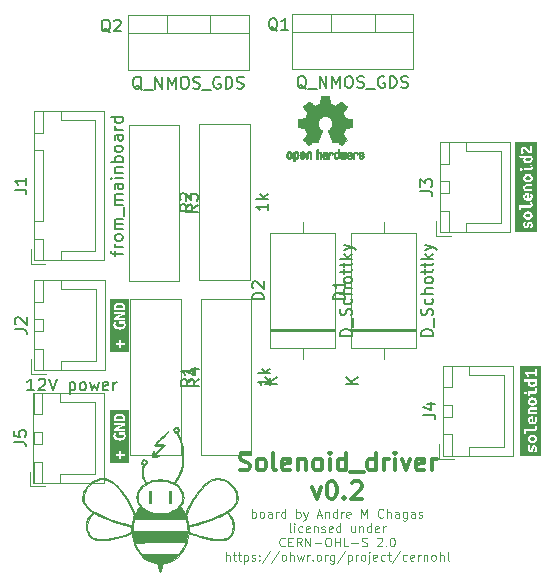
<source format=gbr>
%TF.GenerationSoftware,KiCad,Pcbnew,(6.0.2)*%
%TF.CreationDate,2023-02-13T14:46:01+00:00*%
%TF.ProjectId,solenoid_driver,736f6c65-6e6f-4696-945f-647269766572,rev?*%
%TF.SameCoordinates,Original*%
%TF.FileFunction,Legend,Top*%
%TF.FilePolarity,Positive*%
%FSLAX46Y46*%
G04 Gerber Fmt 4.6, Leading zero omitted, Abs format (unit mm)*
G04 Created by KiCad (PCBNEW (6.0.2)) date 2023-02-13 14:46:01*
%MOMM*%
%LPD*%
G01*
G04 APERTURE LIST*
%ADD10C,0.100000*%
%ADD11C,0.300000*%
%ADD12C,0.150000*%
%ADD13C,0.120000*%
%ADD14C,0.010000*%
G04 APERTURE END LIST*
D10*
X132503571Y-123242035D02*
X132503571Y-122492035D01*
X132503571Y-122777750D02*
X132575000Y-122742035D01*
X132717857Y-122742035D01*
X132789285Y-122777750D01*
X132825000Y-122813464D01*
X132860714Y-122884892D01*
X132860714Y-123099178D01*
X132825000Y-123170607D01*
X132789285Y-123206321D01*
X132717857Y-123242035D01*
X132575000Y-123242035D01*
X132503571Y-123206321D01*
X133289285Y-123242035D02*
X133217857Y-123206321D01*
X133182142Y-123170607D01*
X133146428Y-123099178D01*
X133146428Y-122884892D01*
X133182142Y-122813464D01*
X133217857Y-122777750D01*
X133289285Y-122742035D01*
X133396428Y-122742035D01*
X133467857Y-122777750D01*
X133503571Y-122813464D01*
X133539285Y-122884892D01*
X133539285Y-123099178D01*
X133503571Y-123170607D01*
X133467857Y-123206321D01*
X133396428Y-123242035D01*
X133289285Y-123242035D01*
X134182142Y-123242035D02*
X134182142Y-122849178D01*
X134146428Y-122777750D01*
X134075000Y-122742035D01*
X133932142Y-122742035D01*
X133860714Y-122777750D01*
X134182142Y-123206321D02*
X134110714Y-123242035D01*
X133932142Y-123242035D01*
X133860714Y-123206321D01*
X133825000Y-123134892D01*
X133825000Y-123063464D01*
X133860714Y-122992035D01*
X133932142Y-122956321D01*
X134110714Y-122956321D01*
X134182142Y-122920607D01*
X134539285Y-123242035D02*
X134539285Y-122742035D01*
X134539285Y-122884892D02*
X134575000Y-122813464D01*
X134610714Y-122777750D01*
X134682142Y-122742035D01*
X134753571Y-122742035D01*
X135325000Y-123242035D02*
X135325000Y-122492035D01*
X135325000Y-123206321D02*
X135253571Y-123242035D01*
X135110714Y-123242035D01*
X135039285Y-123206321D01*
X135003571Y-123170607D01*
X134967857Y-123099178D01*
X134967857Y-122884892D01*
X135003571Y-122813464D01*
X135039285Y-122777750D01*
X135110714Y-122742035D01*
X135253571Y-122742035D01*
X135325000Y-122777750D01*
X136253571Y-123242035D02*
X136253571Y-122492035D01*
X136253571Y-122777750D02*
X136325000Y-122742035D01*
X136467857Y-122742035D01*
X136539285Y-122777750D01*
X136575000Y-122813464D01*
X136610714Y-122884892D01*
X136610714Y-123099178D01*
X136575000Y-123170607D01*
X136539285Y-123206321D01*
X136467857Y-123242035D01*
X136325000Y-123242035D01*
X136253571Y-123206321D01*
X136860714Y-122742035D02*
X137039285Y-123242035D01*
X137217857Y-122742035D02*
X137039285Y-123242035D01*
X136967857Y-123420607D01*
X136932142Y-123456321D01*
X136860714Y-123492035D01*
X138039285Y-123027750D02*
X138396428Y-123027750D01*
X137967857Y-123242035D02*
X138217857Y-122492035D01*
X138467857Y-123242035D01*
X138717857Y-122742035D02*
X138717857Y-123242035D01*
X138717857Y-122813464D02*
X138753571Y-122777750D01*
X138825000Y-122742035D01*
X138932142Y-122742035D01*
X139003571Y-122777750D01*
X139039285Y-122849178D01*
X139039285Y-123242035D01*
X139717857Y-123242035D02*
X139717857Y-122492035D01*
X139717857Y-123206321D02*
X139646428Y-123242035D01*
X139503571Y-123242035D01*
X139432142Y-123206321D01*
X139396428Y-123170607D01*
X139360714Y-123099178D01*
X139360714Y-122884892D01*
X139396428Y-122813464D01*
X139432142Y-122777750D01*
X139503571Y-122742035D01*
X139646428Y-122742035D01*
X139717857Y-122777750D01*
X140075000Y-123242035D02*
X140075000Y-122742035D01*
X140075000Y-122884892D02*
X140110714Y-122813464D01*
X140146428Y-122777750D01*
X140217857Y-122742035D01*
X140289285Y-122742035D01*
X140825000Y-123206321D02*
X140753571Y-123242035D01*
X140610714Y-123242035D01*
X140539285Y-123206321D01*
X140503571Y-123134892D01*
X140503571Y-122849178D01*
X140539285Y-122777750D01*
X140610714Y-122742035D01*
X140753571Y-122742035D01*
X140825000Y-122777750D01*
X140860714Y-122849178D01*
X140860714Y-122920607D01*
X140503571Y-122992035D01*
X141753571Y-123242035D02*
X141753571Y-122492035D01*
X142003571Y-123027750D01*
X142253571Y-122492035D01*
X142253571Y-123242035D01*
X143610714Y-123170607D02*
X143575000Y-123206321D01*
X143467857Y-123242035D01*
X143396428Y-123242035D01*
X143289285Y-123206321D01*
X143217857Y-123134892D01*
X143182142Y-123063464D01*
X143146428Y-122920607D01*
X143146428Y-122813464D01*
X143182142Y-122670607D01*
X143217857Y-122599178D01*
X143289285Y-122527750D01*
X143396428Y-122492035D01*
X143467857Y-122492035D01*
X143575000Y-122527750D01*
X143610714Y-122563464D01*
X143932142Y-123242035D02*
X143932142Y-122492035D01*
X144253571Y-123242035D02*
X144253571Y-122849178D01*
X144217857Y-122777750D01*
X144146428Y-122742035D01*
X144039285Y-122742035D01*
X143967857Y-122777750D01*
X143932142Y-122813464D01*
X144932142Y-123242035D02*
X144932142Y-122849178D01*
X144896428Y-122777750D01*
X144825000Y-122742035D01*
X144682142Y-122742035D01*
X144610714Y-122777750D01*
X144932142Y-123206321D02*
X144860714Y-123242035D01*
X144682142Y-123242035D01*
X144610714Y-123206321D01*
X144575000Y-123134892D01*
X144575000Y-123063464D01*
X144610714Y-122992035D01*
X144682142Y-122956321D01*
X144860714Y-122956321D01*
X144932142Y-122920607D01*
X145610714Y-122742035D02*
X145610714Y-123349178D01*
X145575000Y-123420607D01*
X145539285Y-123456321D01*
X145467857Y-123492035D01*
X145360714Y-123492035D01*
X145289285Y-123456321D01*
X145610714Y-123206321D02*
X145539285Y-123242035D01*
X145396428Y-123242035D01*
X145325000Y-123206321D01*
X145289285Y-123170607D01*
X145253571Y-123099178D01*
X145253571Y-122884892D01*
X145289285Y-122813464D01*
X145325000Y-122777750D01*
X145396428Y-122742035D01*
X145539285Y-122742035D01*
X145610714Y-122777750D01*
X146289285Y-123242035D02*
X146289285Y-122849178D01*
X146253571Y-122777750D01*
X146182142Y-122742035D01*
X146039285Y-122742035D01*
X145967857Y-122777750D01*
X146289285Y-123206321D02*
X146217857Y-123242035D01*
X146039285Y-123242035D01*
X145967857Y-123206321D01*
X145932142Y-123134892D01*
X145932142Y-123063464D01*
X145967857Y-122992035D01*
X146039285Y-122956321D01*
X146217857Y-122956321D01*
X146289285Y-122920607D01*
X146610714Y-123206321D02*
X146682142Y-123242035D01*
X146825000Y-123242035D01*
X146896428Y-123206321D01*
X146932142Y-123134892D01*
X146932142Y-123099178D01*
X146896428Y-123027750D01*
X146825000Y-122992035D01*
X146717857Y-122992035D01*
X146646428Y-122956321D01*
X146610714Y-122884892D01*
X146610714Y-122849178D01*
X146646428Y-122777750D01*
X146717857Y-122742035D01*
X146825000Y-122742035D01*
X146896428Y-122777750D01*
X135807142Y-124449535D02*
X135735714Y-124413821D01*
X135700000Y-124342392D01*
X135700000Y-123699535D01*
X136092857Y-124449535D02*
X136092857Y-123949535D01*
X136092857Y-123699535D02*
X136057142Y-123735250D01*
X136092857Y-123770964D01*
X136128571Y-123735250D01*
X136092857Y-123699535D01*
X136092857Y-123770964D01*
X136771428Y-124413821D02*
X136700000Y-124449535D01*
X136557142Y-124449535D01*
X136485714Y-124413821D01*
X136450000Y-124378107D01*
X136414285Y-124306678D01*
X136414285Y-124092392D01*
X136450000Y-124020964D01*
X136485714Y-123985250D01*
X136557142Y-123949535D01*
X136700000Y-123949535D01*
X136771428Y-123985250D01*
X137378571Y-124413821D02*
X137307142Y-124449535D01*
X137164285Y-124449535D01*
X137092857Y-124413821D01*
X137057142Y-124342392D01*
X137057142Y-124056678D01*
X137092857Y-123985250D01*
X137164285Y-123949535D01*
X137307142Y-123949535D01*
X137378571Y-123985250D01*
X137414285Y-124056678D01*
X137414285Y-124128107D01*
X137057142Y-124199535D01*
X137735714Y-123949535D02*
X137735714Y-124449535D01*
X137735714Y-124020964D02*
X137771428Y-123985250D01*
X137842857Y-123949535D01*
X137950000Y-123949535D01*
X138021428Y-123985250D01*
X138057142Y-124056678D01*
X138057142Y-124449535D01*
X138378571Y-124413821D02*
X138450000Y-124449535D01*
X138592857Y-124449535D01*
X138664285Y-124413821D01*
X138700000Y-124342392D01*
X138700000Y-124306678D01*
X138664285Y-124235250D01*
X138592857Y-124199535D01*
X138485714Y-124199535D01*
X138414285Y-124163821D01*
X138378571Y-124092392D01*
X138378571Y-124056678D01*
X138414285Y-123985250D01*
X138485714Y-123949535D01*
X138592857Y-123949535D01*
X138664285Y-123985250D01*
X139307142Y-124413821D02*
X139235714Y-124449535D01*
X139092857Y-124449535D01*
X139021428Y-124413821D01*
X138985714Y-124342392D01*
X138985714Y-124056678D01*
X139021428Y-123985250D01*
X139092857Y-123949535D01*
X139235714Y-123949535D01*
X139307142Y-123985250D01*
X139342857Y-124056678D01*
X139342857Y-124128107D01*
X138985714Y-124199535D01*
X139985714Y-124449535D02*
X139985714Y-123699535D01*
X139985714Y-124413821D02*
X139914285Y-124449535D01*
X139771428Y-124449535D01*
X139700000Y-124413821D01*
X139664285Y-124378107D01*
X139628571Y-124306678D01*
X139628571Y-124092392D01*
X139664285Y-124020964D01*
X139700000Y-123985250D01*
X139771428Y-123949535D01*
X139914285Y-123949535D01*
X139985714Y-123985250D01*
X141235714Y-123949535D02*
X141235714Y-124449535D01*
X140914285Y-123949535D02*
X140914285Y-124342392D01*
X140950000Y-124413821D01*
X141021428Y-124449535D01*
X141128571Y-124449535D01*
X141200000Y-124413821D01*
X141235714Y-124378107D01*
X141592857Y-123949535D02*
X141592857Y-124449535D01*
X141592857Y-124020964D02*
X141628571Y-123985250D01*
X141700000Y-123949535D01*
X141807142Y-123949535D01*
X141878571Y-123985250D01*
X141914285Y-124056678D01*
X141914285Y-124449535D01*
X142592857Y-124449535D02*
X142592857Y-123699535D01*
X142592857Y-124413821D02*
X142521428Y-124449535D01*
X142378571Y-124449535D01*
X142307142Y-124413821D01*
X142271428Y-124378107D01*
X142235714Y-124306678D01*
X142235714Y-124092392D01*
X142271428Y-124020964D01*
X142307142Y-123985250D01*
X142378571Y-123949535D01*
X142521428Y-123949535D01*
X142592857Y-123985250D01*
X143235714Y-124413821D02*
X143164285Y-124449535D01*
X143021428Y-124449535D01*
X142950000Y-124413821D01*
X142914285Y-124342392D01*
X142914285Y-124056678D01*
X142950000Y-123985250D01*
X143021428Y-123949535D01*
X143164285Y-123949535D01*
X143235714Y-123985250D01*
X143271428Y-124056678D01*
X143271428Y-124128107D01*
X142914285Y-124199535D01*
X143592857Y-124449535D02*
X143592857Y-123949535D01*
X143592857Y-124092392D02*
X143628571Y-124020964D01*
X143664285Y-123985250D01*
X143735714Y-123949535D01*
X143807142Y-123949535D01*
X135271428Y-125585607D02*
X135235714Y-125621321D01*
X135128571Y-125657035D01*
X135057142Y-125657035D01*
X134950000Y-125621321D01*
X134878571Y-125549892D01*
X134842857Y-125478464D01*
X134807142Y-125335607D01*
X134807142Y-125228464D01*
X134842857Y-125085607D01*
X134878571Y-125014178D01*
X134950000Y-124942750D01*
X135057142Y-124907035D01*
X135128571Y-124907035D01*
X135235714Y-124942750D01*
X135271428Y-124978464D01*
X135592857Y-125264178D02*
X135842857Y-125264178D01*
X135950000Y-125657035D02*
X135592857Y-125657035D01*
X135592857Y-124907035D01*
X135950000Y-124907035D01*
X136700000Y-125657035D02*
X136450000Y-125299892D01*
X136271428Y-125657035D02*
X136271428Y-124907035D01*
X136557142Y-124907035D01*
X136628571Y-124942750D01*
X136664285Y-124978464D01*
X136700000Y-125049892D01*
X136700000Y-125157035D01*
X136664285Y-125228464D01*
X136628571Y-125264178D01*
X136557142Y-125299892D01*
X136271428Y-125299892D01*
X137021428Y-125657035D02*
X137021428Y-124907035D01*
X137450000Y-125657035D01*
X137450000Y-124907035D01*
X137807142Y-125371321D02*
X138378571Y-125371321D01*
X138878571Y-124907035D02*
X139021428Y-124907035D01*
X139092857Y-124942750D01*
X139164285Y-125014178D01*
X139200000Y-125157035D01*
X139200000Y-125407035D01*
X139164285Y-125549892D01*
X139092857Y-125621321D01*
X139021428Y-125657035D01*
X138878571Y-125657035D01*
X138807142Y-125621321D01*
X138735714Y-125549892D01*
X138700000Y-125407035D01*
X138700000Y-125157035D01*
X138735714Y-125014178D01*
X138807142Y-124942750D01*
X138878571Y-124907035D01*
X139521428Y-125657035D02*
X139521428Y-124907035D01*
X139521428Y-125264178D02*
X139950000Y-125264178D01*
X139950000Y-125657035D02*
X139950000Y-124907035D01*
X140664285Y-125657035D02*
X140307142Y-125657035D01*
X140307142Y-124907035D01*
X140914285Y-125371321D02*
X141485714Y-125371321D01*
X141807142Y-125621321D02*
X141914285Y-125657035D01*
X142092857Y-125657035D01*
X142164285Y-125621321D01*
X142200000Y-125585607D01*
X142235714Y-125514178D01*
X142235714Y-125442750D01*
X142200000Y-125371321D01*
X142164285Y-125335607D01*
X142092857Y-125299892D01*
X141950000Y-125264178D01*
X141878571Y-125228464D01*
X141842857Y-125192750D01*
X141807142Y-125121321D01*
X141807142Y-125049892D01*
X141842857Y-124978464D01*
X141878571Y-124942750D01*
X141950000Y-124907035D01*
X142128571Y-124907035D01*
X142235714Y-124942750D01*
X143092857Y-124978464D02*
X143128571Y-124942750D01*
X143200000Y-124907035D01*
X143378571Y-124907035D01*
X143450000Y-124942750D01*
X143485714Y-124978464D01*
X143521428Y-125049892D01*
X143521428Y-125121321D01*
X143485714Y-125228464D01*
X143057142Y-125657035D01*
X143521428Y-125657035D01*
X143842857Y-125585607D02*
X143878571Y-125621321D01*
X143842857Y-125657035D01*
X143807142Y-125621321D01*
X143842857Y-125585607D01*
X143842857Y-125657035D01*
X144342857Y-124907035D02*
X144414285Y-124907035D01*
X144485714Y-124942750D01*
X144521428Y-124978464D01*
X144557142Y-125049892D01*
X144592857Y-125192750D01*
X144592857Y-125371321D01*
X144557142Y-125514178D01*
X144521428Y-125585607D01*
X144485714Y-125621321D01*
X144414285Y-125657035D01*
X144342857Y-125657035D01*
X144271428Y-125621321D01*
X144235714Y-125585607D01*
X144200000Y-125514178D01*
X144164285Y-125371321D01*
X144164285Y-125192750D01*
X144200000Y-125049892D01*
X144235714Y-124978464D01*
X144271428Y-124942750D01*
X144342857Y-124907035D01*
X130289285Y-126864535D02*
X130289285Y-126114535D01*
X130610714Y-126864535D02*
X130610714Y-126471678D01*
X130575000Y-126400250D01*
X130503571Y-126364535D01*
X130396428Y-126364535D01*
X130325000Y-126400250D01*
X130289285Y-126435964D01*
X130860714Y-126364535D02*
X131146428Y-126364535D01*
X130967857Y-126114535D02*
X130967857Y-126757392D01*
X131003571Y-126828821D01*
X131075000Y-126864535D01*
X131146428Y-126864535D01*
X131289285Y-126364535D02*
X131575000Y-126364535D01*
X131396428Y-126114535D02*
X131396428Y-126757392D01*
X131432142Y-126828821D01*
X131503571Y-126864535D01*
X131575000Y-126864535D01*
X131825000Y-126364535D02*
X131825000Y-127114535D01*
X131825000Y-126400250D02*
X131896428Y-126364535D01*
X132039285Y-126364535D01*
X132110714Y-126400250D01*
X132146428Y-126435964D01*
X132182142Y-126507392D01*
X132182142Y-126721678D01*
X132146428Y-126793107D01*
X132110714Y-126828821D01*
X132039285Y-126864535D01*
X131896428Y-126864535D01*
X131825000Y-126828821D01*
X132467857Y-126828821D02*
X132539285Y-126864535D01*
X132682142Y-126864535D01*
X132753571Y-126828821D01*
X132789285Y-126757392D01*
X132789285Y-126721678D01*
X132753571Y-126650250D01*
X132682142Y-126614535D01*
X132575000Y-126614535D01*
X132503571Y-126578821D01*
X132467857Y-126507392D01*
X132467857Y-126471678D01*
X132503571Y-126400250D01*
X132575000Y-126364535D01*
X132682142Y-126364535D01*
X132753571Y-126400250D01*
X133110714Y-126793107D02*
X133146428Y-126828821D01*
X133110714Y-126864535D01*
X133075000Y-126828821D01*
X133110714Y-126793107D01*
X133110714Y-126864535D01*
X133110714Y-126400250D02*
X133146428Y-126435964D01*
X133110714Y-126471678D01*
X133075000Y-126435964D01*
X133110714Y-126400250D01*
X133110714Y-126471678D01*
X134003571Y-126078821D02*
X133360714Y-127043107D01*
X134789285Y-126078821D02*
X134146428Y-127043107D01*
X135146428Y-126864535D02*
X135075000Y-126828821D01*
X135039285Y-126793107D01*
X135003571Y-126721678D01*
X135003571Y-126507392D01*
X135039285Y-126435964D01*
X135075000Y-126400250D01*
X135146428Y-126364535D01*
X135253571Y-126364535D01*
X135325000Y-126400250D01*
X135360714Y-126435964D01*
X135396428Y-126507392D01*
X135396428Y-126721678D01*
X135360714Y-126793107D01*
X135325000Y-126828821D01*
X135253571Y-126864535D01*
X135146428Y-126864535D01*
X135717857Y-126864535D02*
X135717857Y-126114535D01*
X136039285Y-126864535D02*
X136039285Y-126471678D01*
X136003571Y-126400250D01*
X135932142Y-126364535D01*
X135825000Y-126364535D01*
X135753571Y-126400250D01*
X135717857Y-126435964D01*
X136325000Y-126364535D02*
X136467857Y-126864535D01*
X136610714Y-126507392D01*
X136753571Y-126864535D01*
X136896428Y-126364535D01*
X137182142Y-126864535D02*
X137182142Y-126364535D01*
X137182142Y-126507392D02*
X137217857Y-126435964D01*
X137253571Y-126400250D01*
X137325000Y-126364535D01*
X137396428Y-126364535D01*
X137646428Y-126793107D02*
X137682142Y-126828821D01*
X137646428Y-126864535D01*
X137610714Y-126828821D01*
X137646428Y-126793107D01*
X137646428Y-126864535D01*
X138110714Y-126864535D02*
X138039285Y-126828821D01*
X138003571Y-126793107D01*
X137967857Y-126721678D01*
X137967857Y-126507392D01*
X138003571Y-126435964D01*
X138039285Y-126400250D01*
X138110714Y-126364535D01*
X138217857Y-126364535D01*
X138289285Y-126400250D01*
X138325000Y-126435964D01*
X138360714Y-126507392D01*
X138360714Y-126721678D01*
X138325000Y-126793107D01*
X138289285Y-126828821D01*
X138217857Y-126864535D01*
X138110714Y-126864535D01*
X138682142Y-126864535D02*
X138682142Y-126364535D01*
X138682142Y-126507392D02*
X138717857Y-126435964D01*
X138753571Y-126400250D01*
X138825000Y-126364535D01*
X138896428Y-126364535D01*
X139467857Y-126364535D02*
X139467857Y-126971678D01*
X139432142Y-127043107D01*
X139396428Y-127078821D01*
X139325000Y-127114535D01*
X139217857Y-127114535D01*
X139146428Y-127078821D01*
X139467857Y-126828821D02*
X139396428Y-126864535D01*
X139253571Y-126864535D01*
X139182142Y-126828821D01*
X139146428Y-126793107D01*
X139110714Y-126721678D01*
X139110714Y-126507392D01*
X139146428Y-126435964D01*
X139182142Y-126400250D01*
X139253571Y-126364535D01*
X139396428Y-126364535D01*
X139467857Y-126400250D01*
X140360714Y-126078821D02*
X139717857Y-127043107D01*
X140610714Y-126364535D02*
X140610714Y-127114535D01*
X140610714Y-126400250D02*
X140682142Y-126364535D01*
X140825000Y-126364535D01*
X140896428Y-126400250D01*
X140932142Y-126435964D01*
X140967857Y-126507392D01*
X140967857Y-126721678D01*
X140932142Y-126793107D01*
X140896428Y-126828821D01*
X140825000Y-126864535D01*
X140682142Y-126864535D01*
X140610714Y-126828821D01*
X141289285Y-126864535D02*
X141289285Y-126364535D01*
X141289285Y-126507392D02*
X141325000Y-126435964D01*
X141360714Y-126400250D01*
X141432142Y-126364535D01*
X141503571Y-126364535D01*
X141860714Y-126864535D02*
X141789285Y-126828821D01*
X141753571Y-126793107D01*
X141717857Y-126721678D01*
X141717857Y-126507392D01*
X141753571Y-126435964D01*
X141789285Y-126400250D01*
X141860714Y-126364535D01*
X141967857Y-126364535D01*
X142039285Y-126400250D01*
X142075000Y-126435964D01*
X142110714Y-126507392D01*
X142110714Y-126721678D01*
X142075000Y-126793107D01*
X142039285Y-126828821D01*
X141967857Y-126864535D01*
X141860714Y-126864535D01*
X142432142Y-126364535D02*
X142432142Y-127007392D01*
X142396428Y-127078821D01*
X142325000Y-127114535D01*
X142289285Y-127114535D01*
X142432142Y-126114535D02*
X142396428Y-126150250D01*
X142432142Y-126185964D01*
X142467857Y-126150250D01*
X142432142Y-126114535D01*
X142432142Y-126185964D01*
X143075000Y-126828821D02*
X143003571Y-126864535D01*
X142860714Y-126864535D01*
X142789285Y-126828821D01*
X142753571Y-126757392D01*
X142753571Y-126471678D01*
X142789285Y-126400250D01*
X142860714Y-126364535D01*
X143003571Y-126364535D01*
X143075000Y-126400250D01*
X143110714Y-126471678D01*
X143110714Y-126543107D01*
X142753571Y-126614535D01*
X143753571Y-126828821D02*
X143682142Y-126864535D01*
X143539285Y-126864535D01*
X143467857Y-126828821D01*
X143432142Y-126793107D01*
X143396428Y-126721678D01*
X143396428Y-126507392D01*
X143432142Y-126435964D01*
X143467857Y-126400250D01*
X143539285Y-126364535D01*
X143682142Y-126364535D01*
X143753571Y-126400250D01*
X143967857Y-126364535D02*
X144253571Y-126364535D01*
X144075000Y-126114535D02*
X144075000Y-126757392D01*
X144110714Y-126828821D01*
X144182142Y-126864535D01*
X144253571Y-126864535D01*
X145039285Y-126078821D02*
X144396428Y-127043107D01*
X145610714Y-126828821D02*
X145539285Y-126864535D01*
X145396428Y-126864535D01*
X145325000Y-126828821D01*
X145289285Y-126793107D01*
X145253571Y-126721678D01*
X145253571Y-126507392D01*
X145289285Y-126435964D01*
X145325000Y-126400250D01*
X145396428Y-126364535D01*
X145539285Y-126364535D01*
X145610714Y-126400250D01*
X146217857Y-126828821D02*
X146146428Y-126864535D01*
X146003571Y-126864535D01*
X145932142Y-126828821D01*
X145896428Y-126757392D01*
X145896428Y-126471678D01*
X145932142Y-126400250D01*
X146003571Y-126364535D01*
X146146428Y-126364535D01*
X146217857Y-126400250D01*
X146253571Y-126471678D01*
X146253571Y-126543107D01*
X145896428Y-126614535D01*
X146575000Y-126864535D02*
X146575000Y-126364535D01*
X146575000Y-126507392D02*
X146610714Y-126435964D01*
X146646428Y-126400250D01*
X146717857Y-126364535D01*
X146789285Y-126364535D01*
X147039285Y-126364535D02*
X147039285Y-126864535D01*
X147039285Y-126435964D02*
X147075000Y-126400250D01*
X147146428Y-126364535D01*
X147253571Y-126364535D01*
X147325000Y-126400250D01*
X147360714Y-126471678D01*
X147360714Y-126864535D01*
X147825000Y-126864535D02*
X147753571Y-126828821D01*
X147717857Y-126793107D01*
X147682142Y-126721678D01*
X147682142Y-126507392D01*
X147717857Y-126435964D01*
X147753571Y-126400250D01*
X147825000Y-126364535D01*
X147932142Y-126364535D01*
X148003571Y-126400250D01*
X148039285Y-126435964D01*
X148075000Y-126507392D01*
X148075000Y-126721678D01*
X148039285Y-126793107D01*
X148003571Y-126828821D01*
X147932142Y-126864535D01*
X147825000Y-126864535D01*
X148396428Y-126864535D02*
X148396428Y-126114535D01*
X148717857Y-126864535D02*
X148717857Y-126471678D01*
X148682142Y-126400250D01*
X148610714Y-126364535D01*
X148503571Y-126364535D01*
X148432142Y-126400250D01*
X148396428Y-126435964D01*
X149182142Y-126864535D02*
X149110714Y-126828821D01*
X149075000Y-126757392D01*
X149075000Y-126114535D01*
D11*
X131464285Y-119149642D02*
X131678571Y-119221071D01*
X132035714Y-119221071D01*
X132178571Y-119149642D01*
X132250000Y-119078214D01*
X132321428Y-118935357D01*
X132321428Y-118792500D01*
X132250000Y-118649642D01*
X132178571Y-118578214D01*
X132035714Y-118506785D01*
X131750000Y-118435357D01*
X131607142Y-118363928D01*
X131535714Y-118292500D01*
X131464285Y-118149642D01*
X131464285Y-118006785D01*
X131535714Y-117863928D01*
X131607142Y-117792500D01*
X131750000Y-117721071D01*
X132107142Y-117721071D01*
X132321428Y-117792500D01*
X133178571Y-119221071D02*
X133035714Y-119149642D01*
X132964285Y-119078214D01*
X132892857Y-118935357D01*
X132892857Y-118506785D01*
X132964285Y-118363928D01*
X133035714Y-118292500D01*
X133178571Y-118221071D01*
X133392857Y-118221071D01*
X133535714Y-118292500D01*
X133607142Y-118363928D01*
X133678571Y-118506785D01*
X133678571Y-118935357D01*
X133607142Y-119078214D01*
X133535714Y-119149642D01*
X133392857Y-119221071D01*
X133178571Y-119221071D01*
X134535714Y-119221071D02*
X134392857Y-119149642D01*
X134321428Y-119006785D01*
X134321428Y-117721071D01*
X135678571Y-119149642D02*
X135535714Y-119221071D01*
X135250000Y-119221071D01*
X135107142Y-119149642D01*
X135035714Y-119006785D01*
X135035714Y-118435357D01*
X135107142Y-118292500D01*
X135250000Y-118221071D01*
X135535714Y-118221071D01*
X135678571Y-118292500D01*
X135750000Y-118435357D01*
X135750000Y-118578214D01*
X135035714Y-118721071D01*
X136392857Y-118221071D02*
X136392857Y-119221071D01*
X136392857Y-118363928D02*
X136464285Y-118292500D01*
X136607142Y-118221071D01*
X136821428Y-118221071D01*
X136964285Y-118292500D01*
X137035714Y-118435357D01*
X137035714Y-119221071D01*
X137964285Y-119221071D02*
X137821428Y-119149642D01*
X137750000Y-119078214D01*
X137678571Y-118935357D01*
X137678571Y-118506785D01*
X137750000Y-118363928D01*
X137821428Y-118292500D01*
X137964285Y-118221071D01*
X138178571Y-118221071D01*
X138321428Y-118292500D01*
X138392857Y-118363928D01*
X138464285Y-118506785D01*
X138464285Y-118935357D01*
X138392857Y-119078214D01*
X138321428Y-119149642D01*
X138178571Y-119221071D01*
X137964285Y-119221071D01*
X139107142Y-119221071D02*
X139107142Y-118221071D01*
X139107142Y-117721071D02*
X139035714Y-117792500D01*
X139107142Y-117863928D01*
X139178571Y-117792500D01*
X139107142Y-117721071D01*
X139107142Y-117863928D01*
X140464285Y-119221071D02*
X140464285Y-117721071D01*
X140464285Y-119149642D02*
X140321428Y-119221071D01*
X140035714Y-119221071D01*
X139892857Y-119149642D01*
X139821428Y-119078214D01*
X139750000Y-118935357D01*
X139750000Y-118506785D01*
X139821428Y-118363928D01*
X139892857Y-118292500D01*
X140035714Y-118221071D01*
X140321428Y-118221071D01*
X140464285Y-118292500D01*
X140821428Y-119363928D02*
X141964285Y-119363928D01*
X142964285Y-119221071D02*
X142964285Y-117721071D01*
X142964285Y-119149642D02*
X142821428Y-119221071D01*
X142535714Y-119221071D01*
X142392857Y-119149642D01*
X142321428Y-119078214D01*
X142250000Y-118935357D01*
X142250000Y-118506785D01*
X142321428Y-118363928D01*
X142392857Y-118292500D01*
X142535714Y-118221071D01*
X142821428Y-118221071D01*
X142964285Y-118292500D01*
X143678571Y-119221071D02*
X143678571Y-118221071D01*
X143678571Y-118506785D02*
X143750000Y-118363928D01*
X143821428Y-118292500D01*
X143964285Y-118221071D01*
X144107142Y-118221071D01*
X144607142Y-119221071D02*
X144607142Y-118221071D01*
X144607142Y-117721071D02*
X144535714Y-117792500D01*
X144607142Y-117863928D01*
X144678571Y-117792500D01*
X144607142Y-117721071D01*
X144607142Y-117863928D01*
X145178571Y-118221071D02*
X145535714Y-119221071D01*
X145892857Y-118221071D01*
X147035714Y-119149642D02*
X146892857Y-119221071D01*
X146607142Y-119221071D01*
X146464285Y-119149642D01*
X146392857Y-119006785D01*
X146392857Y-118435357D01*
X146464285Y-118292500D01*
X146607142Y-118221071D01*
X146892857Y-118221071D01*
X147035714Y-118292500D01*
X147107142Y-118435357D01*
X147107142Y-118578214D01*
X146392857Y-118721071D01*
X147750000Y-119221071D02*
X147750000Y-118221071D01*
X147750000Y-118506785D02*
X147821428Y-118363928D01*
X147892857Y-118292500D01*
X148035714Y-118221071D01*
X148178571Y-118221071D01*
X137607142Y-120636071D02*
X137964285Y-121636071D01*
X138321428Y-120636071D01*
X139178571Y-120136071D02*
X139321428Y-120136071D01*
X139464285Y-120207500D01*
X139535714Y-120278928D01*
X139607142Y-120421785D01*
X139678571Y-120707500D01*
X139678571Y-121064642D01*
X139607142Y-121350357D01*
X139535714Y-121493214D01*
X139464285Y-121564642D01*
X139321428Y-121636071D01*
X139178571Y-121636071D01*
X139035714Y-121564642D01*
X138964285Y-121493214D01*
X138892857Y-121350357D01*
X138821428Y-121064642D01*
X138821428Y-120707500D01*
X138892857Y-120421785D01*
X138964285Y-120278928D01*
X139035714Y-120207500D01*
X139178571Y-120136071D01*
X140321428Y-121493214D02*
X140392857Y-121564642D01*
X140321428Y-121636071D01*
X140250000Y-121564642D01*
X140321428Y-121493214D01*
X140321428Y-121636071D01*
X140964285Y-120278928D02*
X141035714Y-120207500D01*
X141178571Y-120136071D01*
X141535714Y-120136071D01*
X141678571Y-120207500D01*
X141750000Y-120278928D01*
X141821428Y-120421785D01*
X141821428Y-120564642D01*
X141750000Y-120778928D01*
X140892857Y-121636071D01*
X141821428Y-121636071D01*
D12*
%TO.C,J1*%
X112402380Y-95456333D02*
X113116666Y-95456333D01*
X113259523Y-95503952D01*
X113354761Y-95599190D01*
X113402380Y-95742047D01*
X113402380Y-95837285D01*
X113402380Y-94456333D02*
X113402380Y-95027761D01*
X113402380Y-94742047D02*
X112402380Y-94742047D01*
X112545238Y-94837285D01*
X112640476Y-94932523D01*
X112688095Y-95027761D01*
X120885714Y-101051571D02*
X120885714Y-100670619D01*
X121552380Y-100908714D02*
X120695238Y-100908714D01*
X120600000Y-100861095D01*
X120552380Y-100765857D01*
X120552380Y-100670619D01*
X121552380Y-100337285D02*
X120885714Y-100337285D01*
X121076190Y-100337285D02*
X120980952Y-100289666D01*
X120933333Y-100242047D01*
X120885714Y-100146809D01*
X120885714Y-100051571D01*
X121552380Y-99575380D02*
X121504761Y-99670619D01*
X121457142Y-99718238D01*
X121361904Y-99765857D01*
X121076190Y-99765857D01*
X120980952Y-99718238D01*
X120933333Y-99670619D01*
X120885714Y-99575380D01*
X120885714Y-99432523D01*
X120933333Y-99337285D01*
X120980952Y-99289666D01*
X121076190Y-99242047D01*
X121361904Y-99242047D01*
X121457142Y-99289666D01*
X121504761Y-99337285D01*
X121552380Y-99432523D01*
X121552380Y-99575380D01*
X121552380Y-98813476D02*
X120885714Y-98813476D01*
X120980952Y-98813476D02*
X120933333Y-98765857D01*
X120885714Y-98670619D01*
X120885714Y-98527761D01*
X120933333Y-98432523D01*
X121028571Y-98384904D01*
X121552380Y-98384904D01*
X121028571Y-98384904D02*
X120933333Y-98337285D01*
X120885714Y-98242047D01*
X120885714Y-98099190D01*
X120933333Y-98003952D01*
X121028571Y-97956333D01*
X121552380Y-97956333D01*
X121647619Y-97718238D02*
X121647619Y-96956333D01*
X121552380Y-96718238D02*
X120885714Y-96718238D01*
X120980952Y-96718238D02*
X120933333Y-96670619D01*
X120885714Y-96575380D01*
X120885714Y-96432523D01*
X120933333Y-96337285D01*
X121028571Y-96289666D01*
X121552380Y-96289666D01*
X121028571Y-96289666D02*
X120933333Y-96242047D01*
X120885714Y-96146809D01*
X120885714Y-96003952D01*
X120933333Y-95908714D01*
X121028571Y-95861095D01*
X121552380Y-95861095D01*
X121552380Y-94956333D02*
X121028571Y-94956333D01*
X120933333Y-95003952D01*
X120885714Y-95099190D01*
X120885714Y-95289666D01*
X120933333Y-95384904D01*
X121504761Y-94956333D02*
X121552380Y-95051571D01*
X121552380Y-95289666D01*
X121504761Y-95384904D01*
X121409523Y-95432523D01*
X121314285Y-95432523D01*
X121219047Y-95384904D01*
X121171428Y-95289666D01*
X121171428Y-95051571D01*
X121123809Y-94956333D01*
X121552380Y-94480142D02*
X120885714Y-94480142D01*
X120552380Y-94480142D02*
X120600000Y-94527761D01*
X120647619Y-94480142D01*
X120600000Y-94432523D01*
X120552380Y-94480142D01*
X120647619Y-94480142D01*
X120885714Y-94003952D02*
X121552380Y-94003952D01*
X120980952Y-94003952D02*
X120933333Y-93956333D01*
X120885714Y-93861095D01*
X120885714Y-93718238D01*
X120933333Y-93623000D01*
X121028571Y-93575380D01*
X121552380Y-93575380D01*
X121552380Y-93099190D02*
X120552380Y-93099190D01*
X120933333Y-93099190D02*
X120885714Y-93003952D01*
X120885714Y-92813476D01*
X120933333Y-92718238D01*
X120980952Y-92670619D01*
X121076190Y-92623000D01*
X121361904Y-92623000D01*
X121457142Y-92670619D01*
X121504761Y-92718238D01*
X121552380Y-92813476D01*
X121552380Y-93003952D01*
X121504761Y-93099190D01*
X121552380Y-92051571D02*
X121504761Y-92146809D01*
X121457142Y-92194428D01*
X121361904Y-92242047D01*
X121076190Y-92242047D01*
X120980952Y-92194428D01*
X120933333Y-92146809D01*
X120885714Y-92051571D01*
X120885714Y-91908714D01*
X120933333Y-91813476D01*
X120980952Y-91765857D01*
X121076190Y-91718238D01*
X121361904Y-91718238D01*
X121457142Y-91765857D01*
X121504761Y-91813476D01*
X121552380Y-91908714D01*
X121552380Y-92051571D01*
X121552380Y-90861095D02*
X121028571Y-90861095D01*
X120933333Y-90908714D01*
X120885714Y-91003952D01*
X120885714Y-91194428D01*
X120933333Y-91289666D01*
X121504761Y-90861095D02*
X121552380Y-90956333D01*
X121552380Y-91194428D01*
X121504761Y-91289666D01*
X121409523Y-91337285D01*
X121314285Y-91337285D01*
X121219047Y-91289666D01*
X121171428Y-91194428D01*
X121171428Y-90956333D01*
X121123809Y-90861095D01*
X121552380Y-90384904D02*
X120885714Y-90384904D01*
X121076190Y-90384904D02*
X120980952Y-90337285D01*
X120933333Y-90289666D01*
X120885714Y-90194428D01*
X120885714Y-90099190D01*
X121552380Y-89337285D02*
X120552380Y-89337285D01*
X121504761Y-89337285D02*
X121552380Y-89432523D01*
X121552380Y-89623000D01*
X121504761Y-89718238D01*
X121457142Y-89765857D01*
X121361904Y-89813476D01*
X121076190Y-89813476D01*
X120980952Y-89765857D01*
X120933333Y-89718238D01*
X120885714Y-89623000D01*
X120885714Y-89432523D01*
X120933333Y-89337285D01*
%TO.C,R1*%
X127504380Y-111490666D02*
X127028190Y-111824000D01*
X127504380Y-112062095D02*
X126504380Y-112062095D01*
X126504380Y-111681142D01*
X126552000Y-111585904D01*
X126599619Y-111538285D01*
X126694857Y-111490666D01*
X126837714Y-111490666D01*
X126932952Y-111538285D01*
X126980571Y-111585904D01*
X127028190Y-111681142D01*
X127028190Y-112062095D01*
X127504380Y-110538285D02*
X127504380Y-111109714D01*
X127504380Y-110824000D02*
X126504380Y-110824000D01*
X126647238Y-110919238D01*
X126742476Y-111014476D01*
X126790095Y-111109714D01*
X134004380Y-111443047D02*
X134004380Y-112014476D01*
X134004380Y-111728761D02*
X133004380Y-111728761D01*
X133147238Y-111824000D01*
X133242476Y-111919238D01*
X133290095Y-112014476D01*
X134004380Y-111014476D02*
X133004380Y-111014476D01*
X133623428Y-110919238D02*
X134004380Y-110633523D01*
X133337714Y-110633523D02*
X133718666Y-111014476D01*
%TO.C,D1*%
X140369380Y-104751095D02*
X139369380Y-104751095D01*
X139369380Y-104513000D01*
X139417000Y-104370142D01*
X139512238Y-104274904D01*
X139607476Y-104227285D01*
X139797952Y-104179666D01*
X139940809Y-104179666D01*
X140131285Y-104227285D01*
X140226523Y-104274904D01*
X140321761Y-104370142D01*
X140369380Y-104513000D01*
X140369380Y-104751095D01*
X140369380Y-103227285D02*
X140369380Y-103798714D01*
X140369380Y-103513000D02*
X139369380Y-103513000D01*
X139512238Y-103608238D01*
X139607476Y-103703476D01*
X139655095Y-103798714D01*
X147809380Y-107822523D02*
X146809380Y-107822523D01*
X146809380Y-107584428D01*
X146857000Y-107441571D01*
X146952238Y-107346333D01*
X147047476Y-107298714D01*
X147237952Y-107251095D01*
X147380809Y-107251095D01*
X147571285Y-107298714D01*
X147666523Y-107346333D01*
X147761761Y-107441571D01*
X147809380Y-107584428D01*
X147809380Y-107822523D01*
X147904619Y-107060619D02*
X147904619Y-106298714D01*
X147761761Y-106108238D02*
X147809380Y-105965380D01*
X147809380Y-105727285D01*
X147761761Y-105632047D01*
X147714142Y-105584428D01*
X147618904Y-105536809D01*
X147523666Y-105536809D01*
X147428428Y-105584428D01*
X147380809Y-105632047D01*
X147333190Y-105727285D01*
X147285571Y-105917761D01*
X147237952Y-106013000D01*
X147190333Y-106060619D01*
X147095095Y-106108238D01*
X146999857Y-106108238D01*
X146904619Y-106060619D01*
X146857000Y-106013000D01*
X146809380Y-105917761D01*
X146809380Y-105679666D01*
X146857000Y-105536809D01*
X147761761Y-104679666D02*
X147809380Y-104774904D01*
X147809380Y-104965380D01*
X147761761Y-105060619D01*
X147714142Y-105108238D01*
X147618904Y-105155857D01*
X147333190Y-105155857D01*
X147237952Y-105108238D01*
X147190333Y-105060619D01*
X147142714Y-104965380D01*
X147142714Y-104774904D01*
X147190333Y-104679666D01*
X147809380Y-104251095D02*
X146809380Y-104251095D01*
X147809380Y-103822523D02*
X147285571Y-103822523D01*
X147190333Y-103870142D01*
X147142714Y-103965380D01*
X147142714Y-104108238D01*
X147190333Y-104203476D01*
X147237952Y-104251095D01*
X147809380Y-103203476D02*
X147761761Y-103298714D01*
X147714142Y-103346333D01*
X147618904Y-103393952D01*
X147333190Y-103393952D01*
X147237952Y-103346333D01*
X147190333Y-103298714D01*
X147142714Y-103203476D01*
X147142714Y-103060619D01*
X147190333Y-102965380D01*
X147237952Y-102917761D01*
X147333190Y-102870142D01*
X147618904Y-102870142D01*
X147714142Y-102917761D01*
X147761761Y-102965380D01*
X147809380Y-103060619D01*
X147809380Y-103203476D01*
X147142714Y-102584428D02*
X147142714Y-102203476D01*
X146809380Y-102441571D02*
X147666523Y-102441571D01*
X147761761Y-102393952D01*
X147809380Y-102298714D01*
X147809380Y-102203476D01*
X147142714Y-102013000D02*
X147142714Y-101632047D01*
X146809380Y-101870142D02*
X147666523Y-101870142D01*
X147761761Y-101822523D01*
X147809380Y-101727285D01*
X147809380Y-101632047D01*
X147809380Y-101298714D02*
X146809380Y-101298714D01*
X147428428Y-101203476D02*
X147809380Y-100917761D01*
X147142714Y-100917761D02*
X147523666Y-101298714D01*
X147142714Y-100584428D02*
X147809380Y-100346333D01*
X147142714Y-100108238D02*
X147809380Y-100346333D01*
X148047476Y-100441571D01*
X148095095Y-100489190D01*
X148142714Y-100584428D01*
X141489380Y-111894904D02*
X140489380Y-111894904D01*
X141489380Y-111323476D02*
X140917952Y-111752047D01*
X140489380Y-111323476D02*
X141060809Y-111894904D01*
%TO.C,D2*%
X133511380Y-104751095D02*
X132511380Y-104751095D01*
X132511380Y-104513000D01*
X132559000Y-104370142D01*
X132654238Y-104274904D01*
X132749476Y-104227285D01*
X132939952Y-104179666D01*
X133082809Y-104179666D01*
X133273285Y-104227285D01*
X133368523Y-104274904D01*
X133463761Y-104370142D01*
X133511380Y-104513000D01*
X133511380Y-104751095D01*
X132606619Y-103798714D02*
X132559000Y-103751095D01*
X132511380Y-103655857D01*
X132511380Y-103417761D01*
X132559000Y-103322523D01*
X132606619Y-103274904D01*
X132701857Y-103227285D01*
X132797095Y-103227285D01*
X132939952Y-103274904D01*
X133511380Y-103846333D01*
X133511380Y-103227285D01*
X140951380Y-107822523D02*
X139951380Y-107822523D01*
X139951380Y-107584428D01*
X139999000Y-107441571D01*
X140094238Y-107346333D01*
X140189476Y-107298714D01*
X140379952Y-107251095D01*
X140522809Y-107251095D01*
X140713285Y-107298714D01*
X140808523Y-107346333D01*
X140903761Y-107441571D01*
X140951380Y-107584428D01*
X140951380Y-107822523D01*
X141046619Y-107060619D02*
X141046619Y-106298714D01*
X140903761Y-106108238D02*
X140951380Y-105965380D01*
X140951380Y-105727285D01*
X140903761Y-105632047D01*
X140856142Y-105584428D01*
X140760904Y-105536809D01*
X140665666Y-105536809D01*
X140570428Y-105584428D01*
X140522809Y-105632047D01*
X140475190Y-105727285D01*
X140427571Y-105917761D01*
X140379952Y-106013000D01*
X140332333Y-106060619D01*
X140237095Y-106108238D01*
X140141857Y-106108238D01*
X140046619Y-106060619D01*
X139999000Y-106013000D01*
X139951380Y-105917761D01*
X139951380Y-105679666D01*
X139999000Y-105536809D01*
X140903761Y-104679666D02*
X140951380Y-104774904D01*
X140951380Y-104965380D01*
X140903761Y-105060619D01*
X140856142Y-105108238D01*
X140760904Y-105155857D01*
X140475190Y-105155857D01*
X140379952Y-105108238D01*
X140332333Y-105060619D01*
X140284714Y-104965380D01*
X140284714Y-104774904D01*
X140332333Y-104679666D01*
X140951380Y-104251095D02*
X139951380Y-104251095D01*
X140951380Y-103822523D02*
X140427571Y-103822523D01*
X140332333Y-103870142D01*
X140284714Y-103965380D01*
X140284714Y-104108238D01*
X140332333Y-104203476D01*
X140379952Y-104251095D01*
X140951380Y-103203476D02*
X140903761Y-103298714D01*
X140856142Y-103346333D01*
X140760904Y-103393952D01*
X140475190Y-103393952D01*
X140379952Y-103346333D01*
X140332333Y-103298714D01*
X140284714Y-103203476D01*
X140284714Y-103060619D01*
X140332333Y-102965380D01*
X140379952Y-102917761D01*
X140475190Y-102870142D01*
X140760904Y-102870142D01*
X140856142Y-102917761D01*
X140903761Y-102965380D01*
X140951380Y-103060619D01*
X140951380Y-103203476D01*
X140284714Y-102584428D02*
X140284714Y-102203476D01*
X139951380Y-102441571D02*
X140808523Y-102441571D01*
X140903761Y-102393952D01*
X140951380Y-102298714D01*
X140951380Y-102203476D01*
X140284714Y-102013000D02*
X140284714Y-101632047D01*
X139951380Y-101870142D02*
X140808523Y-101870142D01*
X140903761Y-101822523D01*
X140951380Y-101727285D01*
X140951380Y-101632047D01*
X140951380Y-101298714D02*
X139951380Y-101298714D01*
X140570428Y-101203476D02*
X140951380Y-100917761D01*
X140284714Y-100917761D02*
X140665666Y-101298714D01*
X140284714Y-100584428D02*
X140951380Y-100346333D01*
X140284714Y-100108238D02*
X140951380Y-100346333D01*
X141189476Y-100441571D01*
X141237095Y-100489190D01*
X141284714Y-100584428D01*
X134631380Y-111894904D02*
X133631380Y-111894904D01*
X134631380Y-111323476D02*
X134059952Y-111752047D01*
X133631380Y-111323476D02*
X134202809Y-111894904D01*
%TO.C,J4*%
X147015380Y-114506333D02*
X147729666Y-114506333D01*
X147872523Y-114553952D01*
X147967761Y-114649190D01*
X148015380Y-114792047D01*
X148015380Y-114887285D01*
X147348714Y-113601571D02*
X148015380Y-113601571D01*
X146967761Y-113839666D02*
X147682047Y-114077761D01*
X147682047Y-113458714D01*
%TO.C,Q1*%
X134651761Y-82018119D02*
X134556523Y-81970500D01*
X134461285Y-81875261D01*
X134318428Y-81732404D01*
X134223190Y-81684785D01*
X134127952Y-81684785D01*
X134175571Y-81922880D02*
X134080333Y-81875261D01*
X133985095Y-81780023D01*
X133937476Y-81589547D01*
X133937476Y-81256214D01*
X133985095Y-81065738D01*
X134080333Y-80970500D01*
X134175571Y-80922880D01*
X134366047Y-80922880D01*
X134461285Y-80970500D01*
X134556523Y-81065738D01*
X134604142Y-81256214D01*
X134604142Y-81589547D01*
X134556523Y-81780023D01*
X134461285Y-81875261D01*
X134366047Y-81922880D01*
X134175571Y-81922880D01*
X135556523Y-81922880D02*
X134985095Y-81922880D01*
X135270809Y-81922880D02*
X135270809Y-80922880D01*
X135175571Y-81065738D01*
X135080333Y-81160976D01*
X134985095Y-81208595D01*
X137081119Y-86931119D02*
X136985880Y-86883500D01*
X136890642Y-86788261D01*
X136747785Y-86645404D01*
X136652547Y-86597785D01*
X136557309Y-86597785D01*
X136604928Y-86835880D02*
X136509690Y-86788261D01*
X136414452Y-86693023D01*
X136366833Y-86502547D01*
X136366833Y-86169214D01*
X136414452Y-85978738D01*
X136509690Y-85883500D01*
X136604928Y-85835880D01*
X136795404Y-85835880D01*
X136890642Y-85883500D01*
X136985880Y-85978738D01*
X137033500Y-86169214D01*
X137033500Y-86502547D01*
X136985880Y-86693023D01*
X136890642Y-86788261D01*
X136795404Y-86835880D01*
X136604928Y-86835880D01*
X137223976Y-86931119D02*
X137985880Y-86931119D01*
X138223976Y-86835880D02*
X138223976Y-85835880D01*
X138795404Y-86835880D01*
X138795404Y-85835880D01*
X139271595Y-86835880D02*
X139271595Y-85835880D01*
X139604928Y-86550166D01*
X139938261Y-85835880D01*
X139938261Y-86835880D01*
X140604928Y-85835880D02*
X140795404Y-85835880D01*
X140890642Y-85883500D01*
X140985880Y-85978738D01*
X141033500Y-86169214D01*
X141033500Y-86502547D01*
X140985880Y-86693023D01*
X140890642Y-86788261D01*
X140795404Y-86835880D01*
X140604928Y-86835880D01*
X140509690Y-86788261D01*
X140414452Y-86693023D01*
X140366833Y-86502547D01*
X140366833Y-86169214D01*
X140414452Y-85978738D01*
X140509690Y-85883500D01*
X140604928Y-85835880D01*
X141414452Y-86788261D02*
X141557309Y-86835880D01*
X141795404Y-86835880D01*
X141890642Y-86788261D01*
X141938261Y-86740642D01*
X141985880Y-86645404D01*
X141985880Y-86550166D01*
X141938261Y-86454928D01*
X141890642Y-86407309D01*
X141795404Y-86359690D01*
X141604928Y-86312071D01*
X141509690Y-86264452D01*
X141462071Y-86216833D01*
X141414452Y-86121595D01*
X141414452Y-86026357D01*
X141462071Y-85931119D01*
X141509690Y-85883500D01*
X141604928Y-85835880D01*
X141843023Y-85835880D01*
X141985880Y-85883500D01*
X142176357Y-86931119D02*
X142938261Y-86931119D01*
X143700166Y-85883500D02*
X143604928Y-85835880D01*
X143462071Y-85835880D01*
X143319214Y-85883500D01*
X143223976Y-85978738D01*
X143176357Y-86073976D01*
X143128738Y-86264452D01*
X143128738Y-86407309D01*
X143176357Y-86597785D01*
X143223976Y-86693023D01*
X143319214Y-86788261D01*
X143462071Y-86835880D01*
X143557309Y-86835880D01*
X143700166Y-86788261D01*
X143747785Y-86740642D01*
X143747785Y-86407309D01*
X143557309Y-86407309D01*
X144176357Y-86835880D02*
X144176357Y-85835880D01*
X144414452Y-85835880D01*
X144557309Y-85883500D01*
X144652547Y-85978738D01*
X144700166Y-86073976D01*
X144747785Y-86264452D01*
X144747785Y-86407309D01*
X144700166Y-86597785D01*
X144652547Y-86693023D01*
X144557309Y-86788261D01*
X144414452Y-86835880D01*
X144176357Y-86835880D01*
X145128738Y-86788261D02*
X145271595Y-86835880D01*
X145509690Y-86835880D01*
X145604928Y-86788261D01*
X145652547Y-86740642D01*
X145700166Y-86645404D01*
X145700166Y-86550166D01*
X145652547Y-86454928D01*
X145604928Y-86407309D01*
X145509690Y-86359690D01*
X145319214Y-86312071D01*
X145223976Y-86264452D01*
X145176357Y-86216833D01*
X145128738Y-86121595D01*
X145128738Y-86026357D01*
X145176357Y-85931119D01*
X145223976Y-85883500D01*
X145319214Y-85835880D01*
X145557309Y-85835880D01*
X145700166Y-85883500D01*
%TO.C,Q2*%
X120491261Y-82145119D02*
X120396023Y-82097500D01*
X120300785Y-82002261D01*
X120157928Y-81859404D01*
X120062690Y-81811785D01*
X119967452Y-81811785D01*
X120015071Y-82049880D02*
X119919833Y-82002261D01*
X119824595Y-81907023D01*
X119776976Y-81716547D01*
X119776976Y-81383214D01*
X119824595Y-81192738D01*
X119919833Y-81097500D01*
X120015071Y-81049880D01*
X120205547Y-81049880D01*
X120300785Y-81097500D01*
X120396023Y-81192738D01*
X120443642Y-81383214D01*
X120443642Y-81716547D01*
X120396023Y-81907023D01*
X120300785Y-82002261D01*
X120205547Y-82049880D01*
X120015071Y-82049880D01*
X120824595Y-81145119D02*
X120872214Y-81097500D01*
X120967452Y-81049880D01*
X121205547Y-81049880D01*
X121300785Y-81097500D01*
X121348404Y-81145119D01*
X121396023Y-81240357D01*
X121396023Y-81335595D01*
X121348404Y-81478452D01*
X120776976Y-82049880D01*
X121396023Y-82049880D01*
X123174619Y-86994619D02*
X123079380Y-86947000D01*
X122984142Y-86851761D01*
X122841285Y-86708904D01*
X122746047Y-86661285D01*
X122650809Y-86661285D01*
X122698428Y-86899380D02*
X122603190Y-86851761D01*
X122507952Y-86756523D01*
X122460333Y-86566047D01*
X122460333Y-86232714D01*
X122507952Y-86042238D01*
X122603190Y-85947000D01*
X122698428Y-85899380D01*
X122888904Y-85899380D01*
X122984142Y-85947000D01*
X123079380Y-86042238D01*
X123127000Y-86232714D01*
X123127000Y-86566047D01*
X123079380Y-86756523D01*
X122984142Y-86851761D01*
X122888904Y-86899380D01*
X122698428Y-86899380D01*
X123317476Y-86994619D02*
X124079380Y-86994619D01*
X124317476Y-86899380D02*
X124317476Y-85899380D01*
X124888904Y-86899380D01*
X124888904Y-85899380D01*
X125365095Y-86899380D02*
X125365095Y-85899380D01*
X125698428Y-86613666D01*
X126031761Y-85899380D01*
X126031761Y-86899380D01*
X126698428Y-85899380D02*
X126888904Y-85899380D01*
X126984142Y-85947000D01*
X127079380Y-86042238D01*
X127127000Y-86232714D01*
X127127000Y-86566047D01*
X127079380Y-86756523D01*
X126984142Y-86851761D01*
X126888904Y-86899380D01*
X126698428Y-86899380D01*
X126603190Y-86851761D01*
X126507952Y-86756523D01*
X126460333Y-86566047D01*
X126460333Y-86232714D01*
X126507952Y-86042238D01*
X126603190Y-85947000D01*
X126698428Y-85899380D01*
X127507952Y-86851761D02*
X127650809Y-86899380D01*
X127888904Y-86899380D01*
X127984142Y-86851761D01*
X128031761Y-86804142D01*
X128079380Y-86708904D01*
X128079380Y-86613666D01*
X128031761Y-86518428D01*
X127984142Y-86470809D01*
X127888904Y-86423190D01*
X127698428Y-86375571D01*
X127603190Y-86327952D01*
X127555571Y-86280333D01*
X127507952Y-86185095D01*
X127507952Y-86089857D01*
X127555571Y-85994619D01*
X127603190Y-85947000D01*
X127698428Y-85899380D01*
X127936523Y-85899380D01*
X128079380Y-85947000D01*
X128269857Y-86994619D02*
X129031761Y-86994619D01*
X129793666Y-85947000D02*
X129698428Y-85899380D01*
X129555571Y-85899380D01*
X129412714Y-85947000D01*
X129317476Y-86042238D01*
X129269857Y-86137476D01*
X129222238Y-86327952D01*
X129222238Y-86470809D01*
X129269857Y-86661285D01*
X129317476Y-86756523D01*
X129412714Y-86851761D01*
X129555571Y-86899380D01*
X129650809Y-86899380D01*
X129793666Y-86851761D01*
X129841285Y-86804142D01*
X129841285Y-86470809D01*
X129650809Y-86470809D01*
X130269857Y-86899380D02*
X130269857Y-85899380D01*
X130507952Y-85899380D01*
X130650809Y-85947000D01*
X130746047Y-86042238D01*
X130793666Y-86137476D01*
X130841285Y-86327952D01*
X130841285Y-86470809D01*
X130793666Y-86661285D01*
X130746047Y-86756523D01*
X130650809Y-86851761D01*
X130507952Y-86899380D01*
X130269857Y-86899380D01*
X131222238Y-86851761D02*
X131365095Y-86899380D01*
X131603190Y-86899380D01*
X131698428Y-86851761D01*
X131746047Y-86804142D01*
X131793666Y-86708904D01*
X131793666Y-86613666D01*
X131746047Y-86518428D01*
X131698428Y-86470809D01*
X131603190Y-86423190D01*
X131412714Y-86375571D01*
X131317476Y-86327952D01*
X131269857Y-86280333D01*
X131222238Y-86185095D01*
X131222238Y-86089857D01*
X131269857Y-85994619D01*
X131317476Y-85947000D01*
X131412714Y-85899380D01*
X131650809Y-85899380D01*
X131793666Y-85947000D01*
%TO.C,R2*%
X127377380Y-96686666D02*
X126901190Y-97020000D01*
X127377380Y-97258095D02*
X126377380Y-97258095D01*
X126377380Y-96877142D01*
X126425000Y-96781904D01*
X126472619Y-96734285D01*
X126567857Y-96686666D01*
X126710714Y-96686666D01*
X126805952Y-96734285D01*
X126853571Y-96781904D01*
X126901190Y-96877142D01*
X126901190Y-97258095D01*
X126472619Y-96305714D02*
X126425000Y-96258095D01*
X126377380Y-96162857D01*
X126377380Y-95924761D01*
X126425000Y-95829523D01*
X126472619Y-95781904D01*
X126567857Y-95734285D01*
X126663095Y-95734285D01*
X126805952Y-95781904D01*
X127377380Y-96353333D01*
X127377380Y-95734285D01*
X133877380Y-96639047D02*
X133877380Y-97210476D01*
X133877380Y-96924761D02*
X132877380Y-96924761D01*
X133020238Y-97020000D01*
X133115476Y-97115238D01*
X133163095Y-97210476D01*
X133877380Y-96210476D02*
X132877380Y-96210476D01*
X133496428Y-96115238D02*
X133877380Y-95829523D01*
X133210714Y-95829523D02*
X133591666Y-96210476D01*
%TO.C,J2*%
X112424880Y-107267333D02*
X113139166Y-107267333D01*
X113282023Y-107314952D01*
X113377261Y-107410190D01*
X113424880Y-107553047D01*
X113424880Y-107648285D01*
X112520119Y-106838761D02*
X112472500Y-106791142D01*
X112424880Y-106695904D01*
X112424880Y-106457809D01*
X112472500Y-106362571D01*
X112520119Y-106314952D01*
X112615357Y-106267333D01*
X112710595Y-106267333D01*
X112853452Y-106314952D01*
X113424880Y-106886380D01*
X113424880Y-106267333D01*
X114054333Y-112446380D02*
X113482904Y-112446380D01*
X113768619Y-112446380D02*
X113768619Y-111446380D01*
X113673380Y-111589238D01*
X113578142Y-111684476D01*
X113482904Y-111732095D01*
X114435285Y-111541619D02*
X114482904Y-111494000D01*
X114578142Y-111446380D01*
X114816238Y-111446380D01*
X114911476Y-111494000D01*
X114959095Y-111541619D01*
X115006714Y-111636857D01*
X115006714Y-111732095D01*
X114959095Y-111874952D01*
X114387666Y-112446380D01*
X115006714Y-112446380D01*
X115292428Y-111446380D02*
X115625761Y-112446380D01*
X115959095Y-111446380D01*
X117054333Y-111779714D02*
X117054333Y-112779714D01*
X117054333Y-111827333D02*
X117149571Y-111779714D01*
X117340047Y-111779714D01*
X117435285Y-111827333D01*
X117482904Y-111874952D01*
X117530523Y-111970190D01*
X117530523Y-112255904D01*
X117482904Y-112351142D01*
X117435285Y-112398761D01*
X117340047Y-112446380D01*
X117149571Y-112446380D01*
X117054333Y-112398761D01*
X118101952Y-112446380D02*
X118006714Y-112398761D01*
X117959095Y-112351142D01*
X117911476Y-112255904D01*
X117911476Y-111970190D01*
X117959095Y-111874952D01*
X118006714Y-111827333D01*
X118101952Y-111779714D01*
X118244809Y-111779714D01*
X118340047Y-111827333D01*
X118387666Y-111874952D01*
X118435285Y-111970190D01*
X118435285Y-112255904D01*
X118387666Y-112351142D01*
X118340047Y-112398761D01*
X118244809Y-112446380D01*
X118101952Y-112446380D01*
X118768619Y-111779714D02*
X118959095Y-112446380D01*
X119149571Y-111970190D01*
X119340047Y-112446380D01*
X119530523Y-111779714D01*
X120292428Y-112398761D02*
X120197190Y-112446380D01*
X120006714Y-112446380D01*
X119911476Y-112398761D01*
X119863857Y-112303523D01*
X119863857Y-111922571D01*
X119911476Y-111827333D01*
X120006714Y-111779714D01*
X120197190Y-111779714D01*
X120292428Y-111827333D01*
X120340047Y-111922571D01*
X120340047Y-112017809D01*
X119863857Y-112113047D01*
X120768619Y-112446380D02*
X120768619Y-111779714D01*
X120768619Y-111970190D02*
X120816238Y-111874952D01*
X120863857Y-111827333D01*
X120959095Y-111779714D01*
X121054333Y-111779714D01*
%TO.C,J3*%
X146761380Y-95583333D02*
X147475666Y-95583333D01*
X147618523Y-95630952D01*
X147713761Y-95726190D01*
X147761380Y-95869047D01*
X147761380Y-95964285D01*
X146761380Y-95202380D02*
X146761380Y-94583333D01*
X147142333Y-94916666D01*
X147142333Y-94773809D01*
X147189952Y-94678571D01*
X147237571Y-94630952D01*
X147332809Y-94583333D01*
X147570904Y-94583333D01*
X147666142Y-94630952D01*
X147713761Y-94678571D01*
X147761380Y-94773809D01*
X147761380Y-95059523D01*
X147713761Y-95154761D01*
X147666142Y-95202380D01*
%TO.C,R4*%
X128035380Y-111490666D02*
X127559190Y-111824000D01*
X128035380Y-112062095D02*
X127035380Y-112062095D01*
X127035380Y-111681142D01*
X127083000Y-111585904D01*
X127130619Y-111538285D01*
X127225857Y-111490666D01*
X127368714Y-111490666D01*
X127463952Y-111538285D01*
X127511571Y-111585904D01*
X127559190Y-111681142D01*
X127559190Y-112062095D01*
X127368714Y-110633523D02*
X128035380Y-110633523D01*
X126987761Y-110871619D02*
X127702047Y-111109714D01*
X127702047Y-110490666D01*
%TO.C,R3*%
X127908380Y-96741666D02*
X127432190Y-97075000D01*
X127908380Y-97313095D02*
X126908380Y-97313095D01*
X126908380Y-96932142D01*
X126956000Y-96836904D01*
X127003619Y-96789285D01*
X127098857Y-96741666D01*
X127241714Y-96741666D01*
X127336952Y-96789285D01*
X127384571Y-96836904D01*
X127432190Y-96932142D01*
X127432190Y-97313095D01*
X126908380Y-96408333D02*
X126908380Y-95789285D01*
X127289333Y-96122619D01*
X127289333Y-95979761D01*
X127336952Y-95884523D01*
X127384571Y-95836904D01*
X127479809Y-95789285D01*
X127717904Y-95789285D01*
X127813142Y-95836904D01*
X127860761Y-95884523D01*
X127908380Y-95979761D01*
X127908380Y-96265476D01*
X127860761Y-96360714D01*
X127813142Y-96408333D01*
%TO.C,J5*%
X112361380Y-116812333D02*
X113075666Y-116812333D01*
X113218523Y-116859952D01*
X113313761Y-116955190D01*
X113361380Y-117098047D01*
X113361380Y-117193285D01*
X112361380Y-115859952D02*
X112361380Y-116336142D01*
X112837571Y-116383761D01*
X112789952Y-116336142D01*
X112742333Y-116240904D01*
X112742333Y-116002809D01*
X112789952Y-115907571D01*
X112837571Y-115859952D01*
X112932809Y-115812333D01*
X113170904Y-115812333D01*
X113266142Y-115859952D01*
X113313761Y-115907571D01*
X113361380Y-116002809D01*
X113361380Y-116240904D01*
X113313761Y-116336142D01*
X113266142Y-116383761D01*
D13*
%TO.C,J1*%
X114800000Y-90623000D02*
X114800000Y-88823000D01*
X114050000Y-99623000D02*
X114050000Y-101423000D01*
X119250000Y-89573000D02*
X119250000Y-95123000D01*
X114800000Y-92123000D02*
X114050000Y-92123000D01*
X114050000Y-90623000D02*
X114800000Y-90623000D01*
X114800000Y-98123000D02*
X114800000Y-92123000D01*
X116300000Y-88823000D02*
X116300000Y-89573000D01*
X114040000Y-101433000D02*
X120010000Y-101433000D01*
X114800000Y-88823000D02*
X114050000Y-88823000D01*
X114800000Y-101423000D02*
X114800000Y-99623000D01*
X120010000Y-88813000D02*
X114040000Y-88813000D01*
X113750000Y-100473000D02*
X113750000Y-101723000D01*
X113750000Y-101723000D02*
X115000000Y-101723000D01*
X119250000Y-100673000D02*
X119250000Y-95123000D01*
X114050000Y-88823000D02*
X114050000Y-90623000D01*
X114050000Y-98123000D02*
X114800000Y-98123000D01*
X116300000Y-101423000D02*
X116300000Y-100673000D01*
X114040000Y-88813000D02*
X114040000Y-101433000D01*
X116300000Y-100673000D02*
X119250000Y-100673000D01*
X114050000Y-92123000D02*
X114050000Y-98123000D01*
X120010000Y-101433000D02*
X120010000Y-88813000D01*
X116300000Y-89573000D02*
X119250000Y-89573000D01*
X114800000Y-99623000D02*
X114050000Y-99623000D01*
X114050000Y-101423000D02*
X114800000Y-101423000D01*
%TO.C,R1*%
X128182000Y-117944000D02*
X128182000Y-104704000D01*
X132422000Y-117944000D02*
X132422000Y-104704000D01*
X128182000Y-117944000D02*
X132422000Y-117944000D01*
X128182000Y-104704000D02*
X132422000Y-104704000D01*
D14*
%TO.C,G\u002A\u002A\u002A*%
X126146060Y-115545834D02*
X126217454Y-115592858D01*
X126217454Y-115592858D02*
X126273921Y-115657524D01*
X126273921Y-115657524D02*
X126295032Y-115701144D01*
X126295032Y-115701144D02*
X126307865Y-115792309D01*
X126307865Y-115792309D02*
X126290740Y-115880299D01*
X126290740Y-115880299D02*
X126247201Y-115950669D01*
X126247201Y-115950669D02*
X126230099Y-115965749D01*
X126230099Y-115965749D02*
X126181688Y-116002265D01*
X126181688Y-116002265D02*
X126292221Y-116235924D01*
X126292221Y-116235924D02*
X126441108Y-116595169D01*
X126441108Y-116595169D02*
X126554543Y-116969574D01*
X126554543Y-116969574D02*
X126633134Y-117362055D01*
X126633134Y-117362055D02*
X126677486Y-117775530D01*
X126677486Y-117775530D02*
X126688727Y-118141750D01*
X126688727Y-118141750D02*
X126682472Y-118411232D01*
X126682472Y-118411232D02*
X126663635Y-118649849D01*
X126663635Y-118649849D02*
X126630866Y-118867552D01*
X126630866Y-118867552D02*
X126582816Y-119074292D01*
X126582816Y-119074292D02*
X126545162Y-119200083D01*
X126545162Y-119200083D02*
X126489341Y-119350475D01*
X126489341Y-119350475D02*
X126413413Y-119522827D01*
X126413413Y-119522827D02*
X126323091Y-119705552D01*
X126323091Y-119705552D02*
X126224088Y-119887064D01*
X126224088Y-119887064D02*
X126127237Y-120047758D01*
X126127237Y-120047758D02*
X126073088Y-120132836D01*
X126073088Y-120132836D02*
X126026770Y-120205710D01*
X126026770Y-120205710D02*
X125993318Y-120258450D01*
X125993318Y-120258450D02*
X125977962Y-120282812D01*
X125977962Y-120282812D02*
X125986922Y-120305169D01*
X125986922Y-120305169D02*
X126023987Y-120342140D01*
X126023987Y-120342140D02*
X126080541Y-120385365D01*
X126080541Y-120385365D02*
X126199566Y-120479548D01*
X126199566Y-120479548D02*
X126320030Y-120596212D01*
X126320030Y-120596212D02*
X126431919Y-120724071D01*
X126431919Y-120724071D02*
X126525218Y-120851843D01*
X126525218Y-120851843D02*
X126581333Y-120949677D01*
X126581333Y-120949677D02*
X126644675Y-121096066D01*
X126644675Y-121096066D02*
X126683793Y-121229491D01*
X126683793Y-121229491D02*
X126702936Y-121368319D01*
X126702936Y-121368319D02*
X126706733Y-121491954D01*
X126706733Y-121491954D02*
X126686824Y-121703523D01*
X126686824Y-121703523D02*
X126630179Y-121908600D01*
X126630179Y-121908600D02*
X126539976Y-122097462D01*
X126539976Y-122097462D02*
X126479043Y-122188471D01*
X126479043Y-122188471D02*
X126428487Y-122255858D01*
X126428487Y-122255858D02*
X126540412Y-122404638D01*
X126540412Y-122404638D02*
X126606467Y-122498776D01*
X126606467Y-122498776D02*
X126676790Y-122608954D01*
X126676790Y-122608954D02*
X126737329Y-122713048D01*
X126737329Y-122713048D02*
X126743151Y-122723858D01*
X126743151Y-122723858D02*
X126833966Y-122894299D01*
X126833966Y-122894299D02*
X127040967Y-122475941D01*
X127040967Y-122475941D02*
X127243528Y-122081770D01*
X127243528Y-122081770D02*
X127442446Y-121726195D01*
X127442446Y-121726195D02*
X127639968Y-121405887D01*
X127639968Y-121405887D02*
X127838338Y-121117521D01*
X127838338Y-121117521D02*
X128039804Y-120857769D01*
X128039804Y-120857769D02*
X128246610Y-120623304D01*
X128246610Y-120623304D02*
X128388857Y-120479109D01*
X128388857Y-120479109D02*
X128617075Y-120275420D01*
X128617075Y-120275420D02*
X128839367Y-120113096D01*
X128839367Y-120113096D02*
X129057460Y-119991866D01*
X129057460Y-119991866D02*
X129273079Y-119911457D01*
X129273079Y-119911457D02*
X129487949Y-119871599D01*
X129487949Y-119871599D02*
X129703797Y-119872021D01*
X129703797Y-119872021D02*
X129922347Y-119912450D01*
X129922347Y-119912450D02*
X130145327Y-119992617D01*
X130145327Y-119992617D02*
X130374460Y-120112248D01*
X130374460Y-120112248D02*
X130444698Y-120155818D01*
X130444698Y-120155818D02*
X130650418Y-120306702D01*
X130650418Y-120306702D02*
X130830170Y-120476542D01*
X130830170Y-120476542D02*
X130982532Y-120661457D01*
X130982532Y-120661457D02*
X131106083Y-120857564D01*
X131106083Y-120857564D02*
X131199402Y-121060981D01*
X131199402Y-121060981D02*
X131261067Y-121267827D01*
X131261067Y-121267827D02*
X131289656Y-121474219D01*
X131289656Y-121474219D02*
X131283748Y-121676275D01*
X131283748Y-121676275D02*
X131241923Y-121870113D01*
X131241923Y-121870113D02*
X131162757Y-122051851D01*
X131162757Y-122051851D02*
X131148124Y-122076919D01*
X131148124Y-122076919D02*
X131071603Y-122184581D01*
X131071603Y-122184581D02*
X130966706Y-122304779D01*
X130966706Y-122304779D02*
X130841797Y-122429021D01*
X130841797Y-122429021D02*
X130705244Y-122548818D01*
X130705244Y-122548818D02*
X130608917Y-122624215D01*
X130608917Y-122624215D02*
X130536702Y-122677959D01*
X130536702Y-122677959D02*
X130478297Y-122721673D01*
X130478297Y-122721673D02*
X130441332Y-122749632D01*
X130441332Y-122749632D02*
X130432421Y-122756641D01*
X130432421Y-122756641D02*
X130443233Y-122773326D01*
X130443233Y-122773326D02*
X130478195Y-122812410D01*
X130478195Y-122812410D02*
X130530941Y-122866953D01*
X130530941Y-122866953D02*
X130561433Y-122897301D01*
X130561433Y-122897301D02*
X130686834Y-123046810D01*
X130686834Y-123046810D02*
X130794172Y-123227202D01*
X130794172Y-123227202D02*
X130880057Y-123429650D01*
X130880057Y-123429650D02*
X130941097Y-123645327D01*
X130941097Y-123645327D02*
X130973905Y-123865408D01*
X130973905Y-123865408D02*
X130978688Y-123983750D01*
X130978688Y-123983750D02*
X130962239Y-124198891D01*
X130962239Y-124198891D02*
X130914975Y-124401938D01*
X130914975Y-124401938D02*
X130839624Y-124587822D01*
X130839624Y-124587822D02*
X130738914Y-124751474D01*
X130738914Y-124751474D02*
X130615570Y-124887825D01*
X130615570Y-124887825D02*
X130472322Y-124991807D01*
X130472322Y-124991807D02*
X130422485Y-125017528D01*
X130422485Y-125017528D02*
X130230660Y-125086705D01*
X130230660Y-125086705D02*
X130006588Y-125130272D01*
X130006588Y-125130272D02*
X129751604Y-125148400D01*
X129751604Y-125148400D02*
X129467038Y-125141259D01*
X129467038Y-125141259D02*
X129154224Y-125109020D01*
X129154224Y-125109020D02*
X128814495Y-125051852D01*
X128814495Y-125051852D02*
X128449182Y-124969926D01*
X128449182Y-124969926D02*
X128059619Y-124863412D01*
X128059619Y-124863412D02*
X127647137Y-124732481D01*
X127647137Y-124732481D02*
X127336883Y-124623251D01*
X127336883Y-124623251D02*
X127134015Y-124549034D01*
X127134015Y-124549034D02*
X127089755Y-124816725D01*
X127089755Y-124816725D02*
X127011222Y-125173814D01*
X127011222Y-125173814D02*
X126897067Y-125508569D01*
X126897067Y-125508569D02*
X126746506Y-125822704D01*
X126746506Y-125822704D02*
X126558757Y-126117936D01*
X126558757Y-126117936D02*
X126406639Y-126312083D01*
X126406639Y-126312083D02*
X126207841Y-126519344D01*
X126207841Y-126519344D02*
X125986072Y-126701735D01*
X125986072Y-126701735D02*
X125747674Y-126855397D01*
X125747674Y-126855397D02*
X125498987Y-126976473D01*
X125498987Y-126976473D02*
X125246353Y-127061104D01*
X125246353Y-127061104D02*
X125134807Y-127085945D01*
X125134807Y-127085945D02*
X125061502Y-127099874D01*
X125061502Y-127099874D02*
X125004081Y-127111194D01*
X125004081Y-127111194D02*
X124977110Y-127116967D01*
X124977110Y-127116967D02*
X124962762Y-127138443D01*
X124962762Y-127138443D02*
X124940571Y-127192577D01*
X124940571Y-127192577D02*
X124913600Y-127271121D01*
X124913600Y-127271121D02*
X124885723Y-127362995D01*
X124885723Y-127362995D02*
X124854816Y-127471002D01*
X124854816Y-127471002D02*
X124824690Y-127576264D01*
X124824690Y-127576264D02*
X124799251Y-127665136D01*
X124799251Y-127665136D02*
X124785153Y-127714375D01*
X124785153Y-127714375D02*
X124760986Y-127783709D01*
X124760986Y-127783709D02*
X124736473Y-127818170D01*
X124736473Y-127818170D02*
X124714000Y-127825500D01*
X124714000Y-127825500D02*
X124685972Y-127813317D01*
X124685972Y-127813317D02*
X124661927Y-127771941D01*
X124661927Y-127771941D02*
X124642847Y-127714375D01*
X124642847Y-127714375D02*
X124623790Y-127647812D01*
X124623790Y-127647812D02*
X124596993Y-127554194D01*
X124596993Y-127554194D02*
X124566363Y-127447167D01*
X124566363Y-127447167D02*
X124542276Y-127362995D01*
X124542276Y-127362995D02*
X124513596Y-127268632D01*
X124513596Y-127268632D02*
X124486719Y-127190667D01*
X124486719Y-127190667D02*
X124464708Y-127137345D01*
X124464708Y-127137345D02*
X124450890Y-127116967D01*
X124450890Y-127116967D02*
X124419464Y-127110293D01*
X124419464Y-127110293D02*
X124359929Y-127098606D01*
X124359929Y-127098606D02*
X124293193Y-127085945D01*
X124293193Y-127085945D02*
X124040825Y-127018692D01*
X124040825Y-127018692D02*
X123789598Y-126913282D01*
X123789598Y-126913282D02*
X123545846Y-126773569D01*
X123545846Y-126773569D02*
X123315908Y-126603410D01*
X123315908Y-126603410D02*
X123106120Y-126406661D01*
X123106120Y-126406661D02*
X123021340Y-126312083D01*
X123021340Y-126312083D02*
X122809112Y-126029937D01*
X122809112Y-126029937D02*
X122632695Y-125726034D01*
X122632695Y-125726034D02*
X122491847Y-125399807D01*
X122491847Y-125399807D02*
X122478091Y-125354292D01*
X122478091Y-125354292D02*
X122576361Y-125354292D01*
X122576361Y-125354292D02*
X122586183Y-125388941D01*
X122586183Y-125388941D02*
X122612668Y-125452383D01*
X122612668Y-125452383D02*
X122651732Y-125536509D01*
X122651732Y-125536509D02*
X122699289Y-125633211D01*
X122699289Y-125633211D02*
X122751255Y-125734382D01*
X122751255Y-125734382D02*
X122803546Y-125831912D01*
X122803546Y-125831912D02*
X122852077Y-125917694D01*
X122852077Y-125917694D02*
X122892762Y-125983620D01*
X122892762Y-125983620D02*
X122895360Y-125987504D01*
X122895360Y-125987504D02*
X122956606Y-126074136D01*
X122956606Y-126074136D02*
X123025734Y-126165664D01*
X123025734Y-126165664D02*
X123079851Y-126232708D01*
X123079851Y-126232708D02*
X123173976Y-126343833D01*
X123173976Y-126343833D02*
X126255893Y-126343833D01*
X126255893Y-126343833D02*
X126350143Y-126232708D01*
X126350143Y-126232708D02*
X126434456Y-126125026D01*
X126434456Y-126125026D02*
X126522588Y-125998138D01*
X126522588Y-125998138D02*
X126609462Y-125860797D01*
X126609462Y-125860797D02*
X126690001Y-125721756D01*
X126690001Y-125721756D02*
X126759126Y-125589769D01*
X126759126Y-125589769D02*
X126811761Y-125473588D01*
X126811761Y-125473588D02*
X126842208Y-125384466D01*
X126842208Y-125384466D02*
X126856422Y-125327833D01*
X126856422Y-125327833D02*
X124716294Y-125327833D01*
X124716294Y-125327833D02*
X124355320Y-125327929D01*
X124355320Y-125327929D02*
X124034622Y-125328235D01*
X124034622Y-125328235D02*
X123752145Y-125328776D01*
X123752145Y-125328776D02*
X123505834Y-125329578D01*
X123505834Y-125329578D02*
X123293632Y-125330665D01*
X123293632Y-125330665D02*
X123113483Y-125332063D01*
X123113483Y-125332063D02*
X122963332Y-125333799D01*
X122963332Y-125333799D02*
X122841122Y-125335896D01*
X122841122Y-125335896D02*
X122744797Y-125338381D01*
X122744797Y-125338381D02*
X122672303Y-125341279D01*
X122672303Y-125341279D02*
X122621582Y-125344615D01*
X122621582Y-125344615D02*
X122590579Y-125348415D01*
X122590579Y-125348415D02*
X122577239Y-125352704D01*
X122577239Y-125352704D02*
X122576361Y-125354292D01*
X122576361Y-125354292D02*
X122478091Y-125354292D01*
X122478091Y-125354292D02*
X122386327Y-125050690D01*
X122386327Y-125050690D02*
X122315892Y-124678117D01*
X122315892Y-124678117D02*
X122311668Y-124646520D01*
X122311668Y-124646520D02*
X122298800Y-124547291D01*
X122298800Y-124547291D02*
X122093525Y-124622950D01*
X122093525Y-124622950D02*
X121725915Y-124751552D01*
X121725915Y-124751552D02*
X121366776Y-124863673D01*
X121366776Y-124863673D02*
X121019834Y-124958564D01*
X121019834Y-124958564D02*
X120688816Y-125035479D01*
X120688816Y-125035479D02*
X120377447Y-125093671D01*
X120377447Y-125093671D02*
X120089455Y-125132392D01*
X120089455Y-125132392D02*
X119828565Y-125150896D01*
X119828565Y-125150896D02*
X119598504Y-125148437D01*
X119598504Y-125148437D02*
X119510425Y-125140797D01*
X119510425Y-125140797D02*
X119283502Y-125104669D01*
X119283502Y-125104669D02*
X119091883Y-125050561D01*
X119091883Y-125050561D02*
X118931478Y-124975990D01*
X118931478Y-124975990D02*
X118798194Y-124878474D01*
X118798194Y-124878474D02*
X118687942Y-124755530D01*
X118687942Y-124755530D02*
X118596630Y-124604674D01*
X118596630Y-124604674D02*
X118583799Y-124578400D01*
X118583799Y-124578400D02*
X118506892Y-124381391D01*
X118506892Y-124381391D02*
X118464273Y-124181534D01*
X118464273Y-124181534D02*
X118459628Y-124087532D01*
X118459628Y-124087532D02*
X118558814Y-124087532D01*
X118558814Y-124087532D02*
X118574073Y-124239867D01*
X118574073Y-124239867D02*
X118608424Y-124381082D01*
X118608424Y-124381082D02*
X118664397Y-124525586D01*
X118664397Y-124525586D02*
X118670667Y-124539431D01*
X118670667Y-124539431D02*
X118744172Y-124662516D01*
X118744172Y-124662516D02*
X118844521Y-124778573D01*
X118844521Y-124778573D02*
X118959679Y-124875416D01*
X118959679Y-124875416D02*
X119059519Y-124933209D01*
X119059519Y-124933209D02*
X119226118Y-124990533D01*
X119226118Y-124990533D02*
X119424874Y-125028871D01*
X119424874Y-125028871D02*
X119649886Y-125047771D01*
X119649886Y-125047771D02*
X119895251Y-125046783D01*
X119895251Y-125046783D02*
X120155067Y-125025454D01*
X120155067Y-125025454D02*
X120196707Y-125020238D01*
X120196707Y-125020238D02*
X120585041Y-124956041D01*
X120585041Y-124956041D02*
X120999072Y-124862195D01*
X120999072Y-124862195D02*
X121435215Y-124739624D01*
X121435215Y-124739624D02*
X121889887Y-124589252D01*
X121889887Y-124589252D02*
X121943902Y-124569966D01*
X121943902Y-124569966D02*
X122284484Y-124447440D01*
X122284484Y-124447440D02*
X122292312Y-124215749D01*
X122292312Y-124215749D02*
X122385667Y-124215749D01*
X122385667Y-124215749D02*
X122385667Y-124333000D01*
X122385667Y-124333000D02*
X127048801Y-124333000D01*
X127048801Y-124333000D02*
X127035748Y-124104859D01*
X127035748Y-124104859D02*
X127025002Y-123981610D01*
X127025002Y-123981610D02*
X127127129Y-123981610D01*
X127127129Y-123981610D02*
X127132356Y-124209964D01*
X127132356Y-124209964D02*
X127137583Y-124438319D01*
X127137583Y-124438319D02*
X127222250Y-124472486D01*
X127222250Y-124472486D02*
X127353054Y-124522739D01*
X127353054Y-124522739D02*
X127512993Y-124580201D01*
X127512993Y-124580201D02*
X127690367Y-124640921D01*
X127690367Y-124640921D02*
X127873475Y-124700953D01*
X127873475Y-124700953D02*
X128050615Y-124756346D01*
X128050615Y-124756346D02*
X128158348Y-124788382D01*
X128158348Y-124788382D02*
X128551700Y-124893133D01*
X128551700Y-124893133D02*
X128917117Y-124971331D01*
X128917117Y-124971331D02*
X129253667Y-125022863D01*
X129253667Y-125022863D02*
X129560417Y-125047615D01*
X129560417Y-125047615D02*
X129836436Y-125045473D01*
X129836436Y-125045473D02*
X130060531Y-125019985D01*
X130060531Y-125019985D02*
X130237699Y-124979711D01*
X130237699Y-124979711D02*
X130382431Y-124924632D01*
X130382431Y-124924632D02*
X130503235Y-124850709D01*
X130503235Y-124850709D02*
X130598894Y-124764344D01*
X130598894Y-124764344D02*
X130716550Y-124612680D01*
X130716550Y-124612680D02*
X130800335Y-124441164D01*
X130800335Y-124441164D02*
X130851074Y-124247201D01*
X130851074Y-124247201D02*
X130869594Y-124028194D01*
X130869594Y-124028194D02*
X130867632Y-123920652D01*
X130867632Y-123920652D02*
X130838552Y-123660731D01*
X130838552Y-123660731D02*
X130776751Y-123426714D01*
X130776751Y-123426714D02*
X130682428Y-123219137D01*
X130682428Y-123219137D02*
X130555782Y-123038536D01*
X130555782Y-123038536D02*
X130525847Y-123004894D01*
X130525847Y-123004894D02*
X130447325Y-122923140D01*
X130447325Y-122923140D02*
X130387790Y-122871319D01*
X130387790Y-122871319D02*
X130339766Y-122846322D01*
X130339766Y-122846322D02*
X130295777Y-122845039D01*
X130295777Y-122845039D02*
X130248347Y-122864358D01*
X130248347Y-122864358D02*
X130223581Y-122879139D01*
X130223581Y-122879139D02*
X130138731Y-122928545D01*
X130138731Y-122928545D02*
X130023205Y-122989820D01*
X130023205Y-122989820D02*
X129885513Y-123058817D01*
X129885513Y-123058817D02*
X129734165Y-123131387D01*
X129734165Y-123131387D02*
X129577671Y-123203385D01*
X129577671Y-123203385D02*
X129424543Y-123270664D01*
X129424543Y-123270664D02*
X129390135Y-123285270D01*
X129390135Y-123285270D02*
X129218756Y-123353826D01*
X129218756Y-123353826D02*
X129015970Y-123428879D01*
X129015970Y-123428879D02*
X128789805Y-123507911D01*
X128789805Y-123507911D02*
X128548288Y-123588404D01*
X128548288Y-123588404D02*
X128299446Y-123667838D01*
X128299446Y-123667838D02*
X128051307Y-123743695D01*
X128051307Y-123743695D02*
X127811899Y-123813457D01*
X127811899Y-123813457D02*
X127589248Y-123874605D01*
X127589248Y-123874605D02*
X127391382Y-123924620D01*
X127391382Y-123924620D02*
X127254742Y-123955252D01*
X127254742Y-123955252D02*
X127127129Y-123981610D01*
X127127129Y-123981610D02*
X127025002Y-123981610D01*
X127025002Y-123981610D02*
X127023536Y-123964807D01*
X127023536Y-123964807D02*
X127002980Y-123806645D01*
X127002980Y-123806645D02*
X126976603Y-123645933D01*
X126976603Y-123645933D02*
X126946929Y-123498232D01*
X126946929Y-123498232D02*
X126920006Y-123391083D01*
X126920006Y-123391083D02*
X126901704Y-123327583D01*
X126901704Y-123327583D02*
X122524442Y-123327583D01*
X122524442Y-123327583D02*
X122476841Y-123518083D01*
X122476841Y-123518083D02*
X122442298Y-123679873D01*
X122442298Y-123679873D02*
X122414081Y-123857806D01*
X122414081Y-123857806D02*
X122394503Y-124034189D01*
X122394503Y-124034189D02*
X122385878Y-124191326D01*
X122385878Y-124191326D02*
X122385667Y-124215749D01*
X122385667Y-124215749D02*
X122292312Y-124215749D01*
X122292312Y-124215749D02*
X122292318Y-124215595D01*
X122292318Y-124215595D02*
X122300151Y-123983750D01*
X122300151Y-123983750D02*
X122083617Y-123933639D01*
X122083617Y-123933639D02*
X121960706Y-123903418D01*
X121960706Y-123903418D02*
X121806815Y-123862832D01*
X121806815Y-123862832D02*
X121631236Y-123814569D01*
X121631236Y-123814569D02*
X121443260Y-123761317D01*
X121443260Y-123761317D02*
X121252178Y-123705763D01*
X121252178Y-123705763D02*
X121067281Y-123650595D01*
X121067281Y-123650595D02*
X120897861Y-123598502D01*
X120897861Y-123598502D02*
X120753209Y-123552170D01*
X120753209Y-123552170D02*
X120681750Y-123528109D01*
X120681750Y-123528109D02*
X120454833Y-123446487D01*
X120454833Y-123446487D02*
X120224195Y-123357670D01*
X120224195Y-123357670D02*
X119996863Y-123264730D01*
X119996863Y-123264730D02*
X119779867Y-123170739D01*
X119779867Y-123170739D02*
X119580235Y-123078767D01*
X119580235Y-123078767D02*
X119404997Y-122991887D01*
X119404997Y-122991887D02*
X119261181Y-122913169D01*
X119261181Y-122913169D02*
X119225340Y-122891682D01*
X119225340Y-122891682D02*
X119164230Y-122857500D01*
X119164230Y-122857500D02*
X119115861Y-122843656D01*
X119115861Y-122843656D02*
X119070769Y-122852821D01*
X119070769Y-122852821D02*
X119019490Y-122887665D01*
X119019490Y-122887665D02*
X118952561Y-122950858D01*
X118952561Y-122950858D02*
X118928238Y-122975517D01*
X118928238Y-122975517D02*
X118787353Y-123149400D01*
X118787353Y-123149400D02*
X118679844Y-123349047D01*
X118679844Y-123349047D02*
X118605930Y-123573900D01*
X118605930Y-123573900D02*
X118565830Y-123823404D01*
X118565830Y-123823404D02*
X118560117Y-123909667D01*
X118560117Y-123909667D02*
X118558814Y-124087532D01*
X118558814Y-124087532D02*
X118459628Y-124087532D01*
X118459628Y-124087532D02*
X118453654Y-123966638D01*
X118453654Y-123966638D02*
X118456271Y-123899083D01*
X118456271Y-123899083D02*
X118487758Y-123647244D01*
X118487758Y-123647244D02*
X118551822Y-123411429D01*
X118551822Y-123411429D02*
X118646449Y-123196539D01*
X118646449Y-123196539D02*
X118769627Y-123007478D01*
X118769627Y-123007478D02*
X118867527Y-122897301D01*
X118867527Y-122897301D02*
X118926351Y-122837607D01*
X118926351Y-122837607D02*
X118970548Y-122790018D01*
X118970548Y-122790018D02*
X118993767Y-122761512D01*
X118993767Y-122761512D02*
X118995579Y-122756641D01*
X118995579Y-122756641D02*
X118976584Y-122742000D01*
X118976584Y-122742000D02*
X118931136Y-122707923D01*
X118931136Y-122707923D02*
X118866851Y-122660103D01*
X118866851Y-122660103D02*
X118817837Y-122623802D01*
X118817837Y-122623802D02*
X118677327Y-122511537D01*
X118677327Y-122511537D02*
X118542784Y-122388517D01*
X118542784Y-122388517D02*
X118422724Y-122263397D01*
X118422724Y-122263397D02*
X118325665Y-122144837D01*
X118325665Y-122144837D02*
X118279876Y-122076938D01*
X118279876Y-122076938D02*
X118194174Y-121895644D01*
X118194174Y-121895644D02*
X118146462Y-121702336D01*
X118146462Y-121702336D02*
X118137302Y-121535279D01*
X118137302Y-121535279D02*
X118239629Y-121535279D01*
X118239629Y-121535279D02*
X118240809Y-121593388D01*
X118240809Y-121593388D02*
X118247025Y-121694033D01*
X118247025Y-121694033D02*
X118258164Y-121769707D01*
X118258164Y-121769707D02*
X118278568Y-121837769D01*
X118278568Y-121837769D02*
X118312577Y-121915577D01*
X118312577Y-121915577D02*
X118330675Y-121952738D01*
X118330675Y-121952738D02*
X118434784Y-122121206D01*
X118434784Y-122121206D02*
X118579981Y-122289643D01*
X118579981Y-122289643D02*
X118765026Y-122457329D01*
X118765026Y-122457329D02*
X118988681Y-122623548D01*
X118988681Y-122623548D02*
X119249706Y-122787580D01*
X119249706Y-122787580D02*
X119546861Y-122948708D01*
X119546861Y-122948708D02*
X119878907Y-123106213D01*
X119878907Y-123106213D02*
X120244604Y-123259378D01*
X120244604Y-123259378D02*
X120642713Y-123407484D01*
X120642713Y-123407484D02*
X121071995Y-123549813D01*
X121071995Y-123549813D02*
X121105083Y-123560133D01*
X121105083Y-123560133D02*
X121231305Y-123598309D01*
X121231305Y-123598309D02*
X121371065Y-123638840D01*
X121371065Y-123638840D02*
X121518678Y-123680253D01*
X121518678Y-123680253D02*
X121668460Y-123721076D01*
X121668460Y-123721076D02*
X121814727Y-123759838D01*
X121814727Y-123759838D02*
X121951795Y-123795066D01*
X121951795Y-123795066D02*
X122073979Y-123825290D01*
X122073979Y-123825290D02*
X122175596Y-123849036D01*
X122175596Y-123849036D02*
X122250961Y-123864833D01*
X122250961Y-123864833D02*
X122294389Y-123871208D01*
X122294389Y-123871208D02*
X122302559Y-123870217D01*
X122302559Y-123870217D02*
X122311371Y-123844787D01*
X122311371Y-123844787D02*
X122325124Y-123787452D01*
X122325124Y-123787452D02*
X122341578Y-123708029D01*
X122341578Y-123708029D02*
X122351486Y-123655667D01*
X122351486Y-123655667D02*
X122375514Y-123543192D01*
X122375514Y-123543192D02*
X122408645Y-123412570D01*
X122408645Y-123412570D02*
X122445255Y-123285339D01*
X122445255Y-123285339D02*
X122461303Y-123235116D01*
X122461303Y-123235116D02*
X122534337Y-123015650D01*
X122534337Y-123015650D02*
X122530642Y-123007515D01*
X122530642Y-123007515D02*
X126891478Y-123007515D01*
X126891478Y-123007515D02*
X126958051Y-123208280D01*
X126958051Y-123208280D02*
X126996390Y-123331657D01*
X126996390Y-123331657D02*
X127032299Y-123461321D01*
X127032299Y-123461321D02*
X127063438Y-123587369D01*
X127063438Y-123587369D02*
X127087467Y-123699902D01*
X127087467Y-123699902D02*
X127102047Y-123789019D01*
X127102047Y-123789019D02*
X127105375Y-123831718D01*
X127105375Y-123831718D02*
X127111337Y-123873617D01*
X127111337Y-123873617D02*
X127132680Y-123882647D01*
X127132680Y-123882647D02*
X127142875Y-123880283D01*
X127142875Y-123880283D02*
X127175838Y-123871441D01*
X127175838Y-123871441D02*
X127241591Y-123854565D01*
X127241591Y-123854565D02*
X127331824Y-123831765D01*
X127331824Y-123831765D02*
X127438226Y-123805146D01*
X127438226Y-123805146D02*
X127486833Y-123793062D01*
X127486833Y-123793062D02*
X127946351Y-123671860D01*
X127946351Y-123671860D02*
X128382430Y-123542391D01*
X128382430Y-123542391D02*
X128793379Y-123405517D01*
X128793379Y-123405517D02*
X129177508Y-123262098D01*
X129177508Y-123262098D02*
X129533125Y-123112995D01*
X129533125Y-123112995D02*
X129858541Y-122959069D01*
X129858541Y-122959069D02*
X130152063Y-122801180D01*
X130152063Y-122801180D02*
X130412002Y-122640190D01*
X130412002Y-122640190D02*
X130636666Y-122476958D01*
X130636666Y-122476958D02*
X130824365Y-122312347D01*
X130824365Y-122312347D02*
X130973408Y-122147216D01*
X130973408Y-122147216D02*
X131082104Y-121982426D01*
X131082104Y-121982426D02*
X131095822Y-121955777D01*
X131095822Y-121955777D02*
X131135853Y-121870057D01*
X131135853Y-121870057D02*
X131160976Y-121799398D01*
X131160976Y-121799398D02*
X131175537Y-121726524D01*
X131175537Y-121726524D02*
X131183882Y-121634158D01*
X131183882Y-121634158D02*
X131185962Y-121597425D01*
X131185962Y-121597425D02*
X131176838Y-121371558D01*
X131176838Y-121371558D02*
X131126405Y-121149170D01*
X131126405Y-121149170D02*
X131035668Y-120932507D01*
X131035668Y-120932507D02*
X130905633Y-120723812D01*
X130905633Y-120723812D02*
X130737305Y-120525329D01*
X130737305Y-120525329D02*
X130680125Y-120468716D01*
X130680125Y-120468716D02*
X130480493Y-120300368D01*
X130480493Y-120300368D02*
X130271315Y-120165080D01*
X130271315Y-120165080D02*
X130056541Y-120064188D01*
X130056541Y-120064188D02*
X129840117Y-119999028D01*
X129840117Y-119999028D02*
X129625992Y-119970938D01*
X129625992Y-119970938D02*
X129418115Y-119981254D01*
X129418115Y-119981254D02*
X129307167Y-120003969D01*
X129307167Y-120003969D02*
X129101735Y-120078392D01*
X129101735Y-120078392D02*
X128891683Y-120193551D01*
X128891683Y-120193551D02*
X128678044Y-120348228D01*
X128678044Y-120348228D02*
X128461853Y-120541205D01*
X128461853Y-120541205D02*
X128244145Y-120771266D01*
X128244145Y-120771266D02*
X128025953Y-121037191D01*
X128025953Y-121037191D02*
X127808314Y-121337764D01*
X127808314Y-121337764D02*
X127592260Y-121671766D01*
X127592260Y-121671766D02*
X127378828Y-122037980D01*
X127378828Y-122037980D02*
X127169050Y-122435189D01*
X127169050Y-122435189D02*
X127069054Y-122638382D01*
X127069054Y-122638382D02*
X126891478Y-123007515D01*
X126891478Y-123007515D02*
X122530642Y-123007515D01*
X122530642Y-123007515D02*
X122436911Y-122801200D01*
X122436911Y-122801200D02*
X122248226Y-122406492D01*
X122248226Y-122406492D02*
X122051678Y-122034714D01*
X122051678Y-122034714D02*
X121848774Y-121687684D01*
X121848774Y-121687684D02*
X121641018Y-121367220D01*
X121641018Y-121367220D02*
X121429917Y-121075142D01*
X121429917Y-121075142D02*
X121216975Y-120813266D01*
X121216975Y-120813266D02*
X121003700Y-120583413D01*
X121003700Y-120583413D02*
X120791595Y-120387399D01*
X120791595Y-120387399D02*
X120582166Y-120227044D01*
X120582166Y-120227044D02*
X120376921Y-120104165D01*
X120376921Y-120104165D02*
X120177362Y-120020582D01*
X120177362Y-120020582D02*
X120120833Y-120003969D01*
X120120833Y-120003969D02*
X119918113Y-119971818D01*
X119918113Y-119971818D02*
X119706959Y-119978812D01*
X119706959Y-119978812D02*
X119491321Y-120023614D01*
X119491321Y-120023614D02*
X119275145Y-120104890D01*
X119275145Y-120104890D02*
X119062381Y-120221302D01*
X119062381Y-120221302D02*
X118856977Y-120371513D01*
X118856977Y-120371513D02*
X118747875Y-120468716D01*
X118747875Y-120468716D02*
X118568148Y-120664116D01*
X118568148Y-120664116D02*
X118426459Y-120870694D01*
X118426459Y-120870694D02*
X118323809Y-121086229D01*
X118323809Y-121086229D02*
X118261198Y-121308498D01*
X118261198Y-121308498D02*
X118239629Y-121535279D01*
X118239629Y-121535279D02*
X118137302Y-121535279D01*
X118137302Y-121535279D02*
X118135404Y-121500680D01*
X118135404Y-121500680D02*
X118159667Y-121294340D01*
X118159667Y-121294340D02*
X118217916Y-121086982D01*
X118217916Y-121086982D02*
X118308817Y-120882271D01*
X118308817Y-120882271D02*
X118431036Y-120683872D01*
X118431036Y-120683872D02*
X118583239Y-120495450D01*
X118583239Y-120495450D02*
X118764092Y-120320671D01*
X118764092Y-120320671D02*
X118972260Y-120163199D01*
X118972260Y-120163199D02*
X118977833Y-120159496D01*
X118977833Y-120159496D02*
X119207526Y-120025975D01*
X119207526Y-120025975D02*
X119433168Y-119932985D01*
X119433168Y-119932985D02*
X119655868Y-119880705D01*
X119655868Y-119880705D02*
X119876734Y-119869315D01*
X119876734Y-119869315D02*
X120096875Y-119898996D01*
X120096875Y-119898996D02*
X120317399Y-119969925D01*
X120317399Y-119969925D02*
X120539416Y-120082284D01*
X120539416Y-120082284D02*
X120764032Y-120236251D01*
X120764032Y-120236251D02*
X120992358Y-120432007D01*
X120992358Y-120432007D02*
X121059644Y-120496835D01*
X121059644Y-120496835D02*
X121273450Y-120722756D01*
X121273450Y-120722756D02*
X121480751Y-120972876D01*
X121480751Y-120972876D02*
X121683724Y-121250443D01*
X121683724Y-121250443D02*
X121884545Y-121558700D01*
X121884545Y-121558700D02*
X122085392Y-121900894D01*
X122085392Y-121900894D02*
X122288441Y-122280272D01*
X122288441Y-122280272D02*
X122387234Y-122476349D01*
X122387234Y-122476349D02*
X122594437Y-122895114D01*
X122594437Y-122895114D02*
X122680299Y-122730349D01*
X122680299Y-122730349D02*
X122736759Y-122630745D01*
X122736759Y-122630745D02*
X122806257Y-122520441D01*
X122806257Y-122520441D02*
X122874883Y-122421389D01*
X122874883Y-122421389D02*
X122882837Y-122410721D01*
X122882837Y-122410721D02*
X122999512Y-122255858D01*
X122999512Y-122255858D02*
X122948957Y-122188471D01*
X122948957Y-122188471D02*
X122842106Y-122012275D01*
X122842106Y-122012275D02*
X122767113Y-121814664D01*
X122767113Y-121814664D02*
X122727156Y-121605358D01*
X122727156Y-121605358D02*
X122721267Y-121491954D01*
X122721267Y-121491954D02*
X122722008Y-121474268D01*
X122722008Y-121474268D02*
X122814740Y-121474268D01*
X122814740Y-121474268D02*
X122832718Y-121673501D01*
X122832718Y-121673501D02*
X122889016Y-121866746D01*
X122889016Y-121866746D02*
X122981631Y-122051303D01*
X122981631Y-122051303D02*
X123108558Y-122224471D01*
X123108558Y-122224471D02*
X123267793Y-122383549D01*
X123267793Y-122383549D02*
X123457331Y-122525837D01*
X123457331Y-122525837D02*
X123675169Y-122648634D01*
X123675169Y-122648634D02*
X123919302Y-122749241D01*
X123919302Y-122749241D02*
X123938494Y-122755775D01*
X123938494Y-122755775D02*
X124084896Y-122800665D01*
X124084896Y-122800665D02*
X124222662Y-122832554D01*
X124222662Y-122832554D02*
X124363312Y-122852926D01*
X124363312Y-122852926D02*
X124518364Y-122863264D01*
X124518364Y-122863264D02*
X124699340Y-122865050D01*
X124699340Y-122865050D02*
X124777500Y-122863792D01*
X124777500Y-122863792D02*
X124920888Y-122859732D01*
X124920888Y-122859732D02*
X125033091Y-122853708D01*
X125033091Y-122853708D02*
X125125255Y-122844450D01*
X125125255Y-122844450D02*
X125208521Y-122830691D01*
X125208521Y-122830691D02*
X125294035Y-122811161D01*
X125294035Y-122811161D02*
X125335955Y-122800223D01*
X125335955Y-122800223D02*
X125594514Y-122715416D01*
X125594514Y-122715416D02*
X125828648Y-122607404D01*
X125828648Y-122607404D02*
X126036301Y-122478694D01*
X126036301Y-122478694D02*
X126215413Y-122331791D01*
X126215413Y-122331791D02*
X126363927Y-122169203D01*
X126363927Y-122169203D02*
X126479785Y-121993435D01*
X126479785Y-121993435D02*
X126560929Y-121806994D01*
X126560929Y-121806994D02*
X126605302Y-121612387D01*
X126605302Y-121612387D02*
X126610845Y-121412119D01*
X126610845Y-121412119D02*
X126590912Y-121271748D01*
X126590912Y-121271748D02*
X126526355Y-121067930D01*
X126526355Y-121067930D02*
X126423367Y-120876406D01*
X126423367Y-120876406D02*
X126284665Y-120699531D01*
X126284665Y-120699531D02*
X126112968Y-120539664D01*
X126112968Y-120539664D02*
X125910996Y-120399160D01*
X125910996Y-120399160D02*
X125681466Y-120280377D01*
X125681466Y-120280377D02*
X125427097Y-120185670D01*
X125427097Y-120185670D02*
X125295964Y-120149203D01*
X125295964Y-120149203D02*
X125201028Y-120126684D01*
X125201028Y-120126684D02*
X125119162Y-120110814D01*
X125119162Y-120110814D02*
X125039032Y-120100463D01*
X125039032Y-120100463D02*
X124949299Y-120094503D01*
X124949299Y-120094503D02*
X124838627Y-120091804D01*
X124838627Y-120091804D02*
X124714000Y-120091230D01*
X124714000Y-120091230D02*
X124574982Y-120091998D01*
X124574982Y-120091998D02*
X124466907Y-120095054D01*
X124466907Y-120095054D02*
X124378400Y-120101523D01*
X124378400Y-120101523D02*
X124298087Y-120112532D01*
X124298087Y-120112532D02*
X124214593Y-120129206D01*
X124214593Y-120129206D02*
X124131917Y-120148849D01*
X124131917Y-120148849D02*
X123866644Y-120230647D01*
X123866644Y-120230647D02*
X123624857Y-120337809D01*
X123624857Y-120337809D02*
X123409275Y-120467978D01*
X123409275Y-120467978D02*
X123222617Y-120618795D01*
X123222617Y-120618795D02*
X123067603Y-120787902D01*
X123067603Y-120787902D02*
X122946953Y-120972941D01*
X122946953Y-120972941D02*
X122863386Y-121171553D01*
X122863386Y-121171553D02*
X122837088Y-121271748D01*
X122837088Y-121271748D02*
X122814740Y-121474268D01*
X122814740Y-121474268D02*
X122722008Y-121474268D01*
X122722008Y-121474268D02*
X122727795Y-121336199D01*
X122727795Y-121336199D02*
X122750991Y-121200150D01*
X122750991Y-121200150D02*
X122795104Y-121065439D01*
X122795104Y-121065439D02*
X122846667Y-120949677D01*
X122846667Y-120949677D02*
X122916953Y-120830535D01*
X122916953Y-120830535D02*
X123014135Y-120701947D01*
X123014135Y-120701947D02*
X123128200Y-120575196D01*
X123128200Y-120575196D02*
X123249133Y-120461566D01*
X123249133Y-120461566D02*
X123347471Y-120385356D01*
X123347471Y-120385356D02*
X123463893Y-120305174D01*
X123463893Y-120305174D02*
X123409936Y-120218295D01*
X123409936Y-120218295D02*
X123292466Y-119993927D01*
X123292466Y-119993927D02*
X123218352Y-119782167D01*
X123218352Y-119782167D02*
X123196712Y-119667275D01*
X123196712Y-119667275D02*
X123183530Y-119524144D01*
X123183530Y-119524144D02*
X123178798Y-119366013D01*
X123178798Y-119366013D02*
X123182510Y-119206123D01*
X123182510Y-119206123D02*
X123194657Y-119057712D01*
X123194657Y-119057712D02*
X123215232Y-118934019D01*
X123215232Y-118934019D02*
X123218831Y-118919246D01*
X123218831Y-118919246D02*
X123258246Y-118765409D01*
X123258246Y-118765409D02*
X123203685Y-118722492D01*
X123203685Y-118722492D02*
X123146311Y-118653015D01*
X123146311Y-118653015D02*
X123121066Y-118567808D01*
X123121066Y-118567808D02*
X123123161Y-118537150D01*
X123123161Y-118537150D02*
X123211167Y-118537150D01*
X123211167Y-118537150D02*
X123228620Y-118586209D01*
X123228620Y-118586209D02*
X123271220Y-118635742D01*
X123271220Y-118635742D02*
X123324325Y-118671763D01*
X123324325Y-118671763D02*
X123362298Y-118681500D01*
X123362298Y-118681500D02*
X123411211Y-118667416D01*
X123411211Y-118667416D02*
X123458511Y-118635477D01*
X123458511Y-118635477D02*
X123498419Y-118574059D01*
X123498419Y-118574059D02*
X123504002Y-118507183D01*
X123504002Y-118507183D02*
X123479606Y-118445986D01*
X123479606Y-118445986D02*
X123429574Y-118401608D01*
X123429574Y-118401608D02*
X123360869Y-118385167D01*
X123360869Y-118385167D02*
X123300161Y-118403744D01*
X123300161Y-118403744D02*
X123246892Y-118450097D01*
X123246892Y-118450097D02*
X123214918Y-118510157D01*
X123214918Y-118510157D02*
X123211167Y-118537150D01*
X123211167Y-118537150D02*
X123123161Y-118537150D01*
X123123161Y-118537150D02*
X123127217Y-118477824D01*
X123127217Y-118477824D02*
X123164028Y-118394015D01*
X123164028Y-118394015D02*
X123230172Y-118327732D01*
X123230172Y-118327732D02*
X123312910Y-118287576D01*
X123312910Y-118287576D02*
X123394275Y-118284587D01*
X123394275Y-118284587D02*
X123476207Y-118312719D01*
X123476207Y-118312719D02*
X123542182Y-118364512D01*
X123542182Y-118364512D02*
X123591208Y-118441264D01*
X123591208Y-118441264D02*
X123612966Y-118526121D01*
X123612966Y-118526121D02*
X123613254Y-118536532D01*
X123613254Y-118536532D02*
X123594368Y-118613586D01*
X123594368Y-118613586D02*
X123544819Y-118687701D01*
X123544819Y-118687701D02*
X123474919Y-118745295D01*
X123474919Y-118745295D02*
X123442897Y-118760930D01*
X123442897Y-118760930D02*
X123390526Y-118786408D01*
X123390526Y-118786408D02*
X123357863Y-118820355D01*
X123357863Y-118820355D02*
X123332903Y-118877080D01*
X123332903Y-118877080D02*
X123324789Y-118901728D01*
X123324789Y-118901728D02*
X123303603Y-118996923D01*
X123303603Y-118996923D02*
X123288708Y-119121646D01*
X123288708Y-119121646D02*
X123280429Y-119263515D01*
X123280429Y-119263515D02*
X123279090Y-119410147D01*
X123279090Y-119410147D02*
X123285014Y-119549159D01*
X123285014Y-119549159D02*
X123298525Y-119668171D01*
X123298525Y-119668171D02*
X123303977Y-119697500D01*
X123303977Y-119697500D02*
X123325623Y-119777127D01*
X123325623Y-119777127D02*
X123359093Y-119872430D01*
X123359093Y-119872430D02*
X123399914Y-119973293D01*
X123399914Y-119973293D02*
X123443618Y-120069602D01*
X123443618Y-120069602D02*
X123485732Y-120151242D01*
X123485732Y-120151242D02*
X123521787Y-120208098D01*
X123521787Y-120208098D02*
X123537045Y-120224837D01*
X123537045Y-120224837D02*
X123570127Y-120228524D01*
X123570127Y-120228524D02*
X123637074Y-120211785D01*
X123637074Y-120211785D02*
X123739263Y-120174270D01*
X123739263Y-120174270D02*
X123744394Y-120172216D01*
X123744394Y-120172216D02*
X124060706Y-120067336D01*
X124060706Y-120067336D02*
X124382089Y-120003962D01*
X124382089Y-120003962D02*
X124705887Y-119982092D01*
X124705887Y-119982092D02*
X125029447Y-120001725D01*
X125029447Y-120001725D02*
X125350116Y-120062860D01*
X125350116Y-120062860D02*
X125665238Y-120165495D01*
X125665238Y-120165495D02*
X125684358Y-120173154D01*
X125684358Y-120173154D02*
X125867583Y-120247358D01*
X125867583Y-120247358D02*
X125910603Y-120194815D01*
X125910603Y-120194815D02*
X125952437Y-120137004D01*
X125952437Y-120137004D02*
X126008417Y-120050219D01*
X126008417Y-120050219D02*
X126073504Y-119943225D01*
X126073504Y-119943225D02*
X126142660Y-119824784D01*
X126142660Y-119824784D02*
X126210846Y-119703661D01*
X126210846Y-119703661D02*
X126273022Y-119588617D01*
X126273022Y-119588617D02*
X126324150Y-119488417D01*
X126324150Y-119488417D02*
X126354786Y-119422333D01*
X126354786Y-119422333D02*
X126459852Y-119127630D01*
X126459852Y-119127630D02*
X126534755Y-118808841D01*
X126534755Y-118808841D02*
X126579768Y-118471301D01*
X126579768Y-118471301D02*
X126595167Y-118120343D01*
X126595167Y-118120343D02*
X126581228Y-117761303D01*
X126581228Y-117761303D02*
X126538226Y-117399514D01*
X126538226Y-117399514D02*
X126466435Y-117040310D01*
X126466435Y-117040310D02*
X126366132Y-116689027D01*
X126366132Y-116689027D02*
X126237592Y-116350997D01*
X126237592Y-116350997D02*
X126190931Y-116247333D01*
X126190931Y-116247333D02*
X126147739Y-116156827D01*
X126147739Y-116156827D02*
X126115409Y-116096875D01*
X126115409Y-116096875D02*
X126087469Y-116059411D01*
X126087469Y-116059411D02*
X126057442Y-116036367D01*
X126057442Y-116036367D02*
X126018854Y-116019678D01*
X126018854Y-116019678D02*
X126004044Y-116014500D01*
X126004044Y-116014500D02*
X125922628Y-115970153D01*
X125922628Y-115970153D02*
X125858237Y-115904215D01*
X125858237Y-115904215D02*
X125820531Y-115828288D01*
X125820531Y-115828288D02*
X125814667Y-115787027D01*
X125814667Y-115787027D02*
X125821469Y-115754771D01*
X125821469Y-115754771D02*
X125923386Y-115754771D01*
X125923386Y-115754771D02*
X125928621Y-115819584D01*
X125928621Y-115819584D02*
X125967069Y-115878147D01*
X125967069Y-115878147D02*
X125976271Y-115885964D01*
X125976271Y-115885964D02*
X126043602Y-115923573D01*
X126043602Y-115923573D02*
X126104020Y-115920997D01*
X126104020Y-115920997D02*
X126164837Y-115877921D01*
X126164837Y-115877921D02*
X126164879Y-115877879D01*
X126164879Y-115877879D02*
X126207981Y-115817060D01*
X126207981Y-115817060D02*
X126210585Y-115756644D01*
X126210585Y-115756644D02*
X126173002Y-115689320D01*
X126173002Y-115689320D02*
X126172964Y-115689271D01*
X126172964Y-115689271D02*
X126114539Y-115642575D01*
X126114539Y-115642575D02*
X126067130Y-115633500D01*
X126067130Y-115633500D02*
X125996623Y-115650663D01*
X125996623Y-115650663D02*
X125947381Y-115694776D01*
X125947381Y-115694776D02*
X125923386Y-115754771D01*
X125923386Y-115754771D02*
X125821469Y-115754771D01*
X125821469Y-115754771D02*
X125834229Y-115694273D01*
X125834229Y-115694273D02*
X125886774Y-115614138D01*
X125886774Y-115614138D02*
X125963087Y-115555837D01*
X125963087Y-115555837D02*
X126053955Y-115528583D01*
X126053955Y-115528583D02*
X126074027Y-115527667D01*
X126074027Y-115527667D02*
X126146060Y-115545834D01*
X126146060Y-115545834D02*
X126146060Y-115545834D01*
G36*
X122315892Y-124678117D02*
G01*
X122311668Y-124646520D01*
X122298800Y-124547291D01*
X122093525Y-124622950D01*
X121725915Y-124751552D01*
X121366776Y-124863673D01*
X121019834Y-124958564D01*
X120688816Y-125035479D01*
X120377447Y-125093671D01*
X120089455Y-125132392D01*
X119828565Y-125150896D01*
X119598504Y-125148437D01*
X119510425Y-125140797D01*
X119283502Y-125104669D01*
X119091883Y-125050561D01*
X118931478Y-124975990D01*
X118798194Y-124878474D01*
X118687942Y-124755530D01*
X118596630Y-124604674D01*
X118583799Y-124578400D01*
X118506892Y-124381391D01*
X118464273Y-124181534D01*
X118459628Y-124087532D01*
X118558814Y-124087532D01*
X118574073Y-124239867D01*
X118608424Y-124381082D01*
X118664397Y-124525586D01*
X118670667Y-124539431D01*
X118744172Y-124662516D01*
X118844521Y-124778573D01*
X118959679Y-124875416D01*
X119059519Y-124933209D01*
X119226118Y-124990533D01*
X119424874Y-125028871D01*
X119649886Y-125047771D01*
X119895251Y-125046783D01*
X120155067Y-125025454D01*
X120196707Y-125020238D01*
X120585041Y-124956041D01*
X120999072Y-124862195D01*
X121435215Y-124739624D01*
X121889887Y-124589252D01*
X121943902Y-124569966D01*
X122284484Y-124447440D01*
X122288351Y-124333000D01*
X122385667Y-124333000D01*
X127048801Y-124333000D01*
X127035748Y-124104859D01*
X127025002Y-123981610D01*
X127127129Y-123981610D01*
X127132356Y-124209964D01*
X127137583Y-124438319D01*
X127222250Y-124472486D01*
X127353054Y-124522739D01*
X127512993Y-124580201D01*
X127690367Y-124640921D01*
X127873475Y-124700953D01*
X128050615Y-124756346D01*
X128158348Y-124788382D01*
X128551700Y-124893133D01*
X128917117Y-124971331D01*
X129253667Y-125022863D01*
X129560417Y-125047615D01*
X129836436Y-125045473D01*
X130060531Y-125019985D01*
X130237699Y-124979711D01*
X130382431Y-124924632D01*
X130503235Y-124850709D01*
X130598894Y-124764344D01*
X130716550Y-124612680D01*
X130800335Y-124441164D01*
X130851074Y-124247201D01*
X130869594Y-124028194D01*
X130867632Y-123920652D01*
X130838552Y-123660731D01*
X130776751Y-123426714D01*
X130682428Y-123219137D01*
X130555782Y-123038536D01*
X130525847Y-123004894D01*
X130447325Y-122923140D01*
X130387790Y-122871319D01*
X130339766Y-122846322D01*
X130295777Y-122845039D01*
X130248347Y-122864358D01*
X130223581Y-122879139D01*
X130138731Y-122928545D01*
X130023205Y-122989820D01*
X129885513Y-123058817D01*
X129734165Y-123131387D01*
X129577671Y-123203385D01*
X129424543Y-123270664D01*
X129390135Y-123285270D01*
X129218756Y-123353826D01*
X129015970Y-123428879D01*
X128789805Y-123507911D01*
X128548288Y-123588404D01*
X128299446Y-123667838D01*
X128051307Y-123743695D01*
X127811899Y-123813457D01*
X127589248Y-123874605D01*
X127391382Y-123924620D01*
X127254742Y-123955252D01*
X127127129Y-123981610D01*
X127025002Y-123981610D01*
X127023536Y-123964807D01*
X127002980Y-123806645D01*
X126976603Y-123645933D01*
X126946929Y-123498232D01*
X126920006Y-123391083D01*
X126901704Y-123327583D01*
X122524442Y-123327583D01*
X122476841Y-123518083D01*
X122442298Y-123679873D01*
X122414081Y-123857806D01*
X122394503Y-124034189D01*
X122385878Y-124191326D01*
X122385667Y-124215749D01*
X122385667Y-124333000D01*
X122288351Y-124333000D01*
X122292312Y-124215749D01*
X122292318Y-124215595D01*
X122300151Y-123983750D01*
X122083617Y-123933639D01*
X121960706Y-123903418D01*
X121806815Y-123862832D01*
X121631236Y-123814569D01*
X121443260Y-123761317D01*
X121252178Y-123705763D01*
X121067281Y-123650595D01*
X120897861Y-123598502D01*
X120753209Y-123552170D01*
X120681750Y-123528109D01*
X120454833Y-123446487D01*
X120224195Y-123357670D01*
X119996863Y-123264730D01*
X119779867Y-123170739D01*
X119580235Y-123078767D01*
X119404997Y-122991887D01*
X119261181Y-122913169D01*
X119225340Y-122891682D01*
X119164230Y-122857500D01*
X119115861Y-122843656D01*
X119070769Y-122852821D01*
X119019490Y-122887665D01*
X118952561Y-122950858D01*
X118928238Y-122975517D01*
X118787353Y-123149400D01*
X118679844Y-123349047D01*
X118605930Y-123573900D01*
X118565830Y-123823404D01*
X118560117Y-123909667D01*
X118558814Y-124087532D01*
X118459628Y-124087532D01*
X118453654Y-123966638D01*
X118456271Y-123899083D01*
X118487758Y-123647244D01*
X118551822Y-123411429D01*
X118646449Y-123196539D01*
X118769627Y-123007478D01*
X118867527Y-122897301D01*
X118926351Y-122837607D01*
X118970548Y-122790018D01*
X118993767Y-122761512D01*
X118995579Y-122756641D01*
X118976584Y-122742000D01*
X118931136Y-122707923D01*
X118866851Y-122660103D01*
X118817837Y-122623802D01*
X118677327Y-122511537D01*
X118542784Y-122388517D01*
X118422724Y-122263397D01*
X118325665Y-122144837D01*
X118279876Y-122076938D01*
X118194174Y-121895644D01*
X118146462Y-121702336D01*
X118137302Y-121535279D01*
X118239629Y-121535279D01*
X118240809Y-121593388D01*
X118247025Y-121694033D01*
X118258164Y-121769707D01*
X118278568Y-121837769D01*
X118312577Y-121915577D01*
X118330675Y-121952738D01*
X118434784Y-122121206D01*
X118579981Y-122289643D01*
X118765026Y-122457329D01*
X118988681Y-122623548D01*
X119249706Y-122787580D01*
X119546861Y-122948708D01*
X119878907Y-123106213D01*
X120244604Y-123259378D01*
X120642713Y-123407484D01*
X121071995Y-123549813D01*
X121105083Y-123560133D01*
X121231305Y-123598309D01*
X121371065Y-123638840D01*
X121518678Y-123680253D01*
X121668460Y-123721076D01*
X121814727Y-123759838D01*
X121951795Y-123795066D01*
X122073979Y-123825290D01*
X122175596Y-123849036D01*
X122250961Y-123864833D01*
X122294389Y-123871208D01*
X122302559Y-123870217D01*
X122311371Y-123844787D01*
X122325124Y-123787452D01*
X122341578Y-123708029D01*
X122351486Y-123655667D01*
X122375514Y-123543192D01*
X122408645Y-123412570D01*
X122445255Y-123285339D01*
X122461303Y-123235116D01*
X122534337Y-123015650D01*
X122530642Y-123007515D01*
X126891478Y-123007515D01*
X126958051Y-123208280D01*
X126996390Y-123331657D01*
X127032299Y-123461321D01*
X127063438Y-123587369D01*
X127087467Y-123699902D01*
X127102047Y-123789019D01*
X127105375Y-123831718D01*
X127111337Y-123873617D01*
X127132680Y-123882647D01*
X127142875Y-123880283D01*
X127175838Y-123871441D01*
X127241591Y-123854565D01*
X127331824Y-123831765D01*
X127438226Y-123805146D01*
X127486833Y-123793062D01*
X127946351Y-123671860D01*
X128382430Y-123542391D01*
X128793379Y-123405517D01*
X129177508Y-123262098D01*
X129533125Y-123112995D01*
X129858541Y-122959069D01*
X130152063Y-122801180D01*
X130412002Y-122640190D01*
X130636666Y-122476958D01*
X130824365Y-122312347D01*
X130973408Y-122147216D01*
X131082104Y-121982426D01*
X131095822Y-121955777D01*
X131135853Y-121870057D01*
X131160976Y-121799398D01*
X131175537Y-121726524D01*
X131183882Y-121634158D01*
X131185962Y-121597425D01*
X131176838Y-121371558D01*
X131126405Y-121149170D01*
X131035668Y-120932507D01*
X130905633Y-120723812D01*
X130737305Y-120525329D01*
X130680125Y-120468716D01*
X130480493Y-120300368D01*
X130271315Y-120165080D01*
X130056541Y-120064188D01*
X129840117Y-119999028D01*
X129625992Y-119970938D01*
X129418115Y-119981254D01*
X129307167Y-120003969D01*
X129101735Y-120078392D01*
X128891683Y-120193551D01*
X128678044Y-120348228D01*
X128461853Y-120541205D01*
X128244145Y-120771266D01*
X128025953Y-121037191D01*
X127808314Y-121337764D01*
X127592260Y-121671766D01*
X127378828Y-122037980D01*
X127169050Y-122435189D01*
X127069054Y-122638382D01*
X126891478Y-123007515D01*
X122530642Y-123007515D01*
X122436911Y-122801200D01*
X122248226Y-122406492D01*
X122051678Y-122034714D01*
X121848774Y-121687684D01*
X121641018Y-121367220D01*
X121429917Y-121075142D01*
X121216975Y-120813266D01*
X121003700Y-120583413D01*
X120791595Y-120387399D01*
X120582166Y-120227044D01*
X120376921Y-120104165D01*
X120177362Y-120020582D01*
X120120833Y-120003969D01*
X119918113Y-119971818D01*
X119706959Y-119978812D01*
X119491321Y-120023614D01*
X119275145Y-120104890D01*
X119062381Y-120221302D01*
X118856977Y-120371513D01*
X118747875Y-120468716D01*
X118568148Y-120664116D01*
X118426459Y-120870694D01*
X118323809Y-121086229D01*
X118261198Y-121308498D01*
X118239629Y-121535279D01*
X118137302Y-121535279D01*
X118135404Y-121500680D01*
X118159667Y-121294340D01*
X118217916Y-121086982D01*
X118308817Y-120882271D01*
X118431036Y-120683872D01*
X118583239Y-120495450D01*
X118764092Y-120320671D01*
X118972260Y-120163199D01*
X118977833Y-120159496D01*
X119207526Y-120025975D01*
X119433168Y-119932985D01*
X119655868Y-119880705D01*
X119876734Y-119869315D01*
X120096875Y-119898996D01*
X120317399Y-119969925D01*
X120539416Y-120082284D01*
X120764032Y-120236251D01*
X120992358Y-120432007D01*
X121059644Y-120496835D01*
X121273450Y-120722756D01*
X121480751Y-120972876D01*
X121683724Y-121250443D01*
X121884545Y-121558700D01*
X122085392Y-121900894D01*
X122288441Y-122280272D01*
X122387234Y-122476349D01*
X122594437Y-122895114D01*
X122680299Y-122730349D01*
X122736759Y-122630745D01*
X122806257Y-122520441D01*
X122874883Y-122421389D01*
X122882837Y-122410721D01*
X122999512Y-122255858D01*
X122948957Y-122188471D01*
X122842106Y-122012275D01*
X122767113Y-121814664D01*
X122727156Y-121605358D01*
X122721267Y-121491954D01*
X122722008Y-121474268D01*
X122814740Y-121474268D01*
X122832718Y-121673501D01*
X122889016Y-121866746D01*
X122981631Y-122051303D01*
X123108558Y-122224471D01*
X123267793Y-122383549D01*
X123457331Y-122525837D01*
X123675169Y-122648634D01*
X123919302Y-122749241D01*
X123938494Y-122755775D01*
X124084896Y-122800665D01*
X124222662Y-122832554D01*
X124363312Y-122852926D01*
X124518364Y-122863264D01*
X124699340Y-122865050D01*
X124777500Y-122863792D01*
X124920888Y-122859732D01*
X125033091Y-122853708D01*
X125125255Y-122844450D01*
X125208521Y-122830691D01*
X125294035Y-122811161D01*
X125335955Y-122800223D01*
X125594514Y-122715416D01*
X125828648Y-122607404D01*
X126036301Y-122478694D01*
X126215413Y-122331791D01*
X126363927Y-122169203D01*
X126479785Y-121993435D01*
X126560929Y-121806994D01*
X126605302Y-121612387D01*
X126610845Y-121412119D01*
X126590912Y-121271748D01*
X126526355Y-121067930D01*
X126423367Y-120876406D01*
X126284665Y-120699531D01*
X126112968Y-120539664D01*
X125910996Y-120399160D01*
X125681466Y-120280377D01*
X125427097Y-120185670D01*
X125295964Y-120149203D01*
X125201028Y-120126684D01*
X125119162Y-120110814D01*
X125039032Y-120100463D01*
X124949299Y-120094503D01*
X124838627Y-120091804D01*
X124714000Y-120091230D01*
X124574982Y-120091998D01*
X124466907Y-120095054D01*
X124378400Y-120101523D01*
X124298087Y-120112532D01*
X124214593Y-120129206D01*
X124131917Y-120148849D01*
X123866644Y-120230647D01*
X123624857Y-120337809D01*
X123409275Y-120467978D01*
X123222617Y-120618795D01*
X123067603Y-120787902D01*
X122946953Y-120972941D01*
X122863386Y-121171553D01*
X122837088Y-121271748D01*
X122814740Y-121474268D01*
X122722008Y-121474268D01*
X122727795Y-121336199D01*
X122750991Y-121200150D01*
X122795104Y-121065439D01*
X122846667Y-120949677D01*
X122916953Y-120830535D01*
X123014135Y-120701947D01*
X123128200Y-120575196D01*
X123249133Y-120461566D01*
X123347471Y-120385356D01*
X123463893Y-120305174D01*
X123409936Y-120218295D01*
X123292466Y-119993927D01*
X123218352Y-119782167D01*
X123196712Y-119667275D01*
X123183530Y-119524144D01*
X123178798Y-119366013D01*
X123182510Y-119206123D01*
X123194657Y-119057712D01*
X123215232Y-118934019D01*
X123218831Y-118919246D01*
X123258246Y-118765409D01*
X123203685Y-118722492D01*
X123146311Y-118653015D01*
X123121066Y-118567808D01*
X123123161Y-118537150D01*
X123211167Y-118537150D01*
X123228620Y-118586209D01*
X123271220Y-118635742D01*
X123324325Y-118671763D01*
X123362298Y-118681500D01*
X123411211Y-118667416D01*
X123458511Y-118635477D01*
X123498419Y-118574059D01*
X123504002Y-118507183D01*
X123479606Y-118445986D01*
X123429574Y-118401608D01*
X123360869Y-118385167D01*
X123300161Y-118403744D01*
X123246892Y-118450097D01*
X123214918Y-118510157D01*
X123211167Y-118537150D01*
X123123161Y-118537150D01*
X123127217Y-118477824D01*
X123164028Y-118394015D01*
X123230172Y-118327732D01*
X123312910Y-118287576D01*
X123394275Y-118284587D01*
X123476207Y-118312719D01*
X123542182Y-118364512D01*
X123591208Y-118441264D01*
X123612966Y-118526121D01*
X123613254Y-118536532D01*
X123594368Y-118613586D01*
X123544819Y-118687701D01*
X123474919Y-118745295D01*
X123442897Y-118760930D01*
X123390526Y-118786408D01*
X123357863Y-118820355D01*
X123332903Y-118877080D01*
X123324789Y-118901728D01*
X123303603Y-118996923D01*
X123288708Y-119121646D01*
X123280429Y-119263515D01*
X123279090Y-119410147D01*
X123285014Y-119549159D01*
X123298525Y-119668171D01*
X123303977Y-119697500D01*
X123325623Y-119777127D01*
X123359093Y-119872430D01*
X123399914Y-119973293D01*
X123443618Y-120069602D01*
X123485732Y-120151242D01*
X123521787Y-120208098D01*
X123537045Y-120224837D01*
X123570127Y-120228524D01*
X123637074Y-120211785D01*
X123739263Y-120174270D01*
X123744394Y-120172216D01*
X124060706Y-120067336D01*
X124382089Y-120003962D01*
X124705887Y-119982092D01*
X125029447Y-120001725D01*
X125350116Y-120062860D01*
X125665238Y-120165495D01*
X125684358Y-120173154D01*
X125867583Y-120247358D01*
X125910603Y-120194815D01*
X125952437Y-120137004D01*
X126008417Y-120050219D01*
X126073504Y-119943225D01*
X126142660Y-119824784D01*
X126210846Y-119703661D01*
X126273022Y-119588617D01*
X126324150Y-119488417D01*
X126354786Y-119422333D01*
X126459852Y-119127630D01*
X126534755Y-118808841D01*
X126579768Y-118471301D01*
X126595167Y-118120343D01*
X126581228Y-117761303D01*
X126538226Y-117399514D01*
X126466435Y-117040310D01*
X126366132Y-116689027D01*
X126237592Y-116350997D01*
X126190931Y-116247333D01*
X126147739Y-116156827D01*
X126115409Y-116096875D01*
X126087469Y-116059411D01*
X126057442Y-116036367D01*
X126018854Y-116019678D01*
X126004044Y-116014500D01*
X125922628Y-115970153D01*
X125858237Y-115904215D01*
X125820531Y-115828288D01*
X125814667Y-115787027D01*
X125821469Y-115754771D01*
X125923386Y-115754771D01*
X125928621Y-115819584D01*
X125967069Y-115878147D01*
X125976271Y-115885964D01*
X126043602Y-115923573D01*
X126104020Y-115920997D01*
X126164837Y-115877921D01*
X126164879Y-115877879D01*
X126207981Y-115817060D01*
X126210585Y-115756644D01*
X126173002Y-115689320D01*
X126172964Y-115689271D01*
X126114539Y-115642575D01*
X126067130Y-115633500D01*
X125996623Y-115650663D01*
X125947381Y-115694776D01*
X125923386Y-115754771D01*
X125821469Y-115754771D01*
X125834229Y-115694273D01*
X125886774Y-115614138D01*
X125963087Y-115555837D01*
X126053955Y-115528583D01*
X126074027Y-115527667D01*
X126146060Y-115545834D01*
X126217454Y-115592858D01*
X126273921Y-115657524D01*
X126295032Y-115701144D01*
X126307865Y-115792309D01*
X126290740Y-115880299D01*
X126247201Y-115950669D01*
X126230099Y-115965749D01*
X126181688Y-116002265D01*
X126292221Y-116235924D01*
X126441108Y-116595169D01*
X126554543Y-116969574D01*
X126633134Y-117362055D01*
X126677486Y-117775530D01*
X126688727Y-118141750D01*
X126682472Y-118411232D01*
X126663635Y-118649849D01*
X126630866Y-118867552D01*
X126582816Y-119074292D01*
X126545162Y-119200083D01*
X126489341Y-119350475D01*
X126413413Y-119522827D01*
X126323091Y-119705552D01*
X126224088Y-119887064D01*
X126127237Y-120047758D01*
X126073088Y-120132836D01*
X126026770Y-120205710D01*
X125993318Y-120258450D01*
X125977962Y-120282812D01*
X125986922Y-120305169D01*
X126023987Y-120342140D01*
X126080541Y-120385365D01*
X126199566Y-120479548D01*
X126320030Y-120596212D01*
X126431919Y-120724071D01*
X126525218Y-120851843D01*
X126581333Y-120949677D01*
X126644675Y-121096066D01*
X126683793Y-121229491D01*
X126702936Y-121368319D01*
X126706733Y-121491954D01*
X126686824Y-121703523D01*
X126630179Y-121908600D01*
X126539976Y-122097462D01*
X126479043Y-122188471D01*
X126428487Y-122255858D01*
X126540412Y-122404638D01*
X126606467Y-122498776D01*
X126676790Y-122608954D01*
X126737329Y-122713048D01*
X126743151Y-122723858D01*
X126833966Y-122894299D01*
X127040967Y-122475941D01*
X127243528Y-122081770D01*
X127442446Y-121726195D01*
X127639968Y-121405887D01*
X127838338Y-121117521D01*
X128039804Y-120857769D01*
X128246610Y-120623304D01*
X128388857Y-120479109D01*
X128617075Y-120275420D01*
X128839367Y-120113096D01*
X129057460Y-119991866D01*
X129273079Y-119911457D01*
X129487949Y-119871599D01*
X129703797Y-119872021D01*
X129922347Y-119912450D01*
X130145327Y-119992617D01*
X130374460Y-120112248D01*
X130444698Y-120155818D01*
X130650418Y-120306702D01*
X130830170Y-120476542D01*
X130982532Y-120661457D01*
X131106083Y-120857564D01*
X131199402Y-121060981D01*
X131261067Y-121267827D01*
X131289656Y-121474219D01*
X131283748Y-121676275D01*
X131241923Y-121870113D01*
X131162757Y-122051851D01*
X131148124Y-122076919D01*
X131071603Y-122184581D01*
X130966706Y-122304779D01*
X130841797Y-122429021D01*
X130705244Y-122548818D01*
X130608917Y-122624215D01*
X130536702Y-122677959D01*
X130478297Y-122721673D01*
X130441332Y-122749632D01*
X130432421Y-122756641D01*
X130443233Y-122773326D01*
X130478195Y-122812410D01*
X130530941Y-122866953D01*
X130561433Y-122897301D01*
X130686834Y-123046810D01*
X130794172Y-123227202D01*
X130880057Y-123429650D01*
X130941097Y-123645327D01*
X130973905Y-123865408D01*
X130978688Y-123983750D01*
X130962239Y-124198891D01*
X130914975Y-124401938D01*
X130839624Y-124587822D01*
X130738914Y-124751474D01*
X130615570Y-124887825D01*
X130472322Y-124991807D01*
X130422485Y-125017528D01*
X130230660Y-125086705D01*
X130006588Y-125130272D01*
X129751604Y-125148400D01*
X129467038Y-125141259D01*
X129154224Y-125109020D01*
X128814495Y-125051852D01*
X128449182Y-124969926D01*
X128059619Y-124863412D01*
X127647137Y-124732481D01*
X127336883Y-124623251D01*
X127134015Y-124549034D01*
X127089755Y-124816725D01*
X127011222Y-125173814D01*
X126897067Y-125508569D01*
X126746506Y-125822704D01*
X126558757Y-126117936D01*
X126406639Y-126312083D01*
X126207841Y-126519344D01*
X125986072Y-126701735D01*
X125747674Y-126855397D01*
X125498987Y-126976473D01*
X125246353Y-127061104D01*
X125134807Y-127085945D01*
X125061502Y-127099874D01*
X125004081Y-127111194D01*
X124977110Y-127116967D01*
X124962762Y-127138443D01*
X124940571Y-127192577D01*
X124913600Y-127271121D01*
X124885723Y-127362995D01*
X124854816Y-127471002D01*
X124824690Y-127576264D01*
X124799251Y-127665136D01*
X124785153Y-127714375D01*
X124760986Y-127783709D01*
X124736473Y-127818170D01*
X124714000Y-127825500D01*
X124685972Y-127813317D01*
X124661927Y-127771941D01*
X124642847Y-127714375D01*
X124623790Y-127647812D01*
X124596993Y-127554194D01*
X124566363Y-127447167D01*
X124542276Y-127362995D01*
X124513596Y-127268632D01*
X124486719Y-127190667D01*
X124464708Y-127137345D01*
X124450890Y-127116967D01*
X124419464Y-127110293D01*
X124359929Y-127098606D01*
X124293193Y-127085945D01*
X124040825Y-127018692D01*
X123789598Y-126913282D01*
X123545846Y-126773569D01*
X123315908Y-126603410D01*
X123106120Y-126406661D01*
X123021340Y-126312083D01*
X122809112Y-126029937D01*
X122632695Y-125726034D01*
X122491847Y-125399807D01*
X122478091Y-125354292D01*
X122576361Y-125354292D01*
X122586183Y-125388941D01*
X122612668Y-125452383D01*
X122651732Y-125536509D01*
X122699289Y-125633211D01*
X122751255Y-125734382D01*
X122803546Y-125831912D01*
X122852077Y-125917694D01*
X122892762Y-125983620D01*
X122895360Y-125987504D01*
X122956606Y-126074136D01*
X123025734Y-126165664D01*
X123079851Y-126232708D01*
X123173976Y-126343833D01*
X126255893Y-126343833D01*
X126350143Y-126232708D01*
X126434456Y-126125026D01*
X126522588Y-125998138D01*
X126609462Y-125860797D01*
X126690001Y-125721756D01*
X126759126Y-125589769D01*
X126811761Y-125473588D01*
X126842208Y-125384466D01*
X126856422Y-125327833D01*
X124716294Y-125327833D01*
X124355320Y-125327929D01*
X124034622Y-125328235D01*
X123752145Y-125328776D01*
X123505834Y-125329578D01*
X123293632Y-125330665D01*
X123113483Y-125332063D01*
X122963332Y-125333799D01*
X122841122Y-125335896D01*
X122744797Y-125338381D01*
X122672303Y-125341279D01*
X122621582Y-125344615D01*
X122590579Y-125348415D01*
X122577239Y-125352704D01*
X122576361Y-125354292D01*
X122478091Y-125354292D01*
X122386327Y-125050690D01*
X122315892Y-124678117D01*
G37*
X122315892Y-124678117D02*
X122311668Y-124646520D01*
X122298800Y-124547291D01*
X122093525Y-124622950D01*
X121725915Y-124751552D01*
X121366776Y-124863673D01*
X121019834Y-124958564D01*
X120688816Y-125035479D01*
X120377447Y-125093671D01*
X120089455Y-125132392D01*
X119828565Y-125150896D01*
X119598504Y-125148437D01*
X119510425Y-125140797D01*
X119283502Y-125104669D01*
X119091883Y-125050561D01*
X118931478Y-124975990D01*
X118798194Y-124878474D01*
X118687942Y-124755530D01*
X118596630Y-124604674D01*
X118583799Y-124578400D01*
X118506892Y-124381391D01*
X118464273Y-124181534D01*
X118459628Y-124087532D01*
X118558814Y-124087532D01*
X118574073Y-124239867D01*
X118608424Y-124381082D01*
X118664397Y-124525586D01*
X118670667Y-124539431D01*
X118744172Y-124662516D01*
X118844521Y-124778573D01*
X118959679Y-124875416D01*
X119059519Y-124933209D01*
X119226118Y-124990533D01*
X119424874Y-125028871D01*
X119649886Y-125047771D01*
X119895251Y-125046783D01*
X120155067Y-125025454D01*
X120196707Y-125020238D01*
X120585041Y-124956041D01*
X120999072Y-124862195D01*
X121435215Y-124739624D01*
X121889887Y-124589252D01*
X121943902Y-124569966D01*
X122284484Y-124447440D01*
X122288351Y-124333000D01*
X122385667Y-124333000D01*
X127048801Y-124333000D01*
X127035748Y-124104859D01*
X127025002Y-123981610D01*
X127127129Y-123981610D01*
X127132356Y-124209964D01*
X127137583Y-124438319D01*
X127222250Y-124472486D01*
X127353054Y-124522739D01*
X127512993Y-124580201D01*
X127690367Y-124640921D01*
X127873475Y-124700953D01*
X128050615Y-124756346D01*
X128158348Y-124788382D01*
X128551700Y-124893133D01*
X128917117Y-124971331D01*
X129253667Y-125022863D01*
X129560417Y-125047615D01*
X129836436Y-125045473D01*
X130060531Y-125019985D01*
X130237699Y-124979711D01*
X130382431Y-124924632D01*
X130503235Y-124850709D01*
X130598894Y-124764344D01*
X130716550Y-124612680D01*
X130800335Y-124441164D01*
X130851074Y-124247201D01*
X130869594Y-124028194D01*
X130867632Y-123920652D01*
X130838552Y-123660731D01*
X130776751Y-123426714D01*
X130682428Y-123219137D01*
X130555782Y-123038536D01*
X130525847Y-123004894D01*
X130447325Y-122923140D01*
X130387790Y-122871319D01*
X130339766Y-122846322D01*
X130295777Y-122845039D01*
X130248347Y-122864358D01*
X130223581Y-122879139D01*
X130138731Y-122928545D01*
X130023205Y-122989820D01*
X129885513Y-123058817D01*
X129734165Y-123131387D01*
X129577671Y-123203385D01*
X129424543Y-123270664D01*
X129390135Y-123285270D01*
X129218756Y-123353826D01*
X129015970Y-123428879D01*
X128789805Y-123507911D01*
X128548288Y-123588404D01*
X128299446Y-123667838D01*
X128051307Y-123743695D01*
X127811899Y-123813457D01*
X127589248Y-123874605D01*
X127391382Y-123924620D01*
X127254742Y-123955252D01*
X127127129Y-123981610D01*
X127025002Y-123981610D01*
X127023536Y-123964807D01*
X127002980Y-123806645D01*
X126976603Y-123645933D01*
X126946929Y-123498232D01*
X126920006Y-123391083D01*
X126901704Y-123327583D01*
X122524442Y-123327583D01*
X122476841Y-123518083D01*
X122442298Y-123679873D01*
X122414081Y-123857806D01*
X122394503Y-124034189D01*
X122385878Y-124191326D01*
X122385667Y-124215749D01*
X122385667Y-124333000D01*
X122288351Y-124333000D01*
X122292312Y-124215749D01*
X122292318Y-124215595D01*
X122300151Y-123983750D01*
X122083617Y-123933639D01*
X121960706Y-123903418D01*
X121806815Y-123862832D01*
X121631236Y-123814569D01*
X121443260Y-123761317D01*
X121252178Y-123705763D01*
X121067281Y-123650595D01*
X120897861Y-123598502D01*
X120753209Y-123552170D01*
X120681750Y-123528109D01*
X120454833Y-123446487D01*
X120224195Y-123357670D01*
X119996863Y-123264730D01*
X119779867Y-123170739D01*
X119580235Y-123078767D01*
X119404997Y-122991887D01*
X119261181Y-122913169D01*
X119225340Y-122891682D01*
X119164230Y-122857500D01*
X119115861Y-122843656D01*
X119070769Y-122852821D01*
X119019490Y-122887665D01*
X118952561Y-122950858D01*
X118928238Y-122975517D01*
X118787353Y-123149400D01*
X118679844Y-123349047D01*
X118605930Y-123573900D01*
X118565830Y-123823404D01*
X118560117Y-123909667D01*
X118558814Y-124087532D01*
X118459628Y-124087532D01*
X118453654Y-123966638D01*
X118456271Y-123899083D01*
X118487758Y-123647244D01*
X118551822Y-123411429D01*
X118646449Y-123196539D01*
X118769627Y-123007478D01*
X118867527Y-122897301D01*
X118926351Y-122837607D01*
X118970548Y-122790018D01*
X118993767Y-122761512D01*
X118995579Y-122756641D01*
X118976584Y-122742000D01*
X118931136Y-122707923D01*
X118866851Y-122660103D01*
X118817837Y-122623802D01*
X118677327Y-122511537D01*
X118542784Y-122388517D01*
X118422724Y-122263397D01*
X118325665Y-122144837D01*
X118279876Y-122076938D01*
X118194174Y-121895644D01*
X118146462Y-121702336D01*
X118137302Y-121535279D01*
X118239629Y-121535279D01*
X118240809Y-121593388D01*
X118247025Y-121694033D01*
X118258164Y-121769707D01*
X118278568Y-121837769D01*
X118312577Y-121915577D01*
X118330675Y-121952738D01*
X118434784Y-122121206D01*
X118579981Y-122289643D01*
X118765026Y-122457329D01*
X118988681Y-122623548D01*
X119249706Y-122787580D01*
X119546861Y-122948708D01*
X119878907Y-123106213D01*
X120244604Y-123259378D01*
X120642713Y-123407484D01*
X121071995Y-123549813D01*
X121105083Y-123560133D01*
X121231305Y-123598309D01*
X121371065Y-123638840D01*
X121518678Y-123680253D01*
X121668460Y-123721076D01*
X121814727Y-123759838D01*
X121951795Y-123795066D01*
X122073979Y-123825290D01*
X122175596Y-123849036D01*
X122250961Y-123864833D01*
X122294389Y-123871208D01*
X122302559Y-123870217D01*
X122311371Y-123844787D01*
X122325124Y-123787452D01*
X122341578Y-123708029D01*
X122351486Y-123655667D01*
X122375514Y-123543192D01*
X122408645Y-123412570D01*
X122445255Y-123285339D01*
X122461303Y-123235116D01*
X122534337Y-123015650D01*
X122530642Y-123007515D01*
X126891478Y-123007515D01*
X126958051Y-123208280D01*
X126996390Y-123331657D01*
X127032299Y-123461321D01*
X127063438Y-123587369D01*
X127087467Y-123699902D01*
X127102047Y-123789019D01*
X127105375Y-123831718D01*
X127111337Y-123873617D01*
X127132680Y-123882647D01*
X127142875Y-123880283D01*
X127175838Y-123871441D01*
X127241591Y-123854565D01*
X127331824Y-123831765D01*
X127438226Y-123805146D01*
X127486833Y-123793062D01*
X127946351Y-123671860D01*
X128382430Y-123542391D01*
X128793379Y-123405517D01*
X129177508Y-123262098D01*
X129533125Y-123112995D01*
X129858541Y-122959069D01*
X130152063Y-122801180D01*
X130412002Y-122640190D01*
X130636666Y-122476958D01*
X130824365Y-122312347D01*
X130973408Y-122147216D01*
X131082104Y-121982426D01*
X131095822Y-121955777D01*
X131135853Y-121870057D01*
X131160976Y-121799398D01*
X131175537Y-121726524D01*
X131183882Y-121634158D01*
X131185962Y-121597425D01*
X131176838Y-121371558D01*
X131126405Y-121149170D01*
X131035668Y-120932507D01*
X130905633Y-120723812D01*
X130737305Y-120525329D01*
X130680125Y-120468716D01*
X130480493Y-120300368D01*
X130271315Y-120165080D01*
X130056541Y-120064188D01*
X129840117Y-119999028D01*
X129625992Y-119970938D01*
X129418115Y-119981254D01*
X129307167Y-120003969D01*
X129101735Y-120078392D01*
X128891683Y-120193551D01*
X128678044Y-120348228D01*
X128461853Y-120541205D01*
X128244145Y-120771266D01*
X128025953Y-121037191D01*
X127808314Y-121337764D01*
X127592260Y-121671766D01*
X127378828Y-122037980D01*
X127169050Y-122435189D01*
X127069054Y-122638382D01*
X126891478Y-123007515D01*
X122530642Y-123007515D01*
X122436911Y-122801200D01*
X122248226Y-122406492D01*
X122051678Y-122034714D01*
X121848774Y-121687684D01*
X121641018Y-121367220D01*
X121429917Y-121075142D01*
X121216975Y-120813266D01*
X121003700Y-120583413D01*
X120791595Y-120387399D01*
X120582166Y-120227044D01*
X120376921Y-120104165D01*
X120177362Y-120020582D01*
X120120833Y-120003969D01*
X119918113Y-119971818D01*
X119706959Y-119978812D01*
X119491321Y-120023614D01*
X119275145Y-120104890D01*
X119062381Y-120221302D01*
X118856977Y-120371513D01*
X118747875Y-120468716D01*
X118568148Y-120664116D01*
X118426459Y-120870694D01*
X118323809Y-121086229D01*
X118261198Y-121308498D01*
X118239629Y-121535279D01*
X118137302Y-121535279D01*
X118135404Y-121500680D01*
X118159667Y-121294340D01*
X118217916Y-121086982D01*
X118308817Y-120882271D01*
X118431036Y-120683872D01*
X118583239Y-120495450D01*
X118764092Y-120320671D01*
X118972260Y-120163199D01*
X118977833Y-120159496D01*
X119207526Y-120025975D01*
X119433168Y-119932985D01*
X119655868Y-119880705D01*
X119876734Y-119869315D01*
X120096875Y-119898996D01*
X120317399Y-119969925D01*
X120539416Y-120082284D01*
X120764032Y-120236251D01*
X120992358Y-120432007D01*
X121059644Y-120496835D01*
X121273450Y-120722756D01*
X121480751Y-120972876D01*
X121683724Y-121250443D01*
X121884545Y-121558700D01*
X122085392Y-121900894D01*
X122288441Y-122280272D01*
X122387234Y-122476349D01*
X122594437Y-122895114D01*
X122680299Y-122730349D01*
X122736759Y-122630745D01*
X122806257Y-122520441D01*
X122874883Y-122421389D01*
X122882837Y-122410721D01*
X122999512Y-122255858D01*
X122948957Y-122188471D01*
X122842106Y-122012275D01*
X122767113Y-121814664D01*
X122727156Y-121605358D01*
X122721267Y-121491954D01*
X122722008Y-121474268D01*
X122814740Y-121474268D01*
X122832718Y-121673501D01*
X122889016Y-121866746D01*
X122981631Y-122051303D01*
X123108558Y-122224471D01*
X123267793Y-122383549D01*
X123457331Y-122525837D01*
X123675169Y-122648634D01*
X123919302Y-122749241D01*
X123938494Y-122755775D01*
X124084896Y-122800665D01*
X124222662Y-122832554D01*
X124363312Y-122852926D01*
X124518364Y-122863264D01*
X124699340Y-122865050D01*
X124777500Y-122863792D01*
X124920888Y-122859732D01*
X125033091Y-122853708D01*
X125125255Y-122844450D01*
X125208521Y-122830691D01*
X125294035Y-122811161D01*
X125335955Y-122800223D01*
X125594514Y-122715416D01*
X125828648Y-122607404D01*
X126036301Y-122478694D01*
X126215413Y-122331791D01*
X126363927Y-122169203D01*
X126479785Y-121993435D01*
X126560929Y-121806994D01*
X126605302Y-121612387D01*
X126610845Y-121412119D01*
X126590912Y-121271748D01*
X126526355Y-121067930D01*
X126423367Y-120876406D01*
X126284665Y-120699531D01*
X126112968Y-120539664D01*
X125910996Y-120399160D01*
X125681466Y-120280377D01*
X125427097Y-120185670D01*
X125295964Y-120149203D01*
X125201028Y-120126684D01*
X125119162Y-120110814D01*
X125039032Y-120100463D01*
X124949299Y-120094503D01*
X124838627Y-120091804D01*
X124714000Y-120091230D01*
X124574982Y-120091998D01*
X124466907Y-120095054D01*
X124378400Y-120101523D01*
X124298087Y-120112532D01*
X124214593Y-120129206D01*
X124131917Y-120148849D01*
X123866644Y-120230647D01*
X123624857Y-120337809D01*
X123409275Y-120467978D01*
X123222617Y-120618795D01*
X123067603Y-120787902D01*
X122946953Y-120972941D01*
X122863386Y-121171553D01*
X122837088Y-121271748D01*
X122814740Y-121474268D01*
X122722008Y-121474268D01*
X122727795Y-121336199D01*
X122750991Y-121200150D01*
X122795104Y-121065439D01*
X122846667Y-120949677D01*
X122916953Y-120830535D01*
X123014135Y-120701947D01*
X123128200Y-120575196D01*
X123249133Y-120461566D01*
X123347471Y-120385356D01*
X123463893Y-120305174D01*
X123409936Y-120218295D01*
X123292466Y-119993927D01*
X123218352Y-119782167D01*
X123196712Y-119667275D01*
X123183530Y-119524144D01*
X123178798Y-119366013D01*
X123182510Y-119206123D01*
X123194657Y-119057712D01*
X123215232Y-118934019D01*
X123218831Y-118919246D01*
X123258246Y-118765409D01*
X123203685Y-118722492D01*
X123146311Y-118653015D01*
X123121066Y-118567808D01*
X123123161Y-118537150D01*
X123211167Y-118537150D01*
X123228620Y-118586209D01*
X123271220Y-118635742D01*
X123324325Y-118671763D01*
X123362298Y-118681500D01*
X123411211Y-118667416D01*
X123458511Y-118635477D01*
X123498419Y-118574059D01*
X123504002Y-118507183D01*
X123479606Y-118445986D01*
X123429574Y-118401608D01*
X123360869Y-118385167D01*
X123300161Y-118403744D01*
X123246892Y-118450097D01*
X123214918Y-118510157D01*
X123211167Y-118537150D01*
X123123161Y-118537150D01*
X123127217Y-118477824D01*
X123164028Y-118394015D01*
X123230172Y-118327732D01*
X123312910Y-118287576D01*
X123394275Y-118284587D01*
X123476207Y-118312719D01*
X123542182Y-118364512D01*
X123591208Y-118441264D01*
X123612966Y-118526121D01*
X123613254Y-118536532D01*
X123594368Y-118613586D01*
X123544819Y-118687701D01*
X123474919Y-118745295D01*
X123442897Y-118760930D01*
X123390526Y-118786408D01*
X123357863Y-118820355D01*
X123332903Y-118877080D01*
X123324789Y-118901728D01*
X123303603Y-118996923D01*
X123288708Y-119121646D01*
X123280429Y-119263515D01*
X123279090Y-119410147D01*
X123285014Y-119549159D01*
X123298525Y-119668171D01*
X123303977Y-119697500D01*
X123325623Y-119777127D01*
X123359093Y-119872430D01*
X123399914Y-119973293D01*
X123443618Y-120069602D01*
X123485732Y-120151242D01*
X123521787Y-120208098D01*
X123537045Y-120224837D01*
X123570127Y-120228524D01*
X123637074Y-120211785D01*
X123739263Y-120174270D01*
X123744394Y-120172216D01*
X124060706Y-120067336D01*
X124382089Y-120003962D01*
X124705887Y-119982092D01*
X125029447Y-120001725D01*
X125350116Y-120062860D01*
X125665238Y-120165495D01*
X125684358Y-120173154D01*
X125867583Y-120247358D01*
X125910603Y-120194815D01*
X125952437Y-120137004D01*
X126008417Y-120050219D01*
X126073504Y-119943225D01*
X126142660Y-119824784D01*
X126210846Y-119703661D01*
X126273022Y-119588617D01*
X126324150Y-119488417D01*
X126354786Y-119422333D01*
X126459852Y-119127630D01*
X126534755Y-118808841D01*
X126579768Y-118471301D01*
X126595167Y-118120343D01*
X126581228Y-117761303D01*
X126538226Y-117399514D01*
X126466435Y-117040310D01*
X126366132Y-116689027D01*
X126237592Y-116350997D01*
X126190931Y-116247333D01*
X126147739Y-116156827D01*
X126115409Y-116096875D01*
X126087469Y-116059411D01*
X126057442Y-116036367D01*
X126018854Y-116019678D01*
X126004044Y-116014500D01*
X125922628Y-115970153D01*
X125858237Y-115904215D01*
X125820531Y-115828288D01*
X125814667Y-115787027D01*
X125821469Y-115754771D01*
X125923386Y-115754771D01*
X125928621Y-115819584D01*
X125967069Y-115878147D01*
X125976271Y-115885964D01*
X126043602Y-115923573D01*
X126104020Y-115920997D01*
X126164837Y-115877921D01*
X126164879Y-115877879D01*
X126207981Y-115817060D01*
X126210585Y-115756644D01*
X126173002Y-115689320D01*
X126172964Y-115689271D01*
X126114539Y-115642575D01*
X126067130Y-115633500D01*
X125996623Y-115650663D01*
X125947381Y-115694776D01*
X125923386Y-115754771D01*
X125821469Y-115754771D01*
X125834229Y-115694273D01*
X125886774Y-115614138D01*
X125963087Y-115555837D01*
X126053955Y-115528583D01*
X126074027Y-115527667D01*
X126146060Y-115545834D01*
X126217454Y-115592858D01*
X126273921Y-115657524D01*
X126295032Y-115701144D01*
X126307865Y-115792309D01*
X126290740Y-115880299D01*
X126247201Y-115950669D01*
X126230099Y-115965749D01*
X126181688Y-116002265D01*
X126292221Y-116235924D01*
X126441108Y-116595169D01*
X126554543Y-116969574D01*
X126633134Y-117362055D01*
X126677486Y-117775530D01*
X126688727Y-118141750D01*
X126682472Y-118411232D01*
X126663635Y-118649849D01*
X126630866Y-118867552D01*
X126582816Y-119074292D01*
X126545162Y-119200083D01*
X126489341Y-119350475D01*
X126413413Y-119522827D01*
X126323091Y-119705552D01*
X126224088Y-119887064D01*
X126127237Y-120047758D01*
X126073088Y-120132836D01*
X126026770Y-120205710D01*
X125993318Y-120258450D01*
X125977962Y-120282812D01*
X125986922Y-120305169D01*
X126023987Y-120342140D01*
X126080541Y-120385365D01*
X126199566Y-120479548D01*
X126320030Y-120596212D01*
X126431919Y-120724071D01*
X126525218Y-120851843D01*
X126581333Y-120949677D01*
X126644675Y-121096066D01*
X126683793Y-121229491D01*
X126702936Y-121368319D01*
X126706733Y-121491954D01*
X126686824Y-121703523D01*
X126630179Y-121908600D01*
X126539976Y-122097462D01*
X126479043Y-122188471D01*
X126428487Y-122255858D01*
X126540412Y-122404638D01*
X126606467Y-122498776D01*
X126676790Y-122608954D01*
X126737329Y-122713048D01*
X126743151Y-122723858D01*
X126833966Y-122894299D01*
X127040967Y-122475941D01*
X127243528Y-122081770D01*
X127442446Y-121726195D01*
X127639968Y-121405887D01*
X127838338Y-121117521D01*
X128039804Y-120857769D01*
X128246610Y-120623304D01*
X128388857Y-120479109D01*
X128617075Y-120275420D01*
X128839367Y-120113096D01*
X129057460Y-119991866D01*
X129273079Y-119911457D01*
X129487949Y-119871599D01*
X129703797Y-119872021D01*
X129922347Y-119912450D01*
X130145327Y-119992617D01*
X130374460Y-120112248D01*
X130444698Y-120155818D01*
X130650418Y-120306702D01*
X130830170Y-120476542D01*
X130982532Y-120661457D01*
X131106083Y-120857564D01*
X131199402Y-121060981D01*
X131261067Y-121267827D01*
X131289656Y-121474219D01*
X131283748Y-121676275D01*
X131241923Y-121870113D01*
X131162757Y-122051851D01*
X131148124Y-122076919D01*
X131071603Y-122184581D01*
X130966706Y-122304779D01*
X130841797Y-122429021D01*
X130705244Y-122548818D01*
X130608917Y-122624215D01*
X130536702Y-122677959D01*
X130478297Y-122721673D01*
X130441332Y-122749632D01*
X130432421Y-122756641D01*
X130443233Y-122773326D01*
X130478195Y-122812410D01*
X130530941Y-122866953D01*
X130561433Y-122897301D01*
X130686834Y-123046810D01*
X130794172Y-123227202D01*
X130880057Y-123429650D01*
X130941097Y-123645327D01*
X130973905Y-123865408D01*
X130978688Y-123983750D01*
X130962239Y-124198891D01*
X130914975Y-124401938D01*
X130839624Y-124587822D01*
X130738914Y-124751474D01*
X130615570Y-124887825D01*
X130472322Y-124991807D01*
X130422485Y-125017528D01*
X130230660Y-125086705D01*
X130006588Y-125130272D01*
X129751604Y-125148400D01*
X129467038Y-125141259D01*
X129154224Y-125109020D01*
X128814495Y-125051852D01*
X128449182Y-124969926D01*
X128059619Y-124863412D01*
X127647137Y-124732481D01*
X127336883Y-124623251D01*
X127134015Y-124549034D01*
X127089755Y-124816725D01*
X127011222Y-125173814D01*
X126897067Y-125508569D01*
X126746506Y-125822704D01*
X126558757Y-126117936D01*
X126406639Y-126312083D01*
X126207841Y-126519344D01*
X125986072Y-126701735D01*
X125747674Y-126855397D01*
X125498987Y-126976473D01*
X125246353Y-127061104D01*
X125134807Y-127085945D01*
X125061502Y-127099874D01*
X125004081Y-127111194D01*
X124977110Y-127116967D01*
X124962762Y-127138443D01*
X124940571Y-127192577D01*
X124913600Y-127271121D01*
X124885723Y-127362995D01*
X124854816Y-127471002D01*
X124824690Y-127576264D01*
X124799251Y-127665136D01*
X124785153Y-127714375D01*
X124760986Y-127783709D01*
X124736473Y-127818170D01*
X124714000Y-127825500D01*
X124685972Y-127813317D01*
X124661927Y-127771941D01*
X124642847Y-127714375D01*
X124623790Y-127647812D01*
X124596993Y-127554194D01*
X124566363Y-127447167D01*
X124542276Y-127362995D01*
X124513596Y-127268632D01*
X124486719Y-127190667D01*
X124464708Y-127137345D01*
X124450890Y-127116967D01*
X124419464Y-127110293D01*
X124359929Y-127098606D01*
X124293193Y-127085945D01*
X124040825Y-127018692D01*
X123789598Y-126913282D01*
X123545846Y-126773569D01*
X123315908Y-126603410D01*
X123106120Y-126406661D01*
X123021340Y-126312083D01*
X122809112Y-126029937D01*
X122632695Y-125726034D01*
X122491847Y-125399807D01*
X122478091Y-125354292D01*
X122576361Y-125354292D01*
X122586183Y-125388941D01*
X122612668Y-125452383D01*
X122651732Y-125536509D01*
X122699289Y-125633211D01*
X122751255Y-125734382D01*
X122803546Y-125831912D01*
X122852077Y-125917694D01*
X122892762Y-125983620D01*
X122895360Y-125987504D01*
X122956606Y-126074136D01*
X123025734Y-126165664D01*
X123079851Y-126232708D01*
X123173976Y-126343833D01*
X126255893Y-126343833D01*
X126350143Y-126232708D01*
X126434456Y-126125026D01*
X126522588Y-125998138D01*
X126609462Y-125860797D01*
X126690001Y-125721756D01*
X126759126Y-125589769D01*
X126811761Y-125473588D01*
X126842208Y-125384466D01*
X126856422Y-125327833D01*
X124716294Y-125327833D01*
X124355320Y-125327929D01*
X124034622Y-125328235D01*
X123752145Y-125328776D01*
X123505834Y-125329578D01*
X123293632Y-125330665D01*
X123113483Y-125332063D01*
X122963332Y-125333799D01*
X122841122Y-125335896D01*
X122744797Y-125338381D01*
X122672303Y-125341279D01*
X122621582Y-125344615D01*
X122590579Y-125348415D01*
X122577239Y-125352704D01*
X122576361Y-125354292D01*
X122478091Y-125354292D01*
X122386327Y-125050690D01*
X122315892Y-124678117D01*
X123952000Y-121983500D02*
X123761500Y-121983500D01*
X123761500Y-121983500D02*
X123761500Y-120988667D01*
X123761500Y-120988667D02*
X123952000Y-120988667D01*
X123952000Y-120988667D02*
X123952000Y-121983500D01*
X123952000Y-121983500D02*
X123952000Y-121983500D01*
G36*
X123952000Y-121983500D02*
G01*
X123761500Y-121983500D01*
X123761500Y-120988667D01*
X123952000Y-120988667D01*
X123952000Y-121983500D01*
G37*
X123952000Y-121983500D02*
X123761500Y-121983500D01*
X123761500Y-120988667D01*
X123952000Y-120988667D01*
X123952000Y-121983500D01*
X125645333Y-121983500D02*
X125454833Y-121983500D01*
X125454833Y-121983500D02*
X125454833Y-120988667D01*
X125454833Y-120988667D02*
X125645333Y-120988667D01*
X125645333Y-120988667D02*
X125645333Y-121983500D01*
X125645333Y-121983500D02*
X125645333Y-121983500D01*
G36*
X125645333Y-121983500D02*
G01*
X125454833Y-121983500D01*
X125454833Y-120988667D01*
X125645333Y-120988667D01*
X125645333Y-121983500D01*
G37*
X125645333Y-121983500D02*
X125454833Y-121983500D01*
X125454833Y-120988667D01*
X125645333Y-120988667D01*
X125645333Y-121983500D01*
X125398015Y-115941355D02*
X125390912Y-115965801D01*
X125390912Y-115965801D02*
X125363337Y-116006946D01*
X125363337Y-116006946D02*
X125313530Y-116066943D01*
X125313530Y-116066943D02*
X125239727Y-116147945D01*
X125239727Y-116147945D02*
X125140168Y-116252105D01*
X125140168Y-116252105D02*
X125013090Y-116381576D01*
X125013090Y-116381576D02*
X124891517Y-116503734D01*
X124891517Y-116503734D02*
X124365067Y-117030500D01*
X124365067Y-117030500D02*
X124730034Y-117030500D01*
X124730034Y-117030500D02*
X124862780Y-117030826D01*
X124862780Y-117030826D02*
X124958987Y-117032195D01*
X124958987Y-117032195D02*
X125024445Y-117035191D01*
X125024445Y-117035191D02*
X125064943Y-117040400D01*
X125064943Y-117040400D02*
X125086274Y-117048405D01*
X125086274Y-117048405D02*
X125094228Y-117059792D01*
X125094228Y-117059792D02*
X125095000Y-117067357D01*
X125095000Y-117067357D02*
X125080524Y-117091218D01*
X125080524Y-117091218D02*
X125039596Y-117140676D01*
X125039596Y-117140676D02*
X124975965Y-117211663D01*
X124975965Y-117211663D02*
X124893380Y-117300111D01*
X124893380Y-117300111D02*
X124795593Y-117401954D01*
X124795593Y-117401954D02*
X124686351Y-117513122D01*
X124686351Y-117513122D02*
X124655981Y-117543607D01*
X124655981Y-117543607D02*
X124516596Y-117684273D01*
X124516596Y-117684273D02*
X124407593Y-117796904D01*
X124407593Y-117796904D02*
X124328303Y-117882239D01*
X124328303Y-117882239D02*
X124278058Y-117941017D01*
X124278058Y-117941017D02*
X124256188Y-117973977D01*
X124256188Y-117973977D02*
X124259106Y-117982256D01*
X124259106Y-117982256D02*
X124301606Y-117977534D01*
X124301606Y-117977534D02*
X124369274Y-117966024D01*
X124369274Y-117966024D02*
X124433188Y-117953204D01*
X124433188Y-117953204D02*
X124507720Y-117938809D01*
X124507720Y-117938809D02*
X124552440Y-117935658D01*
X124552440Y-117935658D02*
X124578382Y-117943867D01*
X124578382Y-117943867D02*
X124589983Y-117954844D01*
X124589983Y-117954844D02*
X124602953Y-117977571D01*
X124602953Y-117977571D02*
X124597024Y-117996926D01*
X124597024Y-117996926D02*
X124567463Y-118015014D01*
X124567463Y-118015014D02*
X124509542Y-118033941D01*
X124509542Y-118033941D02*
X124418529Y-118055814D01*
X124418529Y-118055814D02*
X124313494Y-118077912D01*
X124313494Y-118077912D02*
X124198416Y-118101272D01*
X124198416Y-118101272D02*
X124118124Y-118117004D01*
X124118124Y-118117004D02*
X124065918Y-118125888D01*
X124065918Y-118125888D02*
X124035093Y-118128706D01*
X124035093Y-118128706D02*
X124018948Y-118126237D01*
X124018948Y-118126237D02*
X124010780Y-118119264D01*
X124010780Y-118119264D02*
X124007144Y-118113603D01*
X124007144Y-118113603D02*
X124005425Y-118083777D01*
X124005425Y-118083777D02*
X124012930Y-118023464D01*
X124012930Y-118023464D02*
X124027484Y-117942166D01*
X124027484Y-117942166D02*
X124046913Y-117849387D01*
X124046913Y-117849387D02*
X124069044Y-117754631D01*
X124069044Y-117754631D02*
X124091701Y-117667400D01*
X124091701Y-117667400D02*
X124112712Y-117597200D01*
X124112712Y-117597200D02*
X124129902Y-117553532D01*
X124129902Y-117553532D02*
X124137436Y-117544036D01*
X124137436Y-117544036D02*
X124172982Y-117541098D01*
X124172982Y-117541098D02*
X124190666Y-117568524D01*
X124190666Y-117568524D02*
X124191086Y-117629245D01*
X124191086Y-117629245D02*
X124174840Y-117726192D01*
X124174840Y-117726192D02*
X124174745Y-117726646D01*
X124174745Y-117726646D02*
X124159099Y-117802827D01*
X124159099Y-117802827D02*
X124147639Y-117862069D01*
X124147639Y-117862069D02*
X124142573Y-117892889D01*
X124142573Y-117892889D02*
X124142500Y-117894205D01*
X124142500Y-117894205D02*
X124156757Y-117883827D01*
X124156757Y-117883827D02*
X124196894Y-117847207D01*
X124196894Y-117847207D02*
X124258962Y-117788141D01*
X124258962Y-117788141D02*
X124339013Y-117710426D01*
X124339013Y-117710426D02*
X124433096Y-117617857D01*
X124433096Y-117617857D02*
X124523789Y-117527696D01*
X124523789Y-117527696D02*
X124905078Y-117146917D01*
X124905078Y-117146917D02*
X124561086Y-117136333D01*
X124561086Y-117136333D02*
X124429870Y-117131694D01*
X124429870Y-117131694D02*
X124335325Y-117126634D01*
X124335325Y-117126634D02*
X124271788Y-117120464D01*
X124271788Y-117120464D02*
X124233597Y-117112494D01*
X124233597Y-117112494D02*
X124215089Y-117102034D01*
X124215089Y-117102034D02*
X124210949Y-117093665D01*
X124210949Y-117093665D02*
X124224121Y-117072656D01*
X124224121Y-117072656D02*
X124263625Y-117026135D01*
X124263625Y-117026135D02*
X124325475Y-116958132D01*
X124325475Y-116958132D02*
X124405682Y-116872680D01*
X124405682Y-116872680D02*
X124500260Y-116773810D01*
X124500260Y-116773810D02*
X124605223Y-116665554D01*
X124605223Y-116665554D02*
X124716582Y-116551942D01*
X124716582Y-116551942D02*
X124830351Y-116437008D01*
X124830351Y-116437008D02*
X124942543Y-116324781D01*
X124942543Y-116324781D02*
X125049171Y-116219295D01*
X125049171Y-116219295D02*
X125146247Y-116124580D01*
X125146247Y-116124580D02*
X125229785Y-116044667D01*
X125229785Y-116044667D02*
X125295798Y-115983590D01*
X125295798Y-115983590D02*
X125340299Y-115945378D01*
X125340299Y-115945378D02*
X125357854Y-115933953D01*
X125357854Y-115933953D02*
X125386408Y-115931457D01*
X125386408Y-115931457D02*
X125398015Y-115941355D01*
X125398015Y-115941355D02*
X125398015Y-115941355D01*
G36*
X125398015Y-115941355D02*
G01*
X125390912Y-115965801D01*
X125363337Y-116006946D01*
X125313530Y-116066943D01*
X125239727Y-116147945D01*
X125140168Y-116252105D01*
X125013090Y-116381576D01*
X124891517Y-116503734D01*
X124365067Y-117030500D01*
X124730034Y-117030500D01*
X124862780Y-117030826D01*
X124958987Y-117032195D01*
X125024445Y-117035191D01*
X125064943Y-117040400D01*
X125086274Y-117048405D01*
X125094228Y-117059792D01*
X125095000Y-117067357D01*
X125080524Y-117091218D01*
X125039596Y-117140676D01*
X124975965Y-117211663D01*
X124893380Y-117300111D01*
X124795593Y-117401954D01*
X124686351Y-117513122D01*
X124655981Y-117543607D01*
X124516596Y-117684273D01*
X124407593Y-117796904D01*
X124328303Y-117882239D01*
X124278058Y-117941017D01*
X124256188Y-117973977D01*
X124259106Y-117982256D01*
X124301606Y-117977534D01*
X124369274Y-117966024D01*
X124433188Y-117953204D01*
X124507720Y-117938809D01*
X124552440Y-117935658D01*
X124578382Y-117943867D01*
X124589983Y-117954844D01*
X124602953Y-117977571D01*
X124597024Y-117996926D01*
X124567463Y-118015014D01*
X124509542Y-118033941D01*
X124418529Y-118055814D01*
X124313494Y-118077912D01*
X124198416Y-118101272D01*
X124118124Y-118117004D01*
X124065918Y-118125888D01*
X124035093Y-118128706D01*
X124018948Y-118126237D01*
X124010780Y-118119264D01*
X124007144Y-118113603D01*
X124005425Y-118083777D01*
X124012930Y-118023464D01*
X124027484Y-117942166D01*
X124046913Y-117849387D01*
X124069044Y-117754631D01*
X124091701Y-117667400D01*
X124112712Y-117597200D01*
X124129902Y-117553532D01*
X124137436Y-117544036D01*
X124172982Y-117541098D01*
X124190666Y-117568524D01*
X124191086Y-117629245D01*
X124174840Y-117726192D01*
X124174745Y-117726646D01*
X124159099Y-117802827D01*
X124147639Y-117862069D01*
X124142573Y-117892889D01*
X124142500Y-117894205D01*
X124156757Y-117883827D01*
X124196894Y-117847207D01*
X124258962Y-117788141D01*
X124339013Y-117710426D01*
X124433096Y-117617857D01*
X124523789Y-117527696D01*
X124905078Y-117146917D01*
X124561086Y-117136333D01*
X124429870Y-117131694D01*
X124335325Y-117126634D01*
X124271788Y-117120464D01*
X124233597Y-117112494D01*
X124215089Y-117102034D01*
X124210949Y-117093665D01*
X124224121Y-117072656D01*
X124263625Y-117026135D01*
X124325475Y-116958132D01*
X124405682Y-116872680D01*
X124500260Y-116773810D01*
X124605223Y-116665554D01*
X124716582Y-116551942D01*
X124830351Y-116437008D01*
X124942543Y-116324781D01*
X125049171Y-116219295D01*
X125146247Y-116124580D01*
X125229785Y-116044667D01*
X125295798Y-115983590D01*
X125340299Y-115945378D01*
X125357854Y-115933953D01*
X125386408Y-115931457D01*
X125398015Y-115941355D01*
G37*
X125398015Y-115941355D02*
X125390912Y-115965801D01*
X125363337Y-116006946D01*
X125313530Y-116066943D01*
X125239727Y-116147945D01*
X125140168Y-116252105D01*
X125013090Y-116381576D01*
X124891517Y-116503734D01*
X124365067Y-117030500D01*
X124730034Y-117030500D01*
X124862780Y-117030826D01*
X124958987Y-117032195D01*
X125024445Y-117035191D01*
X125064943Y-117040400D01*
X125086274Y-117048405D01*
X125094228Y-117059792D01*
X125095000Y-117067357D01*
X125080524Y-117091218D01*
X125039596Y-117140676D01*
X124975965Y-117211663D01*
X124893380Y-117300111D01*
X124795593Y-117401954D01*
X124686351Y-117513122D01*
X124655981Y-117543607D01*
X124516596Y-117684273D01*
X124407593Y-117796904D01*
X124328303Y-117882239D01*
X124278058Y-117941017D01*
X124256188Y-117973977D01*
X124259106Y-117982256D01*
X124301606Y-117977534D01*
X124369274Y-117966024D01*
X124433188Y-117953204D01*
X124507720Y-117938809D01*
X124552440Y-117935658D01*
X124578382Y-117943867D01*
X124589983Y-117954844D01*
X124602953Y-117977571D01*
X124597024Y-117996926D01*
X124567463Y-118015014D01*
X124509542Y-118033941D01*
X124418529Y-118055814D01*
X124313494Y-118077912D01*
X124198416Y-118101272D01*
X124118124Y-118117004D01*
X124065918Y-118125888D01*
X124035093Y-118128706D01*
X124018948Y-118126237D01*
X124010780Y-118119264D01*
X124007144Y-118113603D01*
X124005425Y-118083777D01*
X124012930Y-118023464D01*
X124027484Y-117942166D01*
X124046913Y-117849387D01*
X124069044Y-117754631D01*
X124091701Y-117667400D01*
X124112712Y-117597200D01*
X124129902Y-117553532D01*
X124137436Y-117544036D01*
X124172982Y-117541098D01*
X124190666Y-117568524D01*
X124191086Y-117629245D01*
X124174840Y-117726192D01*
X124174745Y-117726646D01*
X124159099Y-117802827D01*
X124147639Y-117862069D01*
X124142573Y-117892889D01*
X124142500Y-117894205D01*
X124156757Y-117883827D01*
X124196894Y-117847207D01*
X124258962Y-117788141D01*
X124339013Y-117710426D01*
X124433096Y-117617857D01*
X124523789Y-117527696D01*
X124905078Y-117146917D01*
X124561086Y-117136333D01*
X124429870Y-117131694D01*
X124335325Y-117126634D01*
X124271788Y-117120464D01*
X124233597Y-117112494D01*
X124215089Y-117102034D01*
X124210949Y-117093665D01*
X124224121Y-117072656D01*
X124263625Y-117026135D01*
X124325475Y-116958132D01*
X124405682Y-116872680D01*
X124500260Y-116773810D01*
X124605223Y-116665554D01*
X124716582Y-116551942D01*
X124830351Y-116437008D01*
X124942543Y-116324781D01*
X125049171Y-116219295D01*
X125146247Y-116124580D01*
X125229785Y-116044667D01*
X125295798Y-115983590D01*
X125340299Y-115945378D01*
X125357854Y-115933953D01*
X125386408Y-115931457D01*
X125398015Y-115941355D01*
%TO.C,REF\u002A\u002A*%
X138059886Y-92148289D02*
X138064139Y-92207613D01*
X138064139Y-92207613D02*
X138069025Y-92242572D01*
X138069025Y-92242572D02*
X138075795Y-92257820D01*
X138075795Y-92257820D02*
X138085702Y-92258015D01*
X138085702Y-92258015D02*
X138088914Y-92256195D01*
X138088914Y-92256195D02*
X138131644Y-92243015D01*
X138131644Y-92243015D02*
X138187227Y-92243785D01*
X138187227Y-92243785D02*
X138243737Y-92257333D01*
X138243737Y-92257333D02*
X138279082Y-92274861D01*
X138279082Y-92274861D02*
X138315321Y-92302861D01*
X138315321Y-92302861D02*
X138341813Y-92334549D01*
X138341813Y-92334549D02*
X138359999Y-92374813D01*
X138359999Y-92374813D02*
X138371322Y-92428543D01*
X138371322Y-92428543D02*
X138377222Y-92500626D01*
X138377222Y-92500626D02*
X138379143Y-92595951D01*
X138379143Y-92595951D02*
X138379177Y-92614237D01*
X138379177Y-92614237D02*
X138379200Y-92819646D01*
X138379200Y-92819646D02*
X138333491Y-92835580D01*
X138333491Y-92835580D02*
X138301027Y-92846420D01*
X138301027Y-92846420D02*
X138283215Y-92851468D01*
X138283215Y-92851468D02*
X138282691Y-92851514D01*
X138282691Y-92851514D02*
X138280937Y-92837828D01*
X138280937Y-92837828D02*
X138279444Y-92800076D01*
X138279444Y-92800076D02*
X138278326Y-92743224D01*
X138278326Y-92743224D02*
X138277697Y-92672234D01*
X138277697Y-92672234D02*
X138277600Y-92629073D01*
X138277600Y-92629073D02*
X138277398Y-92543973D01*
X138277398Y-92543973D02*
X138276358Y-92482981D01*
X138276358Y-92482981D02*
X138273831Y-92441177D01*
X138273831Y-92441177D02*
X138269164Y-92413642D01*
X138269164Y-92413642D02*
X138261707Y-92395456D01*
X138261707Y-92395456D02*
X138250811Y-92381698D01*
X138250811Y-92381698D02*
X138244007Y-92375073D01*
X138244007Y-92375073D02*
X138197272Y-92348375D01*
X138197272Y-92348375D02*
X138146272Y-92346375D01*
X138146272Y-92346375D02*
X138100001Y-92368955D01*
X138100001Y-92368955D02*
X138091444Y-92377107D01*
X138091444Y-92377107D02*
X138078893Y-92392436D01*
X138078893Y-92392436D02*
X138070188Y-92410618D01*
X138070188Y-92410618D02*
X138064631Y-92436909D01*
X138064631Y-92436909D02*
X138061526Y-92476562D01*
X138061526Y-92476562D02*
X138060176Y-92534832D01*
X138060176Y-92534832D02*
X138059886Y-92615173D01*
X138059886Y-92615173D02*
X138059886Y-92819646D01*
X138059886Y-92819646D02*
X138014177Y-92835580D01*
X138014177Y-92835580D02*
X137981713Y-92846420D01*
X137981713Y-92846420D02*
X137963901Y-92851468D01*
X137963901Y-92851468D02*
X137963377Y-92851514D01*
X137963377Y-92851514D02*
X137962037Y-92837623D01*
X137962037Y-92837623D02*
X137960828Y-92798439D01*
X137960828Y-92798439D02*
X137959801Y-92737700D01*
X137959801Y-92737700D02*
X137959002Y-92659141D01*
X137959002Y-92659141D02*
X137958481Y-92566498D01*
X137958481Y-92566498D02*
X137958286Y-92463509D01*
X137958286Y-92463509D02*
X137958286Y-92066342D01*
X137958286Y-92066342D02*
X138005457Y-92046444D01*
X138005457Y-92046444D02*
X138052629Y-92026547D01*
X138052629Y-92026547D02*
X138059886Y-92148289D01*
X138059886Y-92148289D02*
X138059886Y-92148289D01*
G36*
X138059886Y-92148289D02*
G01*
X138064139Y-92207613D01*
X138069025Y-92242572D01*
X138075795Y-92257820D01*
X138085702Y-92258015D01*
X138088914Y-92256195D01*
X138131644Y-92243015D01*
X138187227Y-92243785D01*
X138243737Y-92257333D01*
X138279082Y-92274861D01*
X138315321Y-92302861D01*
X138341813Y-92334549D01*
X138359999Y-92374813D01*
X138371322Y-92428543D01*
X138377222Y-92500626D01*
X138379143Y-92595951D01*
X138379177Y-92614237D01*
X138379200Y-92819646D01*
X138333491Y-92835580D01*
X138301027Y-92846420D01*
X138283215Y-92851468D01*
X138282691Y-92851514D01*
X138280937Y-92837828D01*
X138279444Y-92800076D01*
X138278326Y-92743224D01*
X138277697Y-92672234D01*
X138277600Y-92629073D01*
X138277398Y-92543973D01*
X138276358Y-92482981D01*
X138273831Y-92441177D01*
X138269164Y-92413642D01*
X138261707Y-92395456D01*
X138250811Y-92381698D01*
X138244007Y-92375073D01*
X138197272Y-92348375D01*
X138146272Y-92346375D01*
X138100001Y-92368955D01*
X138091444Y-92377107D01*
X138078893Y-92392436D01*
X138070188Y-92410618D01*
X138064631Y-92436909D01*
X138061526Y-92476562D01*
X138060176Y-92534832D01*
X138059886Y-92615173D01*
X138059886Y-92819646D01*
X138014177Y-92835580D01*
X137981713Y-92846420D01*
X137963901Y-92851468D01*
X137963377Y-92851514D01*
X137962037Y-92837623D01*
X137960828Y-92798439D01*
X137959801Y-92737700D01*
X137959002Y-92659141D01*
X137958481Y-92566498D01*
X137958286Y-92463509D01*
X137958286Y-92066342D01*
X138005457Y-92046444D01*
X138052629Y-92026547D01*
X138059886Y-92148289D01*
G37*
X138059886Y-92148289D02*
X138064139Y-92207613D01*
X138069025Y-92242572D01*
X138075795Y-92257820D01*
X138085702Y-92258015D01*
X138088914Y-92256195D01*
X138131644Y-92243015D01*
X138187227Y-92243785D01*
X138243737Y-92257333D01*
X138279082Y-92274861D01*
X138315321Y-92302861D01*
X138341813Y-92334549D01*
X138359999Y-92374813D01*
X138371322Y-92428543D01*
X138377222Y-92500626D01*
X138379143Y-92595951D01*
X138379177Y-92614237D01*
X138379200Y-92819646D01*
X138333491Y-92835580D01*
X138301027Y-92846420D01*
X138283215Y-92851468D01*
X138282691Y-92851514D01*
X138280937Y-92837828D01*
X138279444Y-92800076D01*
X138278326Y-92743224D01*
X138277697Y-92672234D01*
X138277600Y-92629073D01*
X138277398Y-92543973D01*
X138276358Y-92482981D01*
X138273831Y-92441177D01*
X138269164Y-92413642D01*
X138261707Y-92395456D01*
X138250811Y-92381698D01*
X138244007Y-92375073D01*
X138197272Y-92348375D01*
X138146272Y-92346375D01*
X138100001Y-92368955D01*
X138091444Y-92377107D01*
X138078893Y-92392436D01*
X138070188Y-92410618D01*
X138064631Y-92436909D01*
X138061526Y-92476562D01*
X138060176Y-92534832D01*
X138059886Y-92615173D01*
X138059886Y-92819646D01*
X138014177Y-92835580D01*
X137981713Y-92846420D01*
X137963901Y-92851468D01*
X137963377Y-92851514D01*
X137962037Y-92837623D01*
X137960828Y-92798439D01*
X137959801Y-92737700D01*
X137959002Y-92659141D01*
X137958481Y-92566498D01*
X137958286Y-92463509D01*
X137958286Y-92066342D01*
X138005457Y-92046444D01*
X138052629Y-92026547D01*
X138059886Y-92148289D01*
X137400093Y-92224780D02*
X137446672Y-92251723D01*
X137446672Y-92251723D02*
X137479057Y-92278466D01*
X137479057Y-92278466D02*
X137502742Y-92306484D01*
X137502742Y-92306484D02*
X137519059Y-92340748D01*
X137519059Y-92340748D02*
X137529339Y-92386227D01*
X137529339Y-92386227D02*
X137534914Y-92447892D01*
X137534914Y-92447892D02*
X137537116Y-92530711D01*
X137537116Y-92530711D02*
X137537371Y-92590246D01*
X137537371Y-92590246D02*
X137537371Y-92809391D01*
X137537371Y-92809391D02*
X137475686Y-92837044D01*
X137475686Y-92837044D02*
X137414000Y-92864697D01*
X137414000Y-92864697D02*
X137406743Y-92624670D01*
X137406743Y-92624670D02*
X137403744Y-92535028D01*
X137403744Y-92535028D02*
X137400598Y-92469962D01*
X137400598Y-92469962D02*
X137396701Y-92425026D01*
X137396701Y-92425026D02*
X137391447Y-92395770D01*
X137391447Y-92395770D02*
X137384231Y-92377748D01*
X137384231Y-92377748D02*
X137374450Y-92366511D01*
X137374450Y-92366511D02*
X137371312Y-92364079D01*
X137371312Y-92364079D02*
X137323761Y-92345083D01*
X137323761Y-92345083D02*
X137275697Y-92352600D01*
X137275697Y-92352600D02*
X137247086Y-92372543D01*
X137247086Y-92372543D02*
X137235447Y-92386675D01*
X137235447Y-92386675D02*
X137227391Y-92405220D01*
X137227391Y-92405220D02*
X137222271Y-92433334D01*
X137222271Y-92433334D02*
X137219441Y-92476173D01*
X137219441Y-92476173D02*
X137218256Y-92538895D01*
X137218256Y-92538895D02*
X137218057Y-92604261D01*
X137218057Y-92604261D02*
X137218018Y-92686268D01*
X137218018Y-92686268D02*
X137216614Y-92744316D01*
X137216614Y-92744316D02*
X137211914Y-92783465D01*
X137211914Y-92783465D02*
X137201987Y-92808780D01*
X137201987Y-92808780D02*
X137184903Y-92825323D01*
X137184903Y-92825323D02*
X137158732Y-92838156D01*
X137158732Y-92838156D02*
X137123775Y-92851491D01*
X137123775Y-92851491D02*
X137085596Y-92866007D01*
X137085596Y-92866007D02*
X137090141Y-92608389D01*
X137090141Y-92608389D02*
X137091971Y-92515519D01*
X137091971Y-92515519D02*
X137094112Y-92446889D01*
X137094112Y-92446889D02*
X137097181Y-92397711D01*
X137097181Y-92397711D02*
X137101794Y-92363198D01*
X137101794Y-92363198D02*
X137108568Y-92338562D01*
X137108568Y-92338562D02*
X137118119Y-92319016D01*
X137118119Y-92319016D02*
X137129634Y-92301770D01*
X137129634Y-92301770D02*
X137185190Y-92246680D01*
X137185190Y-92246680D02*
X137252980Y-92214822D01*
X137252980Y-92214822D02*
X137326713Y-92207191D01*
X137326713Y-92207191D02*
X137400093Y-92224780D01*
X137400093Y-92224780D02*
X137400093Y-92224780D01*
G36*
X137400093Y-92224780D02*
G01*
X137446672Y-92251723D01*
X137479057Y-92278466D01*
X137502742Y-92306484D01*
X137519059Y-92340748D01*
X137529339Y-92386227D01*
X137534914Y-92447892D01*
X137537116Y-92530711D01*
X137537371Y-92590246D01*
X137537371Y-92809391D01*
X137475686Y-92837044D01*
X137414000Y-92864697D01*
X137406743Y-92624670D01*
X137403744Y-92535028D01*
X137400598Y-92469962D01*
X137396701Y-92425026D01*
X137391447Y-92395770D01*
X137384231Y-92377748D01*
X137374450Y-92366511D01*
X137371312Y-92364079D01*
X137323761Y-92345083D01*
X137275697Y-92352600D01*
X137247086Y-92372543D01*
X137235447Y-92386675D01*
X137227391Y-92405220D01*
X137222271Y-92433334D01*
X137219441Y-92476173D01*
X137218256Y-92538895D01*
X137218057Y-92604261D01*
X137218018Y-92686268D01*
X137216614Y-92744316D01*
X137211914Y-92783465D01*
X137201987Y-92808780D01*
X137184903Y-92825323D01*
X137158732Y-92838156D01*
X137123775Y-92851491D01*
X137085596Y-92866007D01*
X137090141Y-92608389D01*
X137091971Y-92515519D01*
X137094112Y-92446889D01*
X137097181Y-92397711D01*
X137101794Y-92363198D01*
X137108568Y-92338562D01*
X137118119Y-92319016D01*
X137129634Y-92301770D01*
X137185190Y-92246680D01*
X137252980Y-92214822D01*
X137326713Y-92207191D01*
X137400093Y-92224780D01*
G37*
X137400093Y-92224780D02*
X137446672Y-92251723D01*
X137479057Y-92278466D01*
X137502742Y-92306484D01*
X137519059Y-92340748D01*
X137529339Y-92386227D01*
X137534914Y-92447892D01*
X137537116Y-92530711D01*
X137537371Y-92590246D01*
X137537371Y-92809391D01*
X137475686Y-92837044D01*
X137414000Y-92864697D01*
X137406743Y-92624670D01*
X137403744Y-92535028D01*
X137400598Y-92469962D01*
X137396701Y-92425026D01*
X137391447Y-92395770D01*
X137384231Y-92377748D01*
X137374450Y-92366511D01*
X137371312Y-92364079D01*
X137323761Y-92345083D01*
X137275697Y-92352600D01*
X137247086Y-92372543D01*
X137235447Y-92386675D01*
X137227391Y-92405220D01*
X137222271Y-92433334D01*
X137219441Y-92476173D01*
X137218256Y-92538895D01*
X137218057Y-92604261D01*
X137218018Y-92686268D01*
X137216614Y-92744316D01*
X137211914Y-92783465D01*
X137201987Y-92808780D01*
X137184903Y-92825323D01*
X137158732Y-92838156D01*
X137123775Y-92851491D01*
X137085596Y-92866007D01*
X137090141Y-92608389D01*
X137091971Y-92515519D01*
X137094112Y-92446889D01*
X137097181Y-92397711D01*
X137101794Y-92363198D01*
X137108568Y-92338562D01*
X137118119Y-92319016D01*
X137129634Y-92301770D01*
X137185190Y-92246680D01*
X137252980Y-92214822D01*
X137326713Y-92207191D01*
X137400093Y-92224780D01*
X141837595Y-92263966D02*
X141895021Y-92301497D01*
X141895021Y-92301497D02*
X141922719Y-92335096D01*
X141922719Y-92335096D02*
X141944662Y-92396064D01*
X141944662Y-92396064D02*
X141946405Y-92444308D01*
X141946405Y-92444308D02*
X141942457Y-92508816D01*
X141942457Y-92508816D02*
X141793686Y-92573934D01*
X141793686Y-92573934D02*
X141721349Y-92607202D01*
X141721349Y-92607202D02*
X141674084Y-92633964D01*
X141674084Y-92633964D02*
X141649507Y-92657144D01*
X141649507Y-92657144D02*
X141645237Y-92679667D01*
X141645237Y-92679667D02*
X141658889Y-92704455D01*
X141658889Y-92704455D02*
X141673943Y-92720886D01*
X141673943Y-92720886D02*
X141717746Y-92747235D01*
X141717746Y-92747235D02*
X141765389Y-92749081D01*
X141765389Y-92749081D02*
X141809145Y-92728546D01*
X141809145Y-92728546D02*
X141841289Y-92687752D01*
X141841289Y-92687752D02*
X141847038Y-92673347D01*
X141847038Y-92673347D02*
X141874576Y-92628356D01*
X141874576Y-92628356D02*
X141906258Y-92609182D01*
X141906258Y-92609182D02*
X141949714Y-92592779D01*
X141949714Y-92592779D02*
X141949714Y-92654966D01*
X141949714Y-92654966D02*
X141945872Y-92697283D01*
X141945872Y-92697283D02*
X141930823Y-92732969D01*
X141930823Y-92732969D02*
X141899280Y-92773943D01*
X141899280Y-92773943D02*
X141894592Y-92779267D01*
X141894592Y-92779267D02*
X141859506Y-92815720D01*
X141859506Y-92815720D02*
X141829347Y-92835283D01*
X141829347Y-92835283D02*
X141791615Y-92844283D01*
X141791615Y-92844283D02*
X141760335Y-92847230D01*
X141760335Y-92847230D02*
X141704385Y-92847965D01*
X141704385Y-92847965D02*
X141664555Y-92838660D01*
X141664555Y-92838660D02*
X141639708Y-92824846D01*
X141639708Y-92824846D02*
X141600656Y-92794467D01*
X141600656Y-92794467D02*
X141573625Y-92761613D01*
X141573625Y-92761613D02*
X141556517Y-92720294D01*
X141556517Y-92720294D02*
X141547238Y-92664521D01*
X141547238Y-92664521D02*
X141543693Y-92588305D01*
X141543693Y-92588305D02*
X141543410Y-92549622D01*
X141543410Y-92549622D02*
X141544372Y-92503247D01*
X141544372Y-92503247D02*
X141632007Y-92503247D01*
X141632007Y-92503247D02*
X141633023Y-92528126D01*
X141633023Y-92528126D02*
X141635556Y-92532200D01*
X141635556Y-92532200D02*
X141652274Y-92526665D01*
X141652274Y-92526665D02*
X141688249Y-92512017D01*
X141688249Y-92512017D02*
X141736331Y-92491190D01*
X141736331Y-92491190D02*
X141746386Y-92486714D01*
X141746386Y-92486714D02*
X141807152Y-92455814D01*
X141807152Y-92455814D02*
X141840632Y-92428657D01*
X141840632Y-92428657D02*
X141847990Y-92403220D01*
X141847990Y-92403220D02*
X141830391Y-92377481D01*
X141830391Y-92377481D02*
X141815856Y-92366109D01*
X141815856Y-92366109D02*
X141763410Y-92343364D01*
X141763410Y-92343364D02*
X141714322Y-92347122D01*
X141714322Y-92347122D02*
X141673227Y-92374884D01*
X141673227Y-92374884D02*
X141644758Y-92424152D01*
X141644758Y-92424152D02*
X141635631Y-92463257D01*
X141635631Y-92463257D02*
X141632007Y-92503247D01*
X141632007Y-92503247D02*
X141544372Y-92503247D01*
X141544372Y-92503247D02*
X141545285Y-92459249D01*
X141545285Y-92459249D02*
X141552196Y-92392384D01*
X141552196Y-92392384D02*
X141565884Y-92343695D01*
X141565884Y-92343695D02*
X141588096Y-92307849D01*
X141588096Y-92307849D02*
X141620574Y-92279513D01*
X141620574Y-92279513D02*
X141634733Y-92270355D01*
X141634733Y-92270355D02*
X141699053Y-92246507D01*
X141699053Y-92246507D02*
X141769473Y-92245006D01*
X141769473Y-92245006D02*
X141837595Y-92263966D01*
X141837595Y-92263966D02*
X141837595Y-92263966D01*
G36*
X141552196Y-92392384D02*
G01*
X141565884Y-92343695D01*
X141588096Y-92307849D01*
X141620574Y-92279513D01*
X141634733Y-92270355D01*
X141699053Y-92246507D01*
X141769473Y-92245006D01*
X141837595Y-92263966D01*
X141895021Y-92301497D01*
X141922719Y-92335096D01*
X141944662Y-92396064D01*
X141946405Y-92444308D01*
X141942457Y-92508816D01*
X141793686Y-92573934D01*
X141721349Y-92607202D01*
X141674084Y-92633964D01*
X141649507Y-92657144D01*
X141645237Y-92679667D01*
X141658889Y-92704455D01*
X141673943Y-92720886D01*
X141717746Y-92747235D01*
X141765389Y-92749081D01*
X141809145Y-92728546D01*
X141841289Y-92687752D01*
X141847038Y-92673347D01*
X141874576Y-92628356D01*
X141906258Y-92609182D01*
X141949714Y-92592779D01*
X141949714Y-92654966D01*
X141945872Y-92697283D01*
X141930823Y-92732969D01*
X141899280Y-92773943D01*
X141894592Y-92779267D01*
X141859506Y-92815720D01*
X141829347Y-92835283D01*
X141791615Y-92844283D01*
X141760335Y-92847230D01*
X141704385Y-92847965D01*
X141664555Y-92838660D01*
X141639708Y-92824846D01*
X141600656Y-92794467D01*
X141573625Y-92761613D01*
X141556517Y-92720294D01*
X141547238Y-92664521D01*
X141543693Y-92588305D01*
X141543410Y-92549622D01*
X141544372Y-92503247D01*
X141632007Y-92503247D01*
X141633023Y-92528126D01*
X141635556Y-92532200D01*
X141652274Y-92526665D01*
X141688249Y-92512017D01*
X141736331Y-92491190D01*
X141746386Y-92486714D01*
X141807152Y-92455814D01*
X141840632Y-92428657D01*
X141847990Y-92403220D01*
X141830391Y-92377481D01*
X141815856Y-92366109D01*
X141763410Y-92343364D01*
X141714322Y-92347122D01*
X141673227Y-92374884D01*
X141644758Y-92424152D01*
X141635631Y-92463257D01*
X141632007Y-92503247D01*
X141544372Y-92503247D01*
X141545285Y-92459249D01*
X141552196Y-92392384D01*
G37*
X141552196Y-92392384D02*
X141565884Y-92343695D01*
X141588096Y-92307849D01*
X141620574Y-92279513D01*
X141634733Y-92270355D01*
X141699053Y-92246507D01*
X141769473Y-92245006D01*
X141837595Y-92263966D01*
X141895021Y-92301497D01*
X141922719Y-92335096D01*
X141944662Y-92396064D01*
X141946405Y-92444308D01*
X141942457Y-92508816D01*
X141793686Y-92573934D01*
X141721349Y-92607202D01*
X141674084Y-92633964D01*
X141649507Y-92657144D01*
X141645237Y-92679667D01*
X141658889Y-92704455D01*
X141673943Y-92720886D01*
X141717746Y-92747235D01*
X141765389Y-92749081D01*
X141809145Y-92728546D01*
X141841289Y-92687752D01*
X141847038Y-92673347D01*
X141874576Y-92628356D01*
X141906258Y-92609182D01*
X141949714Y-92592779D01*
X141949714Y-92654966D01*
X141945872Y-92697283D01*
X141930823Y-92732969D01*
X141899280Y-92773943D01*
X141894592Y-92779267D01*
X141859506Y-92815720D01*
X141829347Y-92835283D01*
X141791615Y-92844283D01*
X141760335Y-92847230D01*
X141704385Y-92847965D01*
X141664555Y-92838660D01*
X141639708Y-92824846D01*
X141600656Y-92794467D01*
X141573625Y-92761613D01*
X141556517Y-92720294D01*
X141547238Y-92664521D01*
X141543693Y-92588305D01*
X141543410Y-92549622D01*
X141544372Y-92503247D01*
X141632007Y-92503247D01*
X141633023Y-92528126D01*
X141635556Y-92532200D01*
X141652274Y-92526665D01*
X141688249Y-92512017D01*
X141736331Y-92491190D01*
X141746386Y-92486714D01*
X141807152Y-92455814D01*
X141840632Y-92428657D01*
X141847990Y-92403220D01*
X141830391Y-92377481D01*
X141815856Y-92366109D01*
X141763410Y-92343364D01*
X141714322Y-92347122D01*
X141673227Y-92374884D01*
X141644758Y-92424152D01*
X141635631Y-92463257D01*
X141632007Y-92503247D01*
X141544372Y-92503247D01*
X141545285Y-92459249D01*
X141552196Y-92392384D01*
X140828876Y-92253335D02*
X140870667Y-92272344D01*
X140870667Y-92272344D02*
X140903469Y-92295378D01*
X140903469Y-92295378D02*
X140927503Y-92321133D01*
X140927503Y-92321133D02*
X140944097Y-92354358D01*
X140944097Y-92354358D02*
X140954577Y-92399800D01*
X140954577Y-92399800D02*
X140960271Y-92462207D01*
X140960271Y-92462207D02*
X140962507Y-92546327D01*
X140962507Y-92546327D02*
X140962743Y-92601721D01*
X140962743Y-92601721D02*
X140962743Y-92817826D01*
X140962743Y-92817826D02*
X140925774Y-92834670D01*
X140925774Y-92834670D02*
X140896656Y-92846981D01*
X140896656Y-92846981D02*
X140882231Y-92851514D01*
X140882231Y-92851514D02*
X140879472Y-92838025D01*
X140879472Y-92838025D02*
X140877282Y-92801653D01*
X140877282Y-92801653D02*
X140875942Y-92748542D01*
X140875942Y-92748542D02*
X140875657Y-92706372D01*
X140875657Y-92706372D02*
X140874434Y-92645447D01*
X140874434Y-92645447D02*
X140871136Y-92597115D01*
X140871136Y-92597115D02*
X140866321Y-92567518D01*
X140866321Y-92567518D02*
X140862496Y-92561229D01*
X140862496Y-92561229D02*
X140836783Y-92567652D01*
X140836783Y-92567652D02*
X140796418Y-92584125D01*
X140796418Y-92584125D02*
X140749679Y-92606458D01*
X140749679Y-92606458D02*
X140704845Y-92630457D01*
X140704845Y-92630457D02*
X140670193Y-92651930D01*
X140670193Y-92651930D02*
X140654002Y-92666685D01*
X140654002Y-92666685D02*
X140653938Y-92666845D01*
X140653938Y-92666845D02*
X140655330Y-92694152D01*
X140655330Y-92694152D02*
X140667818Y-92720219D01*
X140667818Y-92720219D02*
X140689743Y-92741392D01*
X140689743Y-92741392D02*
X140721743Y-92748474D01*
X140721743Y-92748474D02*
X140749092Y-92747649D01*
X140749092Y-92747649D02*
X140787826Y-92747042D01*
X140787826Y-92747042D02*
X140808158Y-92756116D01*
X140808158Y-92756116D02*
X140820369Y-92780092D01*
X140820369Y-92780092D02*
X140821909Y-92784613D01*
X140821909Y-92784613D02*
X140827203Y-92818806D01*
X140827203Y-92818806D02*
X140813047Y-92839568D01*
X140813047Y-92839568D02*
X140776148Y-92849462D01*
X140776148Y-92849462D02*
X140736289Y-92851292D01*
X140736289Y-92851292D02*
X140664562Y-92837727D01*
X140664562Y-92837727D02*
X140627432Y-92818355D01*
X140627432Y-92818355D02*
X140581576Y-92772845D01*
X140581576Y-92772845D02*
X140557256Y-92716983D01*
X140557256Y-92716983D02*
X140555073Y-92657957D01*
X140555073Y-92657957D02*
X140575629Y-92602953D01*
X140575629Y-92602953D02*
X140606549Y-92568486D01*
X140606549Y-92568486D02*
X140637420Y-92549189D01*
X140637420Y-92549189D02*
X140685942Y-92524759D01*
X140685942Y-92524759D02*
X140742485Y-92499985D01*
X140742485Y-92499985D02*
X140751910Y-92496199D01*
X140751910Y-92496199D02*
X140814019Y-92468791D01*
X140814019Y-92468791D02*
X140849822Y-92444634D01*
X140849822Y-92444634D02*
X140861337Y-92420619D01*
X140861337Y-92420619D02*
X140850580Y-92393635D01*
X140850580Y-92393635D02*
X140832114Y-92372543D01*
X140832114Y-92372543D02*
X140788469Y-92346572D01*
X140788469Y-92346572D02*
X140740446Y-92344624D01*
X140740446Y-92344624D02*
X140696406Y-92364637D01*
X140696406Y-92364637D02*
X140664709Y-92404551D01*
X140664709Y-92404551D02*
X140660549Y-92414848D01*
X140660549Y-92414848D02*
X140636327Y-92452724D01*
X140636327Y-92452724D02*
X140600965Y-92480842D01*
X140600965Y-92480842D02*
X140556343Y-92503917D01*
X140556343Y-92503917D02*
X140556343Y-92438485D01*
X140556343Y-92438485D02*
X140558969Y-92398506D01*
X140558969Y-92398506D02*
X140570230Y-92366997D01*
X140570230Y-92366997D02*
X140595199Y-92333378D01*
X140595199Y-92333378D02*
X140619169Y-92307484D01*
X140619169Y-92307484D02*
X140656441Y-92270817D01*
X140656441Y-92270817D02*
X140685401Y-92251121D01*
X140685401Y-92251121D02*
X140716505Y-92243220D01*
X140716505Y-92243220D02*
X140751713Y-92241914D01*
X140751713Y-92241914D02*
X140828876Y-92253335D01*
X140828876Y-92253335D02*
X140828876Y-92253335D01*
G36*
X140828876Y-92253335D02*
G01*
X140870667Y-92272344D01*
X140903469Y-92295378D01*
X140927503Y-92321133D01*
X140944097Y-92354358D01*
X140954577Y-92399800D01*
X140960271Y-92462207D01*
X140962507Y-92546327D01*
X140962743Y-92601721D01*
X140962743Y-92817826D01*
X140925774Y-92834670D01*
X140896656Y-92846981D01*
X140882231Y-92851514D01*
X140879472Y-92838025D01*
X140877282Y-92801653D01*
X140875942Y-92748542D01*
X140875657Y-92706372D01*
X140874434Y-92645447D01*
X140871136Y-92597115D01*
X140866321Y-92567518D01*
X140862496Y-92561229D01*
X140836783Y-92567652D01*
X140796418Y-92584125D01*
X140749679Y-92606458D01*
X140704845Y-92630457D01*
X140670193Y-92651930D01*
X140654002Y-92666685D01*
X140653938Y-92666845D01*
X140655330Y-92694152D01*
X140667818Y-92720219D01*
X140689743Y-92741392D01*
X140721743Y-92748474D01*
X140749092Y-92747649D01*
X140787826Y-92747042D01*
X140808158Y-92756116D01*
X140820369Y-92780092D01*
X140821909Y-92784613D01*
X140827203Y-92818806D01*
X140813047Y-92839568D01*
X140776148Y-92849462D01*
X140736289Y-92851292D01*
X140664562Y-92837727D01*
X140627432Y-92818355D01*
X140581576Y-92772845D01*
X140557256Y-92716983D01*
X140555073Y-92657957D01*
X140575629Y-92602953D01*
X140606549Y-92568486D01*
X140637420Y-92549189D01*
X140685942Y-92524759D01*
X140742485Y-92499985D01*
X140751910Y-92496199D01*
X140814019Y-92468791D01*
X140849822Y-92444634D01*
X140861337Y-92420619D01*
X140850580Y-92393635D01*
X140832114Y-92372543D01*
X140788469Y-92346572D01*
X140740446Y-92344624D01*
X140696406Y-92364637D01*
X140664709Y-92404551D01*
X140660549Y-92414848D01*
X140636327Y-92452724D01*
X140600965Y-92480842D01*
X140556343Y-92503917D01*
X140556343Y-92438485D01*
X140558969Y-92398506D01*
X140570230Y-92366997D01*
X140595199Y-92333378D01*
X140619169Y-92307484D01*
X140656441Y-92270817D01*
X140685401Y-92251121D01*
X140716505Y-92243220D01*
X140751713Y-92241914D01*
X140828876Y-92253335D01*
G37*
X140828876Y-92253335D02*
X140870667Y-92272344D01*
X140903469Y-92295378D01*
X140927503Y-92321133D01*
X140944097Y-92354358D01*
X140954577Y-92399800D01*
X140960271Y-92462207D01*
X140962507Y-92546327D01*
X140962743Y-92601721D01*
X140962743Y-92817826D01*
X140925774Y-92834670D01*
X140896656Y-92846981D01*
X140882231Y-92851514D01*
X140879472Y-92838025D01*
X140877282Y-92801653D01*
X140875942Y-92748542D01*
X140875657Y-92706372D01*
X140874434Y-92645447D01*
X140871136Y-92597115D01*
X140866321Y-92567518D01*
X140862496Y-92561229D01*
X140836783Y-92567652D01*
X140796418Y-92584125D01*
X140749679Y-92606458D01*
X140704845Y-92630457D01*
X140670193Y-92651930D01*
X140654002Y-92666685D01*
X140653938Y-92666845D01*
X140655330Y-92694152D01*
X140667818Y-92720219D01*
X140689743Y-92741392D01*
X140721743Y-92748474D01*
X140749092Y-92747649D01*
X140787826Y-92747042D01*
X140808158Y-92756116D01*
X140820369Y-92780092D01*
X140821909Y-92784613D01*
X140827203Y-92818806D01*
X140813047Y-92839568D01*
X140776148Y-92849462D01*
X140736289Y-92851292D01*
X140664562Y-92837727D01*
X140627432Y-92818355D01*
X140581576Y-92772845D01*
X140557256Y-92716983D01*
X140555073Y-92657957D01*
X140575629Y-92602953D01*
X140606549Y-92568486D01*
X140637420Y-92549189D01*
X140685942Y-92524759D01*
X140742485Y-92499985D01*
X140751910Y-92496199D01*
X140814019Y-92468791D01*
X140849822Y-92444634D01*
X140861337Y-92420619D01*
X140850580Y-92393635D01*
X140832114Y-92372543D01*
X140788469Y-92346572D01*
X140740446Y-92344624D01*
X140696406Y-92364637D01*
X140664709Y-92404551D01*
X140660549Y-92414848D01*
X140636327Y-92452724D01*
X140600965Y-92480842D01*
X140556343Y-92503917D01*
X140556343Y-92438485D01*
X140558969Y-92398506D01*
X140570230Y-92366997D01*
X140595199Y-92333378D01*
X140619169Y-92307484D01*
X140656441Y-92270817D01*
X140685401Y-92251121D01*
X140716505Y-92243220D01*
X140751713Y-92241914D01*
X140828876Y-92253335D01*
X136852303Y-92228239D02*
X136909527Y-92266735D01*
X136909527Y-92266735D02*
X136953749Y-92322335D01*
X136953749Y-92322335D02*
X136980167Y-92393086D01*
X136980167Y-92393086D02*
X136985510Y-92445162D01*
X136985510Y-92445162D02*
X136984903Y-92466893D01*
X136984903Y-92466893D02*
X136979822Y-92483531D01*
X136979822Y-92483531D02*
X136965855Y-92498437D01*
X136965855Y-92498437D02*
X136938589Y-92514973D01*
X136938589Y-92514973D02*
X136893612Y-92536498D01*
X136893612Y-92536498D02*
X136826511Y-92566374D01*
X136826511Y-92566374D02*
X136826171Y-92566524D01*
X136826171Y-92566524D02*
X136764407Y-92594813D01*
X136764407Y-92594813D02*
X136713759Y-92619933D01*
X136713759Y-92619933D02*
X136679404Y-92639179D01*
X136679404Y-92639179D02*
X136666518Y-92649848D01*
X136666518Y-92649848D02*
X136666514Y-92649934D01*
X136666514Y-92649934D02*
X136677872Y-92673166D01*
X136677872Y-92673166D02*
X136704431Y-92698774D01*
X136704431Y-92698774D02*
X136734923Y-92717221D01*
X136734923Y-92717221D02*
X136750370Y-92720886D01*
X136750370Y-92720886D02*
X136792515Y-92708212D01*
X136792515Y-92708212D02*
X136828808Y-92676471D01*
X136828808Y-92676471D02*
X136846517Y-92641572D01*
X136846517Y-92641572D02*
X136863552Y-92615845D01*
X136863552Y-92615845D02*
X136896922Y-92586546D01*
X136896922Y-92586546D02*
X136936149Y-92561235D01*
X136936149Y-92561235D02*
X136970756Y-92547471D01*
X136970756Y-92547471D02*
X136977993Y-92546714D01*
X136977993Y-92546714D02*
X136986139Y-92559160D01*
X136986139Y-92559160D02*
X136986630Y-92590972D01*
X136986630Y-92590972D02*
X136980643Y-92633866D01*
X136980643Y-92633866D02*
X136969357Y-92679558D01*
X136969357Y-92679558D02*
X136953950Y-92719761D01*
X136953950Y-92719761D02*
X136953171Y-92721322D01*
X136953171Y-92721322D02*
X136906804Y-92786062D01*
X136906804Y-92786062D02*
X136846711Y-92830097D01*
X136846711Y-92830097D02*
X136778465Y-92851711D01*
X136778465Y-92851711D02*
X136707638Y-92849185D01*
X136707638Y-92849185D02*
X136639804Y-92820804D01*
X136639804Y-92820804D02*
X136636788Y-92818808D01*
X136636788Y-92818808D02*
X136583427Y-92770448D01*
X136583427Y-92770448D02*
X136548340Y-92707352D01*
X136548340Y-92707352D02*
X136528922Y-92624387D01*
X136528922Y-92624387D02*
X136526316Y-92601078D01*
X136526316Y-92601078D02*
X136521701Y-92491055D01*
X136521701Y-92491055D02*
X136527233Y-92439748D01*
X136527233Y-92439748D02*
X136666514Y-92439748D01*
X136666514Y-92439748D02*
X136668324Y-92471753D01*
X136668324Y-92471753D02*
X136678222Y-92481093D01*
X136678222Y-92481093D02*
X136702898Y-92474105D01*
X136702898Y-92474105D02*
X136741795Y-92457587D01*
X136741795Y-92457587D02*
X136785275Y-92436881D01*
X136785275Y-92436881D02*
X136786356Y-92436333D01*
X136786356Y-92436333D02*
X136823209Y-92416949D01*
X136823209Y-92416949D02*
X136838000Y-92404013D01*
X136838000Y-92404013D02*
X136834353Y-92390451D01*
X136834353Y-92390451D02*
X136818995Y-92372632D01*
X136818995Y-92372632D02*
X136779923Y-92346845D01*
X136779923Y-92346845D02*
X136737846Y-92344950D01*
X136737846Y-92344950D02*
X136700103Y-92363717D01*
X136700103Y-92363717D02*
X136674034Y-92399915D01*
X136674034Y-92399915D02*
X136666514Y-92439748D01*
X136666514Y-92439748D02*
X136527233Y-92439748D01*
X136527233Y-92439748D02*
X136531194Y-92403027D01*
X136531194Y-92403027D02*
X136555550Y-92333212D01*
X136555550Y-92333212D02*
X136589456Y-92284302D01*
X136589456Y-92284302D02*
X136650653Y-92234878D01*
X136650653Y-92234878D02*
X136718063Y-92210359D01*
X136718063Y-92210359D02*
X136786880Y-92208797D01*
X136786880Y-92208797D02*
X136852303Y-92228239D01*
X136852303Y-92228239D02*
X136852303Y-92228239D01*
G36*
X136555550Y-92333212D02*
G01*
X136589456Y-92284302D01*
X136650653Y-92234878D01*
X136718063Y-92210359D01*
X136786880Y-92208797D01*
X136852303Y-92228239D01*
X136909527Y-92266735D01*
X136953749Y-92322335D01*
X136980167Y-92393086D01*
X136985510Y-92445162D01*
X136984903Y-92466893D01*
X136979822Y-92483531D01*
X136965855Y-92498437D01*
X136938589Y-92514973D01*
X136893612Y-92536498D01*
X136826511Y-92566374D01*
X136826171Y-92566524D01*
X136764407Y-92594813D01*
X136713759Y-92619933D01*
X136679404Y-92639179D01*
X136666518Y-92649848D01*
X136666514Y-92649934D01*
X136677872Y-92673166D01*
X136704431Y-92698774D01*
X136734923Y-92717221D01*
X136750370Y-92720886D01*
X136792515Y-92708212D01*
X136828808Y-92676471D01*
X136846517Y-92641572D01*
X136863552Y-92615845D01*
X136896922Y-92586546D01*
X136936149Y-92561235D01*
X136970756Y-92547471D01*
X136977993Y-92546714D01*
X136986139Y-92559160D01*
X136986630Y-92590972D01*
X136980643Y-92633866D01*
X136969357Y-92679558D01*
X136953950Y-92719761D01*
X136953171Y-92721322D01*
X136906804Y-92786062D01*
X136846711Y-92830097D01*
X136778465Y-92851711D01*
X136707638Y-92849185D01*
X136639804Y-92820804D01*
X136636788Y-92818808D01*
X136583427Y-92770448D01*
X136548340Y-92707352D01*
X136528922Y-92624387D01*
X136526316Y-92601078D01*
X136521701Y-92491055D01*
X136527233Y-92439748D01*
X136666514Y-92439748D01*
X136668324Y-92471753D01*
X136678222Y-92481093D01*
X136702898Y-92474105D01*
X136741795Y-92457587D01*
X136785275Y-92436881D01*
X136786356Y-92436333D01*
X136823209Y-92416949D01*
X136838000Y-92404013D01*
X136834353Y-92390451D01*
X136818995Y-92372632D01*
X136779923Y-92346845D01*
X136737846Y-92344950D01*
X136700103Y-92363717D01*
X136674034Y-92399915D01*
X136666514Y-92439748D01*
X136527233Y-92439748D01*
X136531194Y-92403027D01*
X136555550Y-92333212D01*
G37*
X136555550Y-92333212D02*
X136589456Y-92284302D01*
X136650653Y-92234878D01*
X136718063Y-92210359D01*
X136786880Y-92208797D01*
X136852303Y-92228239D01*
X136909527Y-92266735D01*
X136953749Y-92322335D01*
X136980167Y-92393086D01*
X136985510Y-92445162D01*
X136984903Y-92466893D01*
X136979822Y-92483531D01*
X136965855Y-92498437D01*
X136938589Y-92514973D01*
X136893612Y-92536498D01*
X136826511Y-92566374D01*
X136826171Y-92566524D01*
X136764407Y-92594813D01*
X136713759Y-92619933D01*
X136679404Y-92639179D01*
X136666518Y-92649848D01*
X136666514Y-92649934D01*
X136677872Y-92673166D01*
X136704431Y-92698774D01*
X136734923Y-92717221D01*
X136750370Y-92720886D01*
X136792515Y-92708212D01*
X136828808Y-92676471D01*
X136846517Y-92641572D01*
X136863552Y-92615845D01*
X136896922Y-92586546D01*
X136936149Y-92561235D01*
X136970756Y-92547471D01*
X136977993Y-92546714D01*
X136986139Y-92559160D01*
X136986630Y-92590972D01*
X136980643Y-92633866D01*
X136969357Y-92679558D01*
X136953950Y-92719761D01*
X136953171Y-92721322D01*
X136906804Y-92786062D01*
X136846711Y-92830097D01*
X136778465Y-92851711D01*
X136707638Y-92849185D01*
X136639804Y-92820804D01*
X136636788Y-92818808D01*
X136583427Y-92770448D01*
X136548340Y-92707352D01*
X136528922Y-92624387D01*
X136526316Y-92601078D01*
X136521701Y-92491055D01*
X136527233Y-92439748D01*
X136666514Y-92439748D01*
X136668324Y-92471753D01*
X136678222Y-92481093D01*
X136702898Y-92474105D01*
X136741795Y-92457587D01*
X136785275Y-92436881D01*
X136786356Y-92436333D01*
X136823209Y-92416949D01*
X136838000Y-92404013D01*
X136834353Y-92390451D01*
X136818995Y-92372632D01*
X136779923Y-92346845D01*
X136737846Y-92344950D01*
X136700103Y-92363717D01*
X136674034Y-92399915D01*
X136666514Y-92439748D01*
X136527233Y-92439748D01*
X136531194Y-92403027D01*
X136555550Y-92333212D01*
X139874117Y-92362358D02*
X139873933Y-92470837D01*
X139873933Y-92470837D02*
X139873219Y-92554287D01*
X139873219Y-92554287D02*
X139871675Y-92616704D01*
X139871675Y-92616704D02*
X139869001Y-92662085D01*
X139869001Y-92662085D02*
X139864894Y-92694429D01*
X139864894Y-92694429D02*
X139859055Y-92717733D01*
X139859055Y-92717733D02*
X139851182Y-92735995D01*
X139851182Y-92735995D02*
X139845221Y-92746418D01*
X139845221Y-92746418D02*
X139795855Y-92802945D01*
X139795855Y-92802945D02*
X139733264Y-92838377D01*
X139733264Y-92838377D02*
X139664013Y-92851090D01*
X139664013Y-92851090D02*
X139594668Y-92839463D01*
X139594668Y-92839463D02*
X139553375Y-92818568D01*
X139553375Y-92818568D02*
X139510025Y-92782422D01*
X139510025Y-92782422D02*
X139480481Y-92738276D01*
X139480481Y-92738276D02*
X139462655Y-92680462D01*
X139462655Y-92680462D02*
X139454463Y-92603313D01*
X139454463Y-92603313D02*
X139453302Y-92546714D01*
X139453302Y-92546714D02*
X139453458Y-92542647D01*
X139453458Y-92542647D02*
X139554857Y-92542647D01*
X139554857Y-92542647D02*
X139555476Y-92607550D01*
X139555476Y-92607550D02*
X139558314Y-92650514D01*
X139558314Y-92650514D02*
X139564840Y-92678622D01*
X139564840Y-92678622D02*
X139576523Y-92698953D01*
X139576523Y-92698953D02*
X139590483Y-92714288D01*
X139590483Y-92714288D02*
X139637365Y-92743890D01*
X139637365Y-92743890D02*
X139687701Y-92746419D01*
X139687701Y-92746419D02*
X139735276Y-92721705D01*
X139735276Y-92721705D02*
X139738979Y-92718356D01*
X139738979Y-92718356D02*
X139754783Y-92700935D01*
X139754783Y-92700935D02*
X139764693Y-92680209D01*
X139764693Y-92680209D02*
X139770058Y-92649362D01*
X139770058Y-92649362D02*
X139772228Y-92601577D01*
X139772228Y-92601577D02*
X139772571Y-92548748D01*
X139772571Y-92548748D02*
X139771827Y-92482381D01*
X139771827Y-92482381D02*
X139768748Y-92438106D01*
X139768748Y-92438106D02*
X139762061Y-92409009D01*
X139762061Y-92409009D02*
X139750496Y-92388173D01*
X139750496Y-92388173D02*
X139741013Y-92377107D01*
X139741013Y-92377107D02*
X139696960Y-92349198D01*
X139696960Y-92349198D02*
X139646224Y-92345843D01*
X139646224Y-92345843D02*
X139597796Y-92367159D01*
X139597796Y-92367159D02*
X139588450Y-92375073D01*
X139588450Y-92375073D02*
X139572540Y-92392647D01*
X139572540Y-92392647D02*
X139562610Y-92413587D01*
X139562610Y-92413587D02*
X139557278Y-92444782D01*
X139557278Y-92444782D02*
X139555163Y-92493122D01*
X139555163Y-92493122D02*
X139554857Y-92542647D01*
X139554857Y-92542647D02*
X139453458Y-92542647D01*
X139453458Y-92542647D02*
X139456810Y-92455568D01*
X139456810Y-92455568D02*
X139468726Y-92387086D01*
X139468726Y-92387086D02*
X139491135Y-92335600D01*
X139491135Y-92335600D02*
X139526124Y-92295443D01*
X139526124Y-92295443D02*
X139553375Y-92274861D01*
X139553375Y-92274861D02*
X139602907Y-92252625D01*
X139602907Y-92252625D02*
X139660316Y-92242304D01*
X139660316Y-92242304D02*
X139713682Y-92245067D01*
X139713682Y-92245067D02*
X139743543Y-92256212D01*
X139743543Y-92256212D02*
X139755261Y-92259383D01*
X139755261Y-92259383D02*
X139763037Y-92247557D01*
X139763037Y-92247557D02*
X139768465Y-92215866D01*
X139768465Y-92215866D02*
X139772571Y-92167593D01*
X139772571Y-92167593D02*
X139777067Y-92113829D01*
X139777067Y-92113829D02*
X139783313Y-92081482D01*
X139783313Y-92081482D02*
X139794676Y-92062985D01*
X139794676Y-92062985D02*
X139814528Y-92050770D01*
X139814528Y-92050770D02*
X139827000Y-92045362D01*
X139827000Y-92045362D02*
X139874171Y-92025601D01*
X139874171Y-92025601D02*
X139874117Y-92362358D01*
X139874117Y-92362358D02*
X139874117Y-92362358D01*
G36*
X139468726Y-92387086D02*
G01*
X139491135Y-92335600D01*
X139526124Y-92295443D01*
X139553375Y-92274861D01*
X139602907Y-92252625D01*
X139660316Y-92242304D01*
X139713682Y-92245067D01*
X139743543Y-92256212D01*
X139755261Y-92259383D01*
X139763037Y-92247557D01*
X139768465Y-92215866D01*
X139772571Y-92167593D01*
X139777067Y-92113829D01*
X139783313Y-92081482D01*
X139794676Y-92062985D01*
X139814528Y-92050770D01*
X139827000Y-92045362D01*
X139874171Y-92025601D01*
X139874117Y-92362358D01*
X139873933Y-92470837D01*
X139873219Y-92554287D01*
X139871675Y-92616704D01*
X139869001Y-92662085D01*
X139864894Y-92694429D01*
X139859055Y-92717733D01*
X139851182Y-92735995D01*
X139845221Y-92746418D01*
X139795855Y-92802945D01*
X139733264Y-92838377D01*
X139664013Y-92851090D01*
X139594668Y-92839463D01*
X139553375Y-92818568D01*
X139510025Y-92782422D01*
X139480481Y-92738276D01*
X139462655Y-92680462D01*
X139454463Y-92603313D01*
X139453302Y-92546714D01*
X139453458Y-92542647D01*
X139554857Y-92542647D01*
X139555476Y-92607550D01*
X139558314Y-92650514D01*
X139564840Y-92678622D01*
X139576523Y-92698953D01*
X139590483Y-92714288D01*
X139637365Y-92743890D01*
X139687701Y-92746419D01*
X139735276Y-92721705D01*
X139738979Y-92718356D01*
X139754783Y-92700935D01*
X139764693Y-92680209D01*
X139770058Y-92649362D01*
X139772228Y-92601577D01*
X139772571Y-92548748D01*
X139771827Y-92482381D01*
X139768748Y-92438106D01*
X139762061Y-92409009D01*
X139750496Y-92388173D01*
X139741013Y-92377107D01*
X139696960Y-92349198D01*
X139646224Y-92345843D01*
X139597796Y-92367159D01*
X139588450Y-92375073D01*
X139572540Y-92392647D01*
X139562610Y-92413587D01*
X139557278Y-92444782D01*
X139555163Y-92493122D01*
X139554857Y-92542647D01*
X139453458Y-92542647D01*
X139456810Y-92455568D01*
X139468726Y-92387086D01*
G37*
X139468726Y-92387086D02*
X139491135Y-92335600D01*
X139526124Y-92295443D01*
X139553375Y-92274861D01*
X139602907Y-92252625D01*
X139660316Y-92242304D01*
X139713682Y-92245067D01*
X139743543Y-92256212D01*
X139755261Y-92259383D01*
X139763037Y-92247557D01*
X139768465Y-92215866D01*
X139772571Y-92167593D01*
X139777067Y-92113829D01*
X139783313Y-92081482D01*
X139794676Y-92062985D01*
X139814528Y-92050770D01*
X139827000Y-92045362D01*
X139874171Y-92025601D01*
X139874117Y-92362358D01*
X139873933Y-92470837D01*
X139873219Y-92554287D01*
X139871675Y-92616704D01*
X139869001Y-92662085D01*
X139864894Y-92694429D01*
X139859055Y-92717733D01*
X139851182Y-92735995D01*
X139845221Y-92746418D01*
X139795855Y-92802945D01*
X139733264Y-92838377D01*
X139664013Y-92851090D01*
X139594668Y-92839463D01*
X139553375Y-92818568D01*
X139510025Y-92782422D01*
X139480481Y-92738276D01*
X139462655Y-92680462D01*
X139454463Y-92603313D01*
X139453302Y-92546714D01*
X139453458Y-92542647D01*
X139554857Y-92542647D01*
X139555476Y-92607550D01*
X139558314Y-92650514D01*
X139564840Y-92678622D01*
X139576523Y-92698953D01*
X139590483Y-92714288D01*
X139637365Y-92743890D01*
X139687701Y-92746419D01*
X139735276Y-92721705D01*
X139738979Y-92718356D01*
X139754783Y-92700935D01*
X139764693Y-92680209D01*
X139770058Y-92649362D01*
X139772228Y-92601577D01*
X139772571Y-92548748D01*
X139771827Y-92482381D01*
X139768748Y-92438106D01*
X139762061Y-92409009D01*
X139750496Y-92388173D01*
X139741013Y-92377107D01*
X139696960Y-92349198D01*
X139646224Y-92345843D01*
X139597796Y-92367159D01*
X139588450Y-92375073D01*
X139572540Y-92392647D01*
X139562610Y-92413587D01*
X139557278Y-92444782D01*
X139555163Y-92493122D01*
X139554857Y-92542647D01*
X139453458Y-92542647D01*
X139456810Y-92455568D01*
X139468726Y-92387086D01*
X140463833Y-92255663D02*
X140466048Y-92293850D01*
X140466048Y-92293850D02*
X140467784Y-92351886D01*
X140467784Y-92351886D02*
X140468899Y-92425180D01*
X140468899Y-92425180D02*
X140469257Y-92502055D01*
X140469257Y-92502055D02*
X140469257Y-92762196D01*
X140469257Y-92762196D02*
X140423326Y-92808127D01*
X140423326Y-92808127D02*
X140391675Y-92836429D01*
X140391675Y-92836429D02*
X140363890Y-92847893D01*
X140363890Y-92847893D02*
X140325915Y-92847168D01*
X140325915Y-92847168D02*
X140310840Y-92845321D01*
X140310840Y-92845321D02*
X140263726Y-92839948D01*
X140263726Y-92839948D02*
X140224756Y-92836869D01*
X140224756Y-92836869D02*
X140215257Y-92836585D01*
X140215257Y-92836585D02*
X140183233Y-92838445D01*
X140183233Y-92838445D02*
X140137432Y-92843114D01*
X140137432Y-92843114D02*
X140119674Y-92845321D01*
X140119674Y-92845321D02*
X140076057Y-92848735D01*
X140076057Y-92848735D02*
X140046745Y-92841320D01*
X140046745Y-92841320D02*
X140017680Y-92818427D01*
X140017680Y-92818427D02*
X140007188Y-92808127D01*
X140007188Y-92808127D02*
X139961257Y-92762196D01*
X139961257Y-92762196D02*
X139961257Y-92275602D01*
X139961257Y-92275602D02*
X139998226Y-92258758D01*
X139998226Y-92258758D02*
X140030059Y-92246282D01*
X140030059Y-92246282D02*
X140048683Y-92241914D01*
X140048683Y-92241914D02*
X140053458Y-92255718D01*
X140053458Y-92255718D02*
X140057921Y-92294286D01*
X140057921Y-92294286D02*
X140061775Y-92353356D01*
X140061775Y-92353356D02*
X140064722Y-92428663D01*
X140064722Y-92428663D02*
X140066143Y-92492286D01*
X140066143Y-92492286D02*
X140070114Y-92742657D01*
X140070114Y-92742657D02*
X140104759Y-92747556D01*
X140104759Y-92747556D02*
X140136268Y-92744131D01*
X140136268Y-92744131D02*
X140151708Y-92733041D01*
X140151708Y-92733041D02*
X140156023Y-92712308D01*
X140156023Y-92712308D02*
X140159708Y-92668145D01*
X140159708Y-92668145D02*
X140162469Y-92606146D01*
X140162469Y-92606146D02*
X140164012Y-92531909D01*
X140164012Y-92531909D02*
X140164235Y-92493706D01*
X140164235Y-92493706D02*
X140164457Y-92273783D01*
X140164457Y-92273783D02*
X140210166Y-92257849D01*
X140210166Y-92257849D02*
X140242518Y-92247015D01*
X140242518Y-92247015D02*
X140260115Y-92241962D01*
X140260115Y-92241962D02*
X140260623Y-92241914D01*
X140260623Y-92241914D02*
X140262388Y-92255648D01*
X140262388Y-92255648D02*
X140264329Y-92293730D01*
X140264329Y-92293730D02*
X140266282Y-92351482D01*
X140266282Y-92351482D02*
X140268084Y-92424227D01*
X140268084Y-92424227D02*
X140269343Y-92492286D01*
X140269343Y-92492286D02*
X140273314Y-92742657D01*
X140273314Y-92742657D02*
X140360400Y-92742657D01*
X140360400Y-92742657D02*
X140364396Y-92514240D01*
X140364396Y-92514240D02*
X140368392Y-92285822D01*
X140368392Y-92285822D02*
X140410847Y-92263868D01*
X140410847Y-92263868D02*
X140442192Y-92248793D01*
X140442192Y-92248793D02*
X140460744Y-92241951D01*
X140460744Y-92241951D02*
X140461279Y-92241914D01*
X140461279Y-92241914D02*
X140463833Y-92255663D01*
X140463833Y-92255663D02*
X140463833Y-92255663D01*
G36*
X140463833Y-92255663D02*
G01*
X140466048Y-92293850D01*
X140467784Y-92351886D01*
X140468899Y-92425180D01*
X140469257Y-92502055D01*
X140469257Y-92762196D01*
X140423326Y-92808127D01*
X140391675Y-92836429D01*
X140363890Y-92847893D01*
X140325915Y-92847168D01*
X140310840Y-92845321D01*
X140263726Y-92839948D01*
X140224756Y-92836869D01*
X140215257Y-92836585D01*
X140183233Y-92838445D01*
X140137432Y-92843114D01*
X140119674Y-92845321D01*
X140076057Y-92848735D01*
X140046745Y-92841320D01*
X140017680Y-92818427D01*
X140007188Y-92808127D01*
X139961257Y-92762196D01*
X139961257Y-92275602D01*
X139998226Y-92258758D01*
X140030059Y-92246282D01*
X140048683Y-92241914D01*
X140053458Y-92255718D01*
X140057921Y-92294286D01*
X140061775Y-92353356D01*
X140064722Y-92428663D01*
X140066143Y-92492286D01*
X140070114Y-92742657D01*
X140104759Y-92747556D01*
X140136268Y-92744131D01*
X140151708Y-92733041D01*
X140156023Y-92712308D01*
X140159708Y-92668145D01*
X140162469Y-92606146D01*
X140164012Y-92531909D01*
X140164235Y-92493706D01*
X140164457Y-92273783D01*
X140210166Y-92257849D01*
X140242518Y-92247015D01*
X140260115Y-92241962D01*
X140260623Y-92241914D01*
X140262388Y-92255648D01*
X140264329Y-92293730D01*
X140266282Y-92351482D01*
X140268084Y-92424227D01*
X140269343Y-92492286D01*
X140273314Y-92742657D01*
X140360400Y-92742657D01*
X140364396Y-92514240D01*
X140368392Y-92285822D01*
X140410847Y-92263868D01*
X140442192Y-92248793D01*
X140460744Y-92241951D01*
X140461279Y-92241914D01*
X140463833Y-92255663D01*
G37*
X140463833Y-92255663D02*
X140466048Y-92293850D01*
X140467784Y-92351886D01*
X140468899Y-92425180D01*
X140469257Y-92502055D01*
X140469257Y-92762196D01*
X140423326Y-92808127D01*
X140391675Y-92836429D01*
X140363890Y-92847893D01*
X140325915Y-92847168D01*
X140310840Y-92845321D01*
X140263726Y-92839948D01*
X140224756Y-92836869D01*
X140215257Y-92836585D01*
X140183233Y-92838445D01*
X140137432Y-92843114D01*
X140119674Y-92845321D01*
X140076057Y-92848735D01*
X140046745Y-92841320D01*
X140017680Y-92818427D01*
X140007188Y-92808127D01*
X139961257Y-92762196D01*
X139961257Y-92275602D01*
X139998226Y-92258758D01*
X140030059Y-92246282D01*
X140048683Y-92241914D01*
X140053458Y-92255718D01*
X140057921Y-92294286D01*
X140061775Y-92353356D01*
X140064722Y-92428663D01*
X140066143Y-92492286D01*
X140070114Y-92742657D01*
X140104759Y-92747556D01*
X140136268Y-92744131D01*
X140151708Y-92733041D01*
X140156023Y-92712308D01*
X140159708Y-92668145D01*
X140162469Y-92606146D01*
X140164012Y-92531909D01*
X140164235Y-92493706D01*
X140164457Y-92273783D01*
X140210166Y-92257849D01*
X140242518Y-92247015D01*
X140260115Y-92241962D01*
X140260623Y-92241914D01*
X140262388Y-92255648D01*
X140264329Y-92293730D01*
X140266282Y-92351482D01*
X140268084Y-92424227D01*
X140269343Y-92492286D01*
X140273314Y-92742657D01*
X140360400Y-92742657D01*
X140364396Y-92514240D01*
X140368392Y-92285822D01*
X140410847Y-92263868D01*
X140442192Y-92248793D01*
X140460744Y-92241951D01*
X140461279Y-92241914D01*
X140463833Y-92255663D01*
X138723744Y-92247968D02*
X138780616Y-92269087D01*
X138780616Y-92269087D02*
X138781267Y-92269493D01*
X138781267Y-92269493D02*
X138816440Y-92295380D01*
X138816440Y-92295380D02*
X138842407Y-92325633D01*
X138842407Y-92325633D02*
X138860670Y-92365058D01*
X138860670Y-92365058D02*
X138872732Y-92418462D01*
X138872732Y-92418462D02*
X138880096Y-92490651D01*
X138880096Y-92490651D02*
X138884264Y-92586432D01*
X138884264Y-92586432D02*
X138884629Y-92600078D01*
X138884629Y-92600078D02*
X138889876Y-92805842D01*
X138889876Y-92805842D02*
X138845716Y-92828678D01*
X138845716Y-92828678D02*
X138813763Y-92844110D01*
X138813763Y-92844110D02*
X138794470Y-92851423D01*
X138794470Y-92851423D02*
X138793578Y-92851514D01*
X138793578Y-92851514D02*
X138790239Y-92838022D01*
X138790239Y-92838022D02*
X138787587Y-92801626D01*
X138787587Y-92801626D02*
X138785956Y-92748452D01*
X138785956Y-92748452D02*
X138785600Y-92705393D01*
X138785600Y-92705393D02*
X138785592Y-92635641D01*
X138785592Y-92635641D02*
X138782403Y-92591837D01*
X138782403Y-92591837D02*
X138771288Y-92570944D01*
X138771288Y-92570944D02*
X138747501Y-92569925D01*
X138747501Y-92569925D02*
X138706296Y-92585741D01*
X138706296Y-92585741D02*
X138644086Y-92614815D01*
X138644086Y-92614815D02*
X138598341Y-92638963D01*
X138598341Y-92638963D02*
X138574813Y-92659913D01*
X138574813Y-92659913D02*
X138567896Y-92682747D01*
X138567896Y-92682747D02*
X138567886Y-92683877D01*
X138567886Y-92683877D02*
X138579299Y-92723212D01*
X138579299Y-92723212D02*
X138613092Y-92744462D01*
X138613092Y-92744462D02*
X138664809Y-92747539D01*
X138664809Y-92747539D02*
X138702061Y-92747006D01*
X138702061Y-92747006D02*
X138721703Y-92757735D01*
X138721703Y-92757735D02*
X138733952Y-92783505D01*
X138733952Y-92783505D02*
X138741002Y-92816337D01*
X138741002Y-92816337D02*
X138730842Y-92834966D01*
X138730842Y-92834966D02*
X138727017Y-92837632D01*
X138727017Y-92837632D02*
X138691001Y-92848340D01*
X138691001Y-92848340D02*
X138640566Y-92849856D01*
X138640566Y-92849856D02*
X138588626Y-92842759D01*
X138588626Y-92842759D02*
X138551822Y-92829788D01*
X138551822Y-92829788D02*
X138500938Y-92786585D01*
X138500938Y-92786585D02*
X138472014Y-92726446D01*
X138472014Y-92726446D02*
X138466286Y-92679462D01*
X138466286Y-92679462D02*
X138470657Y-92637082D01*
X138470657Y-92637082D02*
X138486475Y-92602488D01*
X138486475Y-92602488D02*
X138517797Y-92571763D01*
X138517797Y-92571763D02*
X138568678Y-92540990D01*
X138568678Y-92540990D02*
X138643176Y-92506252D01*
X138643176Y-92506252D02*
X138647714Y-92504288D01*
X138647714Y-92504288D02*
X138714821Y-92473287D01*
X138714821Y-92473287D02*
X138756232Y-92447862D01*
X138756232Y-92447862D02*
X138773981Y-92425014D01*
X138773981Y-92425014D02*
X138770107Y-92401745D01*
X138770107Y-92401745D02*
X138746643Y-92375056D01*
X138746643Y-92375056D02*
X138739627Y-92368914D01*
X138739627Y-92368914D02*
X138692630Y-92345100D01*
X138692630Y-92345100D02*
X138643933Y-92346103D01*
X138643933Y-92346103D02*
X138601522Y-92369451D01*
X138601522Y-92369451D02*
X138573384Y-92412675D01*
X138573384Y-92412675D02*
X138570769Y-92421160D01*
X138570769Y-92421160D02*
X138545308Y-92462308D01*
X138545308Y-92462308D02*
X138513001Y-92482128D01*
X138513001Y-92482128D02*
X138466286Y-92501770D01*
X138466286Y-92501770D02*
X138466286Y-92450950D01*
X138466286Y-92450950D02*
X138480496Y-92377082D01*
X138480496Y-92377082D02*
X138522675Y-92309327D01*
X138522675Y-92309327D02*
X138544624Y-92286661D01*
X138544624Y-92286661D02*
X138594517Y-92257569D01*
X138594517Y-92257569D02*
X138657967Y-92244400D01*
X138657967Y-92244400D02*
X138723744Y-92247968D01*
X138723744Y-92247968D02*
X138723744Y-92247968D01*
G36*
X138723744Y-92247968D02*
G01*
X138780616Y-92269087D01*
X138781267Y-92269493D01*
X138816440Y-92295380D01*
X138842407Y-92325633D01*
X138860670Y-92365058D01*
X138872732Y-92418462D01*
X138880096Y-92490651D01*
X138884264Y-92586432D01*
X138884629Y-92600078D01*
X138889876Y-92805842D01*
X138845716Y-92828678D01*
X138813763Y-92844110D01*
X138794470Y-92851423D01*
X138793578Y-92851514D01*
X138790239Y-92838022D01*
X138787587Y-92801626D01*
X138785956Y-92748452D01*
X138785600Y-92705393D01*
X138785592Y-92635641D01*
X138782403Y-92591837D01*
X138771288Y-92570944D01*
X138747501Y-92569925D01*
X138706296Y-92585741D01*
X138644086Y-92614815D01*
X138598341Y-92638963D01*
X138574813Y-92659913D01*
X138567896Y-92682747D01*
X138567886Y-92683877D01*
X138579299Y-92723212D01*
X138613092Y-92744462D01*
X138664809Y-92747539D01*
X138702061Y-92747006D01*
X138721703Y-92757735D01*
X138733952Y-92783505D01*
X138741002Y-92816337D01*
X138730842Y-92834966D01*
X138727017Y-92837632D01*
X138691001Y-92848340D01*
X138640566Y-92849856D01*
X138588626Y-92842759D01*
X138551822Y-92829788D01*
X138500938Y-92786585D01*
X138472014Y-92726446D01*
X138466286Y-92679462D01*
X138470657Y-92637082D01*
X138486475Y-92602488D01*
X138517797Y-92571763D01*
X138568678Y-92540990D01*
X138643176Y-92506252D01*
X138647714Y-92504288D01*
X138714821Y-92473287D01*
X138756232Y-92447862D01*
X138773981Y-92425014D01*
X138770107Y-92401745D01*
X138746643Y-92375056D01*
X138739627Y-92368914D01*
X138692630Y-92345100D01*
X138643933Y-92346103D01*
X138601522Y-92369451D01*
X138573384Y-92412675D01*
X138570769Y-92421160D01*
X138545308Y-92462308D01*
X138513001Y-92482128D01*
X138466286Y-92501770D01*
X138466286Y-92450950D01*
X138480496Y-92377082D01*
X138522675Y-92309327D01*
X138544624Y-92286661D01*
X138594517Y-92257569D01*
X138657967Y-92244400D01*
X138723744Y-92247968D01*
G37*
X138723744Y-92247968D02*
X138780616Y-92269087D01*
X138781267Y-92269493D01*
X138816440Y-92295380D01*
X138842407Y-92325633D01*
X138860670Y-92365058D01*
X138872732Y-92418462D01*
X138880096Y-92490651D01*
X138884264Y-92586432D01*
X138884629Y-92600078D01*
X138889876Y-92805842D01*
X138845716Y-92828678D01*
X138813763Y-92844110D01*
X138794470Y-92851423D01*
X138793578Y-92851514D01*
X138790239Y-92838022D01*
X138787587Y-92801626D01*
X138785956Y-92748452D01*
X138785600Y-92705393D01*
X138785592Y-92635641D01*
X138782403Y-92591837D01*
X138771288Y-92570944D01*
X138747501Y-92569925D01*
X138706296Y-92585741D01*
X138644086Y-92614815D01*
X138598341Y-92638963D01*
X138574813Y-92659913D01*
X138567896Y-92682747D01*
X138567886Y-92683877D01*
X138579299Y-92723212D01*
X138613092Y-92744462D01*
X138664809Y-92747539D01*
X138702061Y-92747006D01*
X138721703Y-92757735D01*
X138733952Y-92783505D01*
X138741002Y-92816337D01*
X138730842Y-92834966D01*
X138727017Y-92837632D01*
X138691001Y-92848340D01*
X138640566Y-92849856D01*
X138588626Y-92842759D01*
X138551822Y-92829788D01*
X138500938Y-92786585D01*
X138472014Y-92726446D01*
X138466286Y-92679462D01*
X138470657Y-92637082D01*
X138486475Y-92602488D01*
X138517797Y-92571763D01*
X138568678Y-92540990D01*
X138643176Y-92506252D01*
X138647714Y-92504288D01*
X138714821Y-92473287D01*
X138756232Y-92447862D01*
X138773981Y-92425014D01*
X138770107Y-92401745D01*
X138746643Y-92375056D01*
X138739627Y-92368914D01*
X138692630Y-92345100D01*
X138643933Y-92346103D01*
X138601522Y-92369451D01*
X138573384Y-92412675D01*
X138570769Y-92421160D01*
X138545308Y-92462308D01*
X138513001Y-92482128D01*
X138466286Y-92501770D01*
X138466286Y-92450950D01*
X138480496Y-92377082D01*
X138522675Y-92309327D01*
X138544624Y-92286661D01*
X138594517Y-92257569D01*
X138657967Y-92244400D01*
X138723744Y-92247968D01*
X135725115Y-92218962D02*
X135793145Y-92254733D01*
X135793145Y-92254733D02*
X135843351Y-92312301D01*
X135843351Y-92312301D02*
X135861185Y-92349312D01*
X135861185Y-92349312D02*
X135875063Y-92404882D01*
X135875063Y-92404882D02*
X135882167Y-92475096D01*
X135882167Y-92475096D02*
X135882840Y-92551727D01*
X135882840Y-92551727D02*
X135877427Y-92626552D01*
X135877427Y-92626552D02*
X135866270Y-92691342D01*
X135866270Y-92691342D02*
X135849714Y-92737873D01*
X135849714Y-92737873D02*
X135844626Y-92745887D01*
X135844626Y-92745887D02*
X135784355Y-92805707D01*
X135784355Y-92805707D02*
X135712769Y-92841535D01*
X135712769Y-92841535D02*
X135635092Y-92852020D01*
X135635092Y-92852020D02*
X135556548Y-92835810D01*
X135556548Y-92835810D02*
X135534689Y-92826092D01*
X135534689Y-92826092D02*
X135492122Y-92796143D01*
X135492122Y-92796143D02*
X135454763Y-92756433D01*
X135454763Y-92756433D02*
X135451232Y-92751397D01*
X135451232Y-92751397D02*
X135436881Y-92727124D01*
X135436881Y-92727124D02*
X135427394Y-92701178D01*
X135427394Y-92701178D02*
X135421790Y-92667022D01*
X135421790Y-92667022D02*
X135419086Y-92618119D01*
X135419086Y-92618119D02*
X135418299Y-92547935D01*
X135418299Y-92547935D02*
X135418286Y-92532200D01*
X135418286Y-92532200D02*
X135418322Y-92527192D01*
X135418322Y-92527192D02*
X135563429Y-92527192D01*
X135563429Y-92527192D02*
X135564273Y-92593430D01*
X135564273Y-92593430D02*
X135567596Y-92637386D01*
X135567596Y-92637386D02*
X135574583Y-92665779D01*
X135574583Y-92665779D02*
X135586416Y-92685325D01*
X135586416Y-92685325D02*
X135592457Y-92691857D01*
X135592457Y-92691857D02*
X135627186Y-92716680D01*
X135627186Y-92716680D02*
X135660903Y-92715548D01*
X135660903Y-92715548D02*
X135694995Y-92694016D01*
X135694995Y-92694016D02*
X135715329Y-92671029D01*
X135715329Y-92671029D02*
X135727371Y-92637478D01*
X135727371Y-92637478D02*
X135734134Y-92584569D01*
X135734134Y-92584569D02*
X135734598Y-92578399D01*
X135734598Y-92578399D02*
X135735752Y-92482513D01*
X135735752Y-92482513D02*
X135723688Y-92411299D01*
X135723688Y-92411299D02*
X135698570Y-92365194D01*
X135698570Y-92365194D02*
X135660560Y-92344635D01*
X135660560Y-92344635D02*
X135646992Y-92343514D01*
X135646992Y-92343514D02*
X135611364Y-92349152D01*
X135611364Y-92349152D02*
X135586994Y-92368686D01*
X135586994Y-92368686D02*
X135572093Y-92406042D01*
X135572093Y-92406042D02*
X135564875Y-92465150D01*
X135564875Y-92465150D02*
X135563429Y-92527192D01*
X135563429Y-92527192D02*
X135418322Y-92527192D01*
X135418322Y-92527192D02*
X135418826Y-92457413D01*
X135418826Y-92457413D02*
X135421096Y-92405159D01*
X135421096Y-92405159D02*
X135426068Y-92368949D01*
X135426068Y-92368949D02*
X135434713Y-92342299D01*
X135434713Y-92342299D02*
X135448005Y-92318722D01*
X135448005Y-92318722D02*
X135450943Y-92314338D01*
X135450943Y-92314338D02*
X135500313Y-92255249D01*
X135500313Y-92255249D02*
X135554109Y-92220947D01*
X135554109Y-92220947D02*
X135619602Y-92207331D01*
X135619602Y-92207331D02*
X135641842Y-92206665D01*
X135641842Y-92206665D02*
X135725115Y-92218962D01*
X135725115Y-92218962D02*
X135725115Y-92218962D01*
G36*
X135421096Y-92405159D02*
G01*
X135426068Y-92368949D01*
X135434713Y-92342299D01*
X135448005Y-92318722D01*
X135450943Y-92314338D01*
X135500313Y-92255249D01*
X135554109Y-92220947D01*
X135619602Y-92207331D01*
X135641842Y-92206665D01*
X135725115Y-92218962D01*
X135793145Y-92254733D01*
X135843351Y-92312301D01*
X135861185Y-92349312D01*
X135875063Y-92404882D01*
X135882167Y-92475096D01*
X135882840Y-92551727D01*
X135877427Y-92626552D01*
X135866270Y-92691342D01*
X135849714Y-92737873D01*
X135844626Y-92745887D01*
X135784355Y-92805707D01*
X135712769Y-92841535D01*
X135635092Y-92852020D01*
X135556548Y-92835810D01*
X135534689Y-92826092D01*
X135492122Y-92796143D01*
X135454763Y-92756433D01*
X135451232Y-92751397D01*
X135436881Y-92727124D01*
X135427394Y-92701178D01*
X135421790Y-92667022D01*
X135419086Y-92618119D01*
X135418299Y-92547935D01*
X135418286Y-92532200D01*
X135418322Y-92527192D01*
X135563429Y-92527192D01*
X135564273Y-92593430D01*
X135567596Y-926373
... [86026 chars truncated]
</source>
